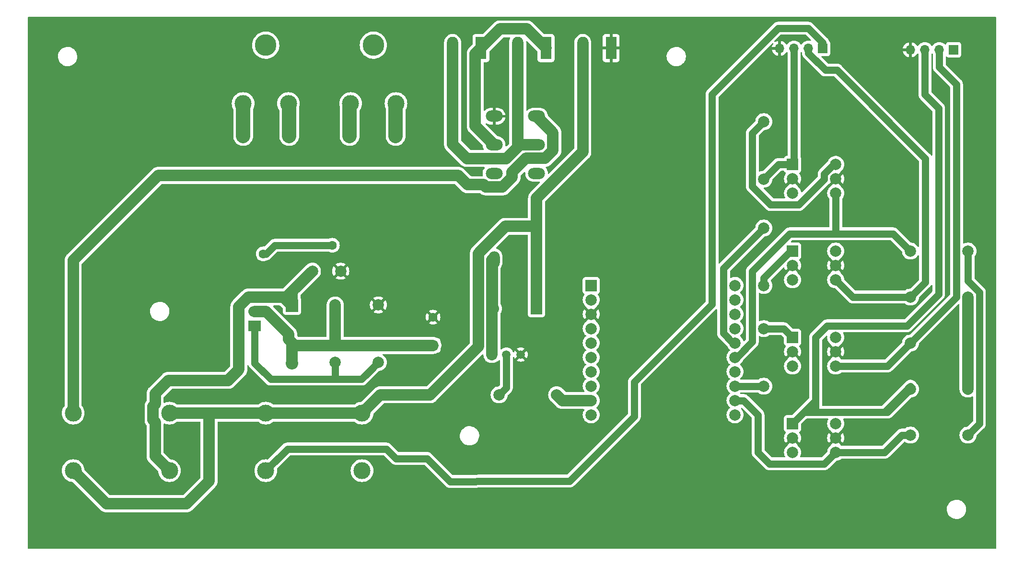
<source format=gbr>
%TF.GenerationSoftware,KiCad,Pcbnew,7.0.8*%
%TF.CreationDate,2025-06-27T13:17:33+01:00*%
%TF.ProjectId,PCB_Health,5043425f-4865-4616-9c74-682e6b696361,rev?*%
%TF.SameCoordinates,Original*%
%TF.FileFunction,Copper,L2,Bot*%
%TF.FilePolarity,Positive*%
%FSLAX46Y46*%
G04 Gerber Fmt 4.6, Leading zero omitted, Abs format (unit mm)*
G04 Created by KiCad (PCBNEW 7.0.8) date 2025-06-27 13:17:33*
%MOMM*%
%LPD*%
G01*
G04 APERTURE LIST*
%TA.AperFunction,ComponentPad*%
%ADD10C,2.000000*%
%TD*%
%TA.AperFunction,ComponentPad*%
%ADD11C,3.800000*%
%TD*%
%TA.AperFunction,ComponentPad*%
%ADD12C,3.000000*%
%TD*%
%TA.AperFunction,ComponentPad*%
%ADD13R,1.980000X3.960000*%
%TD*%
%TA.AperFunction,ComponentPad*%
%ADD14O,1.980000X3.960000*%
%TD*%
%TA.AperFunction,ComponentPad*%
%ADD15R,2.000000X2.000000*%
%TD*%
%TA.AperFunction,ComponentPad*%
%ADD16R,2.032000X2.032000*%
%TD*%
%TA.AperFunction,ComponentPad*%
%ADD17O,2.032000X2.032000*%
%TD*%
%TA.AperFunction,ComponentPad*%
%ADD18R,1.600000X1.600000*%
%TD*%
%TA.AperFunction,ComponentPad*%
%ADD19C,1.600000*%
%TD*%
%TA.AperFunction,ComponentPad*%
%ADD20O,3.000000X2.000000*%
%TD*%
%TA.AperFunction,ComponentPad*%
%ADD21R,2.000000X3.000000*%
%TD*%
%TA.AperFunction,ComponentPad*%
%ADD22O,2.000000X3.000000*%
%TD*%
%TA.AperFunction,ComponentPad*%
%ADD23R,1.700000X1.700000*%
%TD*%
%TA.AperFunction,ComponentPad*%
%ADD24O,1.700000X1.700000*%
%TD*%
%TA.AperFunction,ComponentPad*%
%ADD25R,2.200000X2.200000*%
%TD*%
%TA.AperFunction,ComponentPad*%
%ADD26O,2.200000X2.200000*%
%TD*%
%TA.AperFunction,ComponentPad*%
%ADD27R,2.200000X1.900000*%
%TD*%
%TA.AperFunction,ComponentPad*%
%ADD28O,2.200000X1.900000*%
%TD*%
%TA.AperFunction,ComponentPad*%
%ADD29R,1.500000X1.500000*%
%TD*%
%TA.AperFunction,ComponentPad*%
%ADD30C,1.500000*%
%TD*%
%TA.AperFunction,ViaPad*%
%ADD31C,1.600000*%
%TD*%
%TA.AperFunction,Conductor*%
%ADD32C,1.250000*%
%TD*%
%TA.AperFunction,Conductor*%
%ADD33C,2.500000*%
%TD*%
%TA.AperFunction,Conductor*%
%ADD34C,0.750000*%
%TD*%
%TA.AperFunction,Conductor*%
%ADD35C,2.000000*%
%TD*%
G04 APERTURE END LIST*
D10*
%TO.P,R6,1*%
%TO.N,Net-(J4-Pin_2)*%
X213868000Y-102616000D03*
%TO.P,R6,2*%
%TO.N,+5V*%
X224028000Y-102616000D03*
%TD*%
D11*
%TO.P,TC2,*%
%TO.N,*%
X119000000Y-50000000D03*
D12*
%TO.P,TC2,1,+*%
%TO.N,Net-(TC2-+)*%
X115000000Y-60300000D03*
%TO.P,TC2,2,-*%
%TO.N,Net-(TC2--)*%
X123000000Y-60300000D03*
%TD*%
D13*
%TO.P,J1,1,Pin_1*%
%TO.N,Net-(J1-Pin_1)*%
X138000000Y-50500000D03*
D14*
%TO.P,J1,2,Pin_2*%
%TO.N,Net-(J1-Pin_2)*%
X133000000Y-50500000D03*
%TD*%
D10*
%TO.P,R4,1*%
%TO.N,Net-(J3-Pin_2)*%
X213868000Y-94488000D03*
%TO.P,R4,2*%
%TO.N,+5V*%
X224028000Y-94488000D03*
%TD*%
%TO.P,R11,1*%
%TO.N,Net-(U6-ADJ)*%
X119888000Y-106045000D03*
%TO.P,R11,2*%
%TO.N,GND*%
X119888000Y-95885000D03*
%TD*%
D15*
%TO.P,U1,1*%
%TO.N,Net-(J3-Pin_3)*%
X193040000Y-71064000D03*
D10*
%TO.P,U1,2*%
%TO.N,GND*%
X193040000Y-73604000D03*
%TO.P,U1,3*%
%TO.N,unconnected-(U1-Pad3)*%
X193040000Y-76144000D03*
%TO.P,U1,4*%
%TO.N,/GPIO32*%
X200660000Y-76144000D03*
%TO.P,U1,5*%
%TO.N,GND*%
X200660000Y-73604000D03*
%TO.P,U1,6*%
%TO.N,+5V*%
X200660000Y-71064000D03*
%TD*%
D16*
%TO.P,D1,1,K*%
%TO.N,+12V*%
X147828000Y-96520000D03*
D17*
%TO.P,D1,2,A*%
%TO.N,Net-(D1-A)*%
X140208000Y-96520000D03*
%TD*%
D18*
%TO.P,C10,1*%
%TO.N,+5V*%
X129540000Y-103044000D03*
D19*
%TO.P,C10,2*%
%TO.N,GND*%
X129540000Y-98044000D03*
%TD*%
D10*
%TO.P,R3,1*%
%TO.N,Net-(R3-Pad1)*%
X187960000Y-92456000D03*
%TO.P,R3,2*%
%TO.N,/GPIO33*%
X187960000Y-82296000D03*
%TD*%
D20*
%TO.P,K1,11*%
%TO.N,Net-(J1-Pin_2)*%
X147828000Y-67584000D03*
%TO.P,K1,12*%
%TO.N,unconnected-(K1-Pad12)*%
X147828000Y-72624000D03*
%TO.P,K1,14*%
%TO.N,Net-(F4-Pad1)*%
X147828000Y-62544000D03*
%TO.P,K1,21*%
%TO.N,Net-(J1-Pin_1)*%
X140328000Y-67584000D03*
%TO.P,K1,22*%
%TO.N,unconnected-(K1-Pad22)*%
X140328000Y-72624000D03*
%TO.P,K1,24*%
%TO.N,GND*%
X140328000Y-62544000D03*
D21*
%TO.P,K1,A1*%
%TO.N,+12V*%
X147828000Y-87884000D03*
D22*
%TO.P,K1,A2*%
%TO.N,Net-(D1-A)*%
X140328000Y-87884000D03*
%TD*%
D10*
%TO.P,R9,1*%
%TO.N,/GPIO14*%
X213868000Y-118872000D03*
%TO.P,R9,2*%
%TO.N,+3.3V*%
X224028000Y-118872000D03*
%TD*%
D15*
%TO.P,U5,1*%
%TO.N,Net-(R5-Pad1)*%
X193040000Y-101600000D03*
D10*
%TO.P,U5,2*%
%TO.N,GND*%
X193040000Y-104140000D03*
%TO.P,U5,3*%
%TO.N,unconnected-(U5-Pad3)*%
X193040000Y-106680000D03*
%TO.P,U5,4*%
%TO.N,Net-(J4-Pin_2)*%
X200660000Y-106680000D03*
%TO.P,U5,5*%
%TO.N,GND*%
X200660000Y-104140000D03*
%TO.P,U5,6*%
%TO.N,+5V*%
X200660000Y-101600000D03*
%TD*%
%TO.P,R2,1*%
%TO.N,/GPIO32*%
X213868000Y-86360000D03*
%TO.P,R2,2*%
%TO.N,+3.3V*%
X224028000Y-86360000D03*
%TD*%
D23*
%TO.P,J3,1,Pin_1*%
%TO.N,Net-(J3-Pin_1)*%
X198374000Y-50546000D03*
D24*
%TO.P,J3,2,Pin_2*%
%TO.N,Net-(J3-Pin_2)*%
X195834000Y-50546000D03*
%TO.P,J3,3,Pin_3*%
%TO.N,Net-(J3-Pin_3)*%
X193294000Y-50546000D03*
%TO.P,J3,4,Pin_4*%
%TO.N,GND*%
X190754000Y-50546000D03*
%TD*%
D10*
%TO.P,R1,1*%
%TO.N,Net-(J3-Pin_3)*%
X187960000Y-73660000D03*
%TO.P,R1,2*%
%TO.N,+5V*%
X187960000Y-63500000D03*
%TD*%
D13*
%TO.P,J2,1,Pin_1*%
%TO.N,GND*%
X161000000Y-50500000D03*
D14*
%TO.P,J2,2,Pin_2*%
%TO.N,+12V*%
X156000000Y-50500000D03*
%TD*%
D13*
%TO.P,J5,1,Pin_1*%
%TO.N,Net-(J1-Pin_1)*%
X149500000Y-50500000D03*
D14*
%TO.P,J5,2,Pin_2*%
%TO.N,Net-(J1-Pin_2)*%
X144500000Y-50500000D03*
%TD*%
D12*
%TO.P,F4,1*%
%TO.N,Net-(F4-Pad1)*%
X66000000Y-115000000D03*
%TO.P,F4,2*%
%TO.N,+12V*%
X66000000Y-125160000D03*
%TD*%
D25*
%TO.P,D2,1,K*%
%TO.N,Net-(D2-K)*%
X104648000Y-96012000D03*
D26*
%TO.P,D2,2,A*%
%TO.N,+5V*%
X104648000Y-106172000D03*
%TD*%
D23*
%TO.P,J4,1,Pin_1*%
%TO.N,Net-(J4-Pin_1)*%
X221488000Y-50800000D03*
D24*
%TO.P,J4,2,Pin_2*%
%TO.N,Net-(J4-Pin_2)*%
X218948000Y-50800000D03*
%TO.P,J4,3,Pin_3*%
%TO.N,Net-(J4-Pin_3)*%
X216408000Y-50800000D03*
%TO.P,J4,4,Pin_4*%
%TO.N,GND*%
X213868000Y-50800000D03*
%TD*%
D10*
%TO.P,R5,1*%
%TO.N,Net-(R5-Pad1)*%
X187960000Y-100076000D03*
%TO.P,R5,2*%
%TO.N,/GPIO15*%
X187960000Y-110236000D03*
%TD*%
%TO.P,R10,1*%
%TO.N,Net-(U6-ADJ)*%
X112268000Y-106045000D03*
%TO.P,R10,2*%
%TO.N,+5V*%
X112268000Y-95885000D03*
%TD*%
%TO.P,R7,1*%
%TO.N,/GPIO4*%
X151384000Y-111760000D03*
%TO.P,R7,2*%
%TO.N,Net-(Q1-B)*%
X141224000Y-111760000D03*
%TD*%
D15*
%TO.P,U7,1*%
%TO.N,Net-(J4-Pin_3)*%
X193040000Y-116840000D03*
D10*
%TO.P,U7,2*%
%TO.N,GND*%
X193040000Y-119380000D03*
%TO.P,U7,3*%
%TO.N,unconnected-(U7-Pad3)*%
X193040000Y-121920000D03*
%TO.P,U7,4*%
%TO.N,/GPIO14*%
X200660000Y-121920000D03*
%TO.P,U7,5*%
%TO.N,GND*%
X200660000Y-119380000D03*
%TO.P,U7,6*%
%TO.N,+5V*%
X200660000Y-116840000D03*
%TD*%
D15*
%TO.P,A1,1,+5V*%
%TO.N,+5V*%
X157480000Y-92440000D03*
D10*
%TO.P,A1,2,3V3*%
%TO.N,+3.3V*%
X157480000Y-94980000D03*
%TO.P,A1,3,GND*%
%TO.N,GND*%
X157480000Y-97520000D03*
%TO.P,A1,4,EPS_EN*%
%TO.N,unconnected-(A1-EPS_EN-Pad4)*%
X157480000Y-100060000D03*
%TO.P,A1,5,GPIO0*%
%TO.N,/GPIO0*%
X157480000Y-102600000D03*
%TO.P,A1,6,GPIO1*%
%TO.N,unconnected-(A1-GPIO1-Pad6)*%
X157480000Y-105140000D03*
%TO.P,A1,7,GPIO2*%
%TO.N,/GPIO5*%
X157480000Y-107680000D03*
%TO.P,A1,8,GPIO3*%
%TO.N,/GPIO2*%
X157480000Y-110220000D03*
%TO.P,A1,9,GPIO4*%
%TO.N,/GPIO4*%
X157480000Y-112760000D03*
%TO.P,A1,10,GPIO5*%
%TO.N,/GPIO3*%
X157480000Y-115300000D03*
%TO.P,A1,11,GPIO13*%
%TO.N,unconnected-(A1-GPIO13-Pad11)*%
X182880000Y-115300000D03*
%TO.P,A1,12,GPIO14*%
%TO.N,/GPIO14*%
X182880000Y-112760000D03*
%TO.P,A1,13,GPIO15*%
%TO.N,/GPIO15*%
X182880000Y-110220000D03*
%TO.P,A1,14,GPIO16*%
%TO.N,/GPIO16*%
X182880000Y-107680000D03*
%TO.P,A1,15,GPIO32*%
%TO.N,/GPIO32*%
X182880000Y-105140000D03*
%TO.P,A1,16,GPIO33*%
%TO.N,/GPIO33*%
X182880000Y-102600000D03*
%TO.P,A1,17,GPIO34*%
%TO.N,unconnected-(A1-GPIO34-Pad17)*%
X182880000Y-100060000D03*
%TO.P,A1,18,GPIO35*%
%TO.N,/GPIO35*%
X182880000Y-97520000D03*
%TO.P,A1,19,GPIO36*%
%TO.N,unconnected-(A1-GPIO36-Pad19)*%
X182880000Y-94980000D03*
%TO.P,A1,20,GPIO39*%
%TO.N,unconnected-(A1-GPIO39-Pad20)*%
X182880000Y-92440000D03*
%TD*%
D12*
%TO.P,F2,1*%
%TO.N,+12V*%
X100000000Y-115000000D03*
%TO.P,F2,2*%
%TO.N,Net-(J3-Pin_1)*%
X100000000Y-125160000D03*
%TD*%
D27*
%TO.P,U6,1,ADJ*%
%TO.N,Net-(U6-ADJ)*%
X98044000Y-99568000D03*
D28*
%TO.P,U6,2,VO*%
%TO.N,+5V*%
X98044000Y-97028000D03*
%TO.P,U6,3,VI*%
%TO.N,Net-(D2-K)*%
X98044000Y-94488000D03*
%TD*%
D15*
%TO.P,U4,1*%
%TO.N,Net-(R3-Pad1)*%
X193040000Y-86360000D03*
D10*
%TO.P,U4,2*%
%TO.N,GND*%
X193040000Y-88900000D03*
%TO.P,U4,3*%
%TO.N,unconnected-(U4-Pad3)*%
X193040000Y-91440000D03*
%TO.P,U4,4*%
%TO.N,Net-(J3-Pin_2)*%
X200660000Y-91440000D03*
%TO.P,U4,5*%
%TO.N,GND*%
X200660000Y-88900000D03*
%TO.P,U4,6*%
%TO.N,+5V*%
X200660000Y-86360000D03*
%TD*%
%TO.P,R8,1*%
%TO.N,Net-(J4-Pin_3)*%
X213868000Y-110744000D03*
%TO.P,R8,2*%
%TO.N,+5V*%
X224028000Y-110744000D03*
%TD*%
D11*
%TO.P,TC1,*%
%TO.N,*%
X100000000Y-50000000D03*
D12*
%TO.P,TC1,1,+*%
%TO.N,Net-(TC1-+)*%
X96000000Y-60300000D03*
%TO.P,TC1,2,-*%
%TO.N,Net-(TC1--)*%
X104000000Y-60300000D03*
%TD*%
D10*
%TO.P,C8,1*%
%TO.N,Net-(D2-K)*%
X108244000Y-89916000D03*
%TO.P,C8,2*%
%TO.N,GND*%
X113244000Y-89916000D03*
%TD*%
D12*
%TO.P,F1,1*%
%TO.N,+12V*%
X83000000Y-115000000D03*
%TO.P,F1,2*%
%TO.N,Net-(D2-K)*%
X83000000Y-125160000D03*
%TD*%
D29*
%TO.P,Q1,1,C*%
%TO.N,Net-(D1-A)*%
X139954000Y-104648000D03*
D30*
%TO.P,Q1,2,B*%
%TO.N,Net-(Q1-B)*%
X142494000Y-104648000D03*
%TO.P,Q1,3,E*%
%TO.N,GND*%
X145034000Y-104648000D03*
%TD*%
D12*
%TO.P,F3,1*%
%TO.N,+12V*%
X117000000Y-115000000D03*
%TO.P,F3,2*%
%TO.N,Net-(J4-Pin_1)*%
X117000000Y-125160000D03*
%TD*%
D31*
%TO.N,/GPIO2*%
X111760000Y-85344000D03*
X99568000Y-86868000D03*
%TO.N,Net-(TC1-+)*%
X96012000Y-66040000D03*
%TO.N,Net-(TC1--)*%
X104140000Y-66040000D03*
%TO.N,Net-(TC2-+)*%
X114808000Y-66040000D03*
%TO.N,Net-(TC2--)*%
X122936000Y-66040000D03*
%TD*%
D32*
%TO.N,Net-(J4-Pin_3)*%
X216408000Y-58694582D02*
X216408000Y-50800000D01*
X218841000Y-61127582D02*
X216408000Y-58694582D01*
X218841000Y-93980000D02*
X218841000Y-61127582D01*
X213253000Y-99568000D02*
X218841000Y-93980000D01*
X199136000Y-99568000D02*
X213253000Y-99568000D01*
X197104000Y-101600000D02*
X199136000Y-99568000D01*
X197104000Y-112776000D02*
X197104000Y-101600000D01*
%TO.N,Net-(J4-Pin_2)*%
X221996000Y-56896000D02*
X221996000Y-94488000D01*
X218948000Y-53848000D02*
X221996000Y-56896000D01*
X218948000Y-50800000D02*
X218948000Y-53848000D01*
X221996000Y-94488000D02*
X213868000Y-102616000D01*
%TO.N,Net-(J4-Pin_3)*%
X197104000Y-112776000D02*
X197104000Y-114815000D01*
X197104000Y-114815000D02*
X195065000Y-114815000D01*
X207772000Y-114815000D02*
X197104000Y-114815000D01*
X197104000Y-112776000D02*
X195065000Y-114815000D01*
%TO.N,+3.3V*%
X226053000Y-116847000D02*
X226053000Y-116840000D01*
X224028000Y-86360000D02*
X224028000Y-91624216D01*
X224028000Y-118872000D02*
X226053000Y-116847000D01*
X226053000Y-114808000D02*
X226053000Y-116840000D01*
X226053000Y-93649216D02*
X226053000Y-114808000D01*
X224028000Y-91624216D02*
X226053000Y-93649216D01*
X226053000Y-115323000D02*
X226053000Y-114808000D01*
%TO.N,/GPIO2*%
X111760000Y-85344000D02*
X101600000Y-85344000D01*
X101600000Y-85344000D02*
X100076000Y-86868000D01*
X100076000Y-86868000D02*
X99568000Y-86868000D01*
%TO.N,/GPIO33*%
X180848000Y-89408000D02*
X187960000Y-82296000D01*
X182880000Y-102600000D02*
X182556216Y-102600000D01*
X180848000Y-100891784D02*
X180848000Y-89408000D01*
X182556216Y-102600000D02*
X180848000Y-100891784D01*
%TO.N,/GPIO32*%
X213868000Y-86360000D02*
X210820000Y-83312000D01*
X200660000Y-76144000D02*
X200660000Y-83312000D01*
X185935000Y-102408784D02*
X185935000Y-89909000D01*
X183203784Y-105140000D02*
X185935000Y-102408784D01*
X182880000Y-105140000D02*
X183203784Y-105140000D01*
X185935000Y-89909000D02*
X192532000Y-83312000D01*
X192532000Y-83312000D02*
X210820000Y-83312000D01*
D33*
%TO.N,Net-(TC1-+)*%
X96012000Y-66040000D02*
X96012000Y-60312000D01*
D34*
X96012000Y-60312000D02*
X96000000Y-60300000D01*
D32*
%TO.N,/GPIO15*%
X187944000Y-110220000D02*
X187960000Y-110236000D01*
X182880000Y-110220000D02*
X187944000Y-110220000D01*
%TO.N,/GPIO14*%
X212344000Y-118872000D02*
X210058000Y-121158000D01*
X200660000Y-121920000D02*
X198628000Y-123952000D01*
X210058000Y-121158000D02*
X209296000Y-121920000D01*
X186944000Y-115300000D02*
X184404000Y-112760000D01*
X184404000Y-112760000D02*
X182880000Y-112760000D01*
X198635000Y-123945000D02*
X190008000Y-123945000D01*
X188976000Y-123952000D02*
X186944000Y-121920000D01*
X186944000Y-121920000D02*
X186944000Y-115300000D01*
X213868000Y-118872000D02*
X212344000Y-118872000D01*
X198628000Y-123952000D02*
X188976000Y-123952000D01*
X209296000Y-121920000D02*
X200660000Y-121920000D01*
%TO.N,Net-(D1-A)*%
X140328000Y-96146000D02*
X139954000Y-96520000D01*
X140208000Y-88004000D02*
X140328000Y-87884000D01*
X140328000Y-87884000D02*
X140328000Y-90050000D01*
X140328000Y-87884000D02*
X140328000Y-96146000D01*
X140208000Y-96520000D02*
X139954000Y-96520000D01*
X140328000Y-90050000D02*
X139954000Y-90424000D01*
D35*
X139954000Y-96520000D02*
X139954000Y-90424000D01*
D32*
X139954000Y-87884000D02*
X140328000Y-87884000D01*
X140208000Y-96520000D02*
X140208000Y-88004000D01*
D35*
X139954000Y-104648000D02*
X139954000Y-96520000D01*
X139954000Y-90424000D02*
X139954000Y-87884000D01*
%TO.N,Net-(J1-Pin_2)*%
X144500000Y-68000000D02*
X143500000Y-69000000D01*
X144500000Y-64256000D02*
X144500000Y-65500000D01*
X144500000Y-65500000D02*
X144500000Y-67500000D01*
X133000000Y-67500000D02*
X133000000Y-50500000D01*
X143500000Y-69000000D02*
X144916000Y-67584000D01*
X142500000Y-70000000D02*
X135500000Y-70000000D01*
X144500000Y-65500000D02*
X144500000Y-68000000D01*
X144584000Y-67584000D02*
X144500000Y-67500000D01*
X144916000Y-67584000D02*
X147828000Y-67584000D01*
X144500000Y-50500000D02*
X144500000Y-64256000D01*
X142500000Y-70000000D02*
X143500000Y-69000000D01*
X135500000Y-70000000D02*
X133000000Y-67500000D01*
X147828000Y-67584000D02*
X144584000Y-67584000D01*
D32*
%TO.N,Net-(J3-Pin_2)*%
X198827656Y-54385000D02*
X200885000Y-54385000D01*
X195834000Y-50546000D02*
X195834000Y-51391344D01*
X213868000Y-94488000D02*
X216500000Y-91856000D01*
X203708000Y-94488000D02*
X213868000Y-94488000D01*
X216500000Y-70000000D02*
X200885000Y-54385000D01*
X216500000Y-91856000D02*
X216500000Y-70000000D01*
X195834000Y-51391344D02*
X198827656Y-54385000D01*
X200660000Y-91440000D02*
X203708000Y-94488000D01*
%TO.N,+5V*%
X198635000Y-72765216D02*
X200336216Y-71064000D01*
X187960000Y-63500000D02*
X185935000Y-65525000D01*
D35*
X98044000Y-97028000D02*
X100028000Y-97028000D01*
D32*
X185935000Y-74937000D02*
X189167000Y-78169000D01*
D35*
X224028000Y-102616000D02*
X224028000Y-94488000D01*
D32*
X185935000Y-65525000D02*
X185935000Y-74937000D01*
D35*
X104648000Y-103552341D02*
X104648000Y-106172000D01*
X104056171Y-101943829D02*
X104648000Y-102535658D01*
X104056171Y-101056171D02*
X104056171Y-101943829D01*
D32*
X189167000Y-78169000D02*
X194126000Y-78169000D01*
D35*
X104648000Y-102535658D02*
X104648000Y-106172000D01*
X100028000Y-97028000D02*
X104056171Y-101056171D01*
X112000000Y-103044000D02*
X112268000Y-102776000D01*
X104056171Y-101943829D02*
X105156341Y-103044000D01*
X112000000Y-103044000D02*
X129540000Y-103044000D01*
D32*
X198635000Y-73660000D02*
X198635000Y-72765216D01*
X194126000Y-78169000D02*
X198635000Y-73660000D01*
X200336216Y-71064000D02*
X200660000Y-71064000D01*
D35*
X224028000Y-102616000D02*
X224028000Y-110744000D01*
X105156341Y-103044000D02*
X104648000Y-103552341D01*
X112268000Y-102776000D02*
X112268000Y-95885000D01*
X105156341Y-103044000D02*
X112000000Y-103044000D01*
%TO.N,+12V*%
X137554000Y-86767969D02*
X142321969Y-82000000D01*
X147828000Y-77024301D02*
X156000000Y-68852301D01*
X147828000Y-87884000D02*
X147828000Y-82000000D01*
X100000000Y-115000000D02*
X90000000Y-115000000D01*
X120240000Y-111760000D02*
X129000000Y-111760000D01*
X129000000Y-111760000D02*
X137554000Y-103206000D01*
X147828000Y-87884000D02*
X147828000Y-96520000D01*
X117000000Y-115000000D02*
X100000000Y-115000000D01*
X90000000Y-115000000D02*
X83000000Y-115000000D01*
X117000000Y-115000000D02*
X120240000Y-111760000D01*
X90000000Y-127000000D02*
X90000000Y-115000000D01*
X147828000Y-82000000D02*
X147828000Y-77024301D01*
X86000000Y-131000000D02*
X90000000Y-127000000D01*
X71840000Y-131000000D02*
X86000000Y-131000000D01*
X156000000Y-68852301D02*
X156000000Y-50500000D01*
X137554000Y-103206000D02*
X137554000Y-86767969D01*
X66000000Y-125160000D02*
X71840000Y-131000000D01*
X142321969Y-82000000D02*
X147828000Y-82000000D01*
D33*
%TO.N,Net-(TC1--)*%
X104140000Y-66040000D02*
X104140000Y-60440000D01*
D34*
X104140000Y-60440000D02*
X104000000Y-60300000D01*
D33*
%TO.N,Net-(TC2-+)*%
X114808000Y-66040000D02*
X114808000Y-60492000D01*
D34*
X114808000Y-60492000D02*
X115000000Y-60300000D01*
D33*
%TO.N,Net-(TC2--)*%
X122936000Y-66040000D02*
X122936000Y-60364000D01*
D34*
X122936000Y-60364000D02*
X123000000Y-60300000D01*
D35*
%TO.N,Net-(F4-Pad1)*%
X143494112Y-73351547D02*
X143494112Y-72400000D01*
X134000000Y-73000000D02*
X135649000Y-74649000D01*
X138837969Y-75024000D02*
X141821659Y-75024000D01*
X141821659Y-75024000D02*
X143494112Y-73351547D01*
X143494112Y-72400000D02*
X145910112Y-69984000D01*
X145910112Y-69984000D02*
X149321659Y-69984000D01*
X138462969Y-74649000D02*
X138837969Y-75024000D01*
X135649000Y-74649000D02*
X138462969Y-74649000D01*
X66000000Y-88000000D02*
X81000000Y-73000000D01*
X66000000Y-115000000D02*
X66000000Y-88000000D01*
X150726717Y-65442717D02*
X147828000Y-62544000D01*
X150726717Y-68578942D02*
X150726717Y-65442717D01*
X81000000Y-73000000D02*
X134000000Y-73000000D01*
X149321659Y-69984000D02*
X150726717Y-68578942D01*
D32*
%TO.N,Net-(R3-Pad1)*%
X187960000Y-92456000D02*
X187960000Y-91116216D01*
X192716216Y-86360000D02*
X193040000Y-86360000D01*
X187960000Y-91116216D02*
X192716216Y-86360000D01*
D35*
%TO.N,/GPIO4*%
X151384000Y-111760000D02*
X152384000Y-112760000D01*
X152384000Y-112760000D02*
X157480000Y-112760000D01*
D32*
%TO.N,Net-(J3-Pin_3)*%
X193294000Y-70810000D02*
X193040000Y-71064000D01*
X187960000Y-73660000D02*
X190556000Y-71064000D01*
X192984000Y-71120000D02*
X193040000Y-71064000D01*
X190556000Y-71064000D02*
X193040000Y-71064000D01*
X193294000Y-50546000D02*
X193294000Y-70810000D01*
%TO.N,Net-(J4-Pin_3)*%
X195065000Y-114815000D02*
X193040000Y-116840000D01*
X213868000Y-110236000D02*
X209289000Y-114815000D01*
X209797000Y-114815000D02*
X207772000Y-114815000D01*
X209289000Y-114815000D02*
X207772000Y-114815000D01*
X213868000Y-110744000D02*
X209797000Y-114815000D01*
%TO.N,Net-(J4-Pin_2)*%
X200660000Y-106680000D02*
X209804000Y-106680000D01*
X209804000Y-106680000D02*
X213868000Y-102616000D01*
%TO.N,Net-(Q1-B)*%
X142494000Y-110490000D02*
X141224000Y-111760000D01*
X142494000Y-104648000D02*
X142494000Y-110490000D01*
D35*
%TO.N,Net-(J1-Pin_1)*%
X141378729Y-47121271D02*
X146121271Y-47121271D01*
X137010000Y-51490000D02*
X137010000Y-64266000D01*
X146121271Y-47121271D02*
X149500000Y-50500000D01*
X138000000Y-50500000D02*
X141378729Y-47121271D01*
X137010000Y-64266000D02*
X140328000Y-67584000D01*
X138000000Y-50500000D02*
X137010000Y-51490000D01*
D32*
%TO.N,Net-(R5-Pad1)*%
X191516000Y-100076000D02*
X193040000Y-101600000D01*
X187960000Y-100076000D02*
X191516000Y-100076000D01*
%TO.N,Net-(U6-ADJ)*%
X100872000Y-109000000D02*
X112268000Y-109000000D01*
X117640692Y-108292308D02*
X119888000Y-106045000D01*
X98044000Y-99568000D02*
X98044000Y-106172000D01*
X98044000Y-106172000D02*
X100872000Y-109000000D01*
X116933000Y-109000000D02*
X119888000Y-106045000D01*
X112268000Y-109000000D02*
X116933000Y-109000000D01*
X112268000Y-109000000D02*
X112268000Y-106045000D01*
D35*
%TO.N,Net-(D2-K)*%
X80100000Y-113800593D02*
X80475000Y-113425593D01*
X82780000Y-109220000D02*
X93345000Y-109220000D01*
X93345000Y-109220000D02*
X95250000Y-107315000D01*
X104648000Y-93512000D02*
X105080000Y-93080000D01*
X80475000Y-116574407D02*
X80100000Y-116199407D01*
X80100000Y-116199407D02*
X80100000Y-113800593D01*
X105080000Y-93080000D02*
X108244000Y-89916000D01*
X80475000Y-122635000D02*
X80475000Y-116574407D01*
X80475000Y-111525000D02*
X82780000Y-109220000D01*
X104648000Y-96012000D02*
X104648000Y-93512000D01*
X103124000Y-94488000D02*
X103672000Y-94488000D01*
X98044000Y-94488000D02*
X103124000Y-94488000D01*
X95250000Y-107315000D02*
X95250000Y-96185659D01*
X95250000Y-96185659D02*
X96947659Y-94488000D01*
X83000000Y-125160000D02*
X80475000Y-122635000D01*
X104648000Y-96012000D02*
X103124000Y-94488000D01*
X96947659Y-94488000D02*
X98044000Y-94488000D01*
X80475000Y-113425593D02*
X80475000Y-111525000D01*
X103672000Y-94488000D02*
X105080000Y-93080000D01*
D32*
%TO.N,Net-(J3-Pin_1)*%
X178816000Y-95758000D02*
X165100000Y-109474000D01*
X137512062Y-126991485D02*
X136910645Y-127082134D01*
X136910645Y-127082134D02*
X132579946Y-127082134D01*
X198374000Y-49530000D02*
X195834000Y-46990000D01*
X103835000Y-121325000D02*
X100000000Y-125160000D01*
X165100000Y-115570000D02*
X153678515Y-126991485D01*
X165100000Y-109474000D02*
X165100000Y-115570000D01*
X153678515Y-126991485D02*
X137512062Y-126991485D01*
X198374000Y-50546000D02*
X198374000Y-49530000D01*
X123000000Y-123000000D02*
X121325000Y-121325000D01*
X121325000Y-121325000D02*
X103835000Y-121325000D01*
X190500000Y-46990000D02*
X178816000Y-58674000D01*
X195834000Y-46990000D02*
X190500000Y-46990000D01*
X178816000Y-58674000D02*
X178816000Y-95758000D01*
X128497812Y-123000000D02*
X123000000Y-123000000D01*
X132579946Y-127082134D02*
X128497812Y-123000000D01*
%TD*%
%TA.AperFunction,Conductor*%
%TO.N,GND*%
G36*
X143139270Y-48641456D02*
G01*
X143185025Y-48694260D01*
X143194969Y-48763418D01*
X143185787Y-48795581D01*
X143085428Y-49024376D01*
X143024789Y-49263834D01*
X143009500Y-49448357D01*
X143009500Y-50314689D01*
X143009288Y-50319805D01*
X142999500Y-50437933D01*
X142999500Y-50437935D01*
X142999500Y-67327110D01*
X142979815Y-67394149D01*
X142963181Y-67414791D01*
X142533871Y-67844100D01*
X142472548Y-67877585D01*
X142402856Y-67872601D01*
X142346923Y-67830729D01*
X142322506Y-67765265D01*
X142323881Y-67736011D01*
X142328500Y-67708335D01*
X142328500Y-67459665D01*
X142287571Y-67214386D01*
X142206828Y-66979190D01*
X142088474Y-66760491D01*
X141935738Y-66564256D01*
X141752785Y-66395836D01*
X141752782Y-66395833D01*
X141544606Y-66259826D01*
X141316881Y-66159936D01*
X141075824Y-66098892D01*
X141075812Y-66098890D01*
X141000198Y-66092625D01*
X140935013Y-66067472D01*
X140922757Y-66056730D01*
X138867054Y-64001026D01*
X138833569Y-63939703D01*
X138838553Y-63870011D01*
X138880425Y-63814078D01*
X138945889Y-63789661D01*
X139014162Y-63804513D01*
X139022557Y-63809536D01*
X139111635Y-63867733D01*
X139339282Y-63967587D01*
X139580261Y-64028612D01*
X139580269Y-64028614D01*
X139765959Y-64044000D01*
X140078000Y-64044000D01*
X140078000Y-63148310D01*
X140086817Y-63153158D01*
X140245886Y-63194000D01*
X140368894Y-63194000D01*
X140490933Y-63178583D01*
X140578000Y-63144110D01*
X140578000Y-64044000D01*
X140890041Y-64044000D01*
X141075730Y-64028614D01*
X141075738Y-64028612D01*
X141316717Y-63967587D01*
X141544367Y-63867732D01*
X141752478Y-63731767D01*
X141935364Y-63563407D01*
X141935373Y-63563397D01*
X142088051Y-63367237D01*
X142088057Y-63367228D01*
X142206364Y-63148614D01*
X142206369Y-63148603D01*
X142287083Y-62913492D01*
X142307023Y-62794000D01*
X140928728Y-62794000D01*
X140951100Y-62746457D01*
X140981873Y-62585138D01*
X140971561Y-62421234D01*
X140930220Y-62294000D01*
X142307022Y-62294000D01*
X142307023Y-62293999D01*
X142287083Y-62174507D01*
X142206369Y-61939396D01*
X142206364Y-61939385D01*
X142088057Y-61720771D01*
X142088051Y-61720762D01*
X141935373Y-61524602D01*
X141935364Y-61524592D01*
X141752477Y-61356232D01*
X141752478Y-61356232D01*
X141544367Y-61220267D01*
X141316717Y-61120412D01*
X141075738Y-61059387D01*
X141075730Y-61059385D01*
X140890041Y-61044000D01*
X140578000Y-61044000D01*
X140578000Y-61939689D01*
X140569183Y-61934842D01*
X140410114Y-61894000D01*
X140287106Y-61894000D01*
X140165067Y-61909417D01*
X140078000Y-61943889D01*
X140078000Y-61044000D01*
X139765959Y-61044000D01*
X139580269Y-61059385D01*
X139580261Y-61059387D01*
X139339282Y-61120412D01*
X139111632Y-61220267D01*
X138903525Y-61356229D01*
X138718483Y-61526574D01*
X138655829Y-61557496D01*
X138586402Y-61549636D01*
X138532247Y-61505489D01*
X138510556Y-61439071D01*
X138510500Y-61435344D01*
X138510500Y-53104499D01*
X138530185Y-53037460D01*
X138582989Y-52991705D01*
X138634500Y-52980499D01*
X139037871Y-52980499D01*
X139037872Y-52980499D01*
X139097483Y-52974091D01*
X139232331Y-52923796D01*
X139347546Y-52837546D01*
X139433796Y-52722331D01*
X139484091Y-52587483D01*
X139490500Y-52527873D01*
X139490499Y-51182888D01*
X139510184Y-51115850D01*
X139526813Y-51095213D01*
X141963937Y-48658090D01*
X142025260Y-48624605D01*
X142051618Y-48621771D01*
X143072231Y-48621771D01*
X143139270Y-48641456D01*
G37*
%TD.AperFunction*%
%TA.AperFunction,Conductor*%
G36*
X200588277Y-84438761D02*
G01*
X200598103Y-84440174D01*
X200606202Y-84441339D01*
X200606202Y-84441338D01*
X200606203Y-84441339D01*
X200620474Y-84440659D01*
X200685332Y-84437570D01*
X200688282Y-84437500D01*
X210302440Y-84437500D01*
X210369479Y-84457185D01*
X210390121Y-84473819D01*
X212337989Y-86421687D01*
X212371474Y-86483010D01*
X212373884Y-86499127D01*
X212382891Y-86607818D01*
X212443936Y-86848881D01*
X212543826Y-87076606D01*
X212679833Y-87284782D01*
X212707187Y-87314496D01*
X212848256Y-87467738D01*
X213044491Y-87620474D01*
X213044493Y-87620475D01*
X213204637Y-87707141D01*
X213263190Y-87738828D01*
X213498386Y-87819571D01*
X213743665Y-87860500D01*
X213992335Y-87860500D01*
X214237614Y-87819571D01*
X214472810Y-87738828D01*
X214691509Y-87620474D01*
X214887744Y-87467738D01*
X215056164Y-87284785D01*
X215146691Y-87146223D01*
X215199837Y-87100866D01*
X215269069Y-87091442D01*
X215332405Y-87120944D01*
X215369736Y-87180004D01*
X215374500Y-87214044D01*
X215374500Y-91338440D01*
X215354815Y-91405479D01*
X215338181Y-91426121D01*
X213811529Y-92952773D01*
X213750206Y-92986258D01*
X213744257Y-92987401D01*
X213498383Y-93028429D01*
X213263197Y-93109169D01*
X213263188Y-93109172D01*
X213044491Y-93227525D01*
X213044487Y-93227528D01*
X212904670Y-93336353D01*
X212839676Y-93361996D01*
X212828508Y-93362500D01*
X204225559Y-93362500D01*
X204158520Y-93342815D01*
X204137878Y-93326181D01*
X202190009Y-91378312D01*
X202156524Y-91316989D01*
X202154115Y-91300889D01*
X202145108Y-91192179D01*
X202095480Y-90996202D01*
X202084063Y-90951118D01*
X201984173Y-90723393D01*
X201848166Y-90515217D01*
X201773470Y-90434076D01*
X201679744Y-90332262D01*
X201576253Y-90251712D01*
X201535442Y-90195003D01*
X201528655Y-90146176D01*
X201530056Y-90123609D01*
X200792533Y-89386086D01*
X200802315Y-89384680D01*
X200933100Y-89324952D01*
X201041761Y-89230798D01*
X201119493Y-89109844D01*
X201143076Y-89029524D01*
X201883434Y-89769882D01*
X201983731Y-89616369D01*
X202083587Y-89388717D01*
X202144612Y-89147738D01*
X202144614Y-89147729D01*
X202165141Y-88900005D01*
X202165141Y-88899994D01*
X202144614Y-88652270D01*
X202144612Y-88652261D01*
X202083587Y-88411282D01*
X201983731Y-88183630D01*
X201883434Y-88030116D01*
X201143076Y-88770475D01*
X201119493Y-88690156D01*
X201041761Y-88569202D01*
X200933100Y-88475048D01*
X200802315Y-88415320D01*
X200792534Y-88413913D01*
X201530056Y-87676390D01*
X201528655Y-87653825D01*
X201544147Y-87585694D01*
X201576250Y-87548290D01*
X201679744Y-87467738D01*
X201848164Y-87284785D01*
X201984173Y-87076607D01*
X202084063Y-86848881D01*
X202145108Y-86607821D01*
X202149486Y-86554985D01*
X202165643Y-86360005D01*
X202165643Y-86359994D01*
X202145109Y-86112187D01*
X202145107Y-86112175D01*
X202084063Y-85871118D01*
X201984173Y-85643393D01*
X201848166Y-85435217D01*
X201826557Y-85411744D01*
X201679744Y-85252262D01*
X201483509Y-85099526D01*
X201483507Y-85099525D01*
X201483506Y-85099524D01*
X201264811Y-84981172D01*
X201264802Y-84981169D01*
X201029616Y-84900429D01*
X200784335Y-84859500D01*
X200535665Y-84859500D01*
X200290383Y-84900429D01*
X200055197Y-84981169D01*
X200055188Y-84981172D01*
X199836493Y-85099524D01*
X199640257Y-85252261D01*
X199471833Y-85435217D01*
X199335826Y-85643393D01*
X199235936Y-85871118D01*
X199174892Y-86112175D01*
X199174890Y-86112187D01*
X199154357Y-86359994D01*
X199154357Y-86360005D01*
X199174890Y-86607812D01*
X199174892Y-86607824D01*
X199235936Y-86848881D01*
X199335826Y-87076606D01*
X199471833Y-87284782D01*
X199471836Y-87284785D01*
X199640256Y-87467738D01*
X199640259Y-87467740D01*
X199640262Y-87467743D01*
X199743743Y-87548286D01*
X199784556Y-87604996D01*
X199791343Y-87653823D01*
X199789941Y-87676389D01*
X200527466Y-88413913D01*
X200517685Y-88415320D01*
X200386900Y-88475048D01*
X200278239Y-88569202D01*
X200200507Y-88690156D01*
X200176923Y-88770475D01*
X199436564Y-88030116D01*
X199336267Y-88183632D01*
X199236412Y-88411282D01*
X199175387Y-88652261D01*
X199175385Y-88652270D01*
X199154859Y-88899994D01*
X199154859Y-88900005D01*
X199175385Y-89147729D01*
X199175387Y-89147738D01*
X199236412Y-89388717D01*
X199336266Y-89616364D01*
X199436564Y-89769882D01*
X200176923Y-89029523D01*
X200200507Y-89109844D01*
X200278239Y-89230798D01*
X200386900Y-89324952D01*
X200517685Y-89384680D01*
X200527466Y-89386086D01*
X199789942Y-90123609D01*
X199791343Y-90146177D01*
X199775850Y-90214307D01*
X199743744Y-90251713D01*
X199640258Y-90332260D01*
X199471833Y-90515217D01*
X199335826Y-90723393D01*
X199235936Y-90951118D01*
X199174892Y-91192175D01*
X199174890Y-91192187D01*
X199154357Y-91439994D01*
X199154357Y-91440005D01*
X199174890Y-91687812D01*
X199174892Y-91687824D01*
X199235936Y-91928881D01*
X199335826Y-92156606D01*
X199471833Y-92364782D01*
X199481266Y-92375029D01*
X199640256Y-92547738D01*
X199836491Y-92700474D01*
X200055190Y-92818828D01*
X200290386Y-92899571D01*
X200535665Y-92940500D01*
X200535669Y-92940500D01*
X200536256Y-92940598D01*
X200599141Y-92971048D01*
X200603528Y-92975226D01*
X202838375Y-95210072D01*
X202851700Y-95225824D01*
X202853528Y-95228391D01*
X202853534Y-95228399D01*
X202887592Y-95260873D01*
X202921649Y-95293347D01*
X202935782Y-95307479D01*
X202950065Y-95321762D01*
X202950070Y-95321766D01*
X202958695Y-95328888D01*
X202962006Y-95331827D01*
X202999272Y-95367359D01*
X203009097Y-95376727D01*
X203040006Y-95396591D01*
X203045948Y-95400931D01*
X203074279Y-95424322D01*
X203088313Y-95431985D01*
X203131384Y-95455504D01*
X203135192Y-95457763D01*
X203189919Y-95492935D01*
X203189921Y-95492936D01*
X203206521Y-95499581D01*
X203224019Y-95506586D01*
X203230690Y-95509729D01*
X203262931Y-95527334D01*
X203324912Y-95547147D01*
X203329064Y-95548640D01*
X203342958Y-95554202D01*
X203389468Y-95572822D01*
X203407292Y-95576257D01*
X203425535Y-95579773D01*
X203432681Y-95581597D01*
X203467669Y-95592782D01*
X203532313Y-95600510D01*
X203536622Y-95601182D01*
X203600528Y-95613500D01*
X203637252Y-95613500D01*
X203644619Y-95613939D01*
X203648169Y-95614363D01*
X203681094Y-95618300D01*
X203745999Y-95613657D01*
X203750421Y-95613500D01*
X212828508Y-95613500D01*
X212895547Y-95633185D01*
X212904670Y-95639647D01*
X212997916Y-95712223D01*
X213044491Y-95748474D01*
X213263190Y-95866828D01*
X213498386Y-95947571D01*
X213743665Y-95988500D01*
X213992335Y-95988500D01*
X214237614Y-95947571D01*
X214472810Y-95866828D01*
X214691509Y-95748474D01*
X214887744Y-95595738D01*
X215056164Y-95412785D01*
X215192173Y-95204607D01*
X215292063Y-94976881D01*
X215353108Y-94735821D01*
X215362114Y-94627124D01*
X215387266Y-94561944D01*
X215398002Y-94549694D01*
X217222077Y-92725618D01*
X217237832Y-92712293D01*
X217240399Y-92710466D01*
X217305347Y-92642349D01*
X217333762Y-92613935D01*
X217340903Y-92605284D01*
X217343806Y-92602013D01*
X217388727Y-92554903D01*
X217408595Y-92523986D01*
X217412918Y-92518065D01*
X217436322Y-92489721D01*
X217467521Y-92432581D01*
X217469748Y-92428828D01*
X217487189Y-92401691D01*
X217539994Y-92355941D01*
X217609153Y-92346001D01*
X217672707Y-92375029D01*
X217710479Y-92433809D01*
X217715500Y-92468738D01*
X217715500Y-93462440D01*
X217695815Y-93529479D01*
X217679181Y-93550121D01*
X212823122Y-98406181D01*
X212761799Y-98439666D01*
X212735441Y-98442500D01*
X199240333Y-98442500D01*
X199219766Y-98440782D01*
X199216669Y-98440261D01*
X199216660Y-98440260D01*
X199216658Y-98440260D01*
X199122573Y-98442500D01*
X199082382Y-98442500D01*
X199078626Y-98442858D01*
X199071236Y-98443563D01*
X199066824Y-98443826D01*
X199004201Y-98445318D01*
X199001774Y-98445376D01*
X199001772Y-98445376D01*
X199001766Y-98445377D01*
X198980224Y-98450063D01*
X198965873Y-98453185D01*
X198958600Y-98454319D01*
X198945314Y-98455588D01*
X198922029Y-98457811D01*
X198922028Y-98457811D01*
X198859599Y-98476141D01*
X198855312Y-98477235D01*
X198791745Y-98491065D01*
X198791733Y-98491069D01*
X198757978Y-98505523D01*
X198751036Y-98508019D01*
X198715797Y-98518366D01*
X198715795Y-98518367D01*
X198657962Y-98548181D01*
X198653959Y-98550067D01*
X198594149Y-98575679D01*
X198594147Y-98575680D01*
X198563731Y-98596266D01*
X198557387Y-98600031D01*
X198524740Y-98616862D01*
X198524737Y-98616863D01*
X198473594Y-98657082D01*
X198470020Y-98659692D01*
X198423104Y-98691448D01*
X198416142Y-98696160D01*
X198390171Y-98722130D01*
X198384657Y-98727023D01*
X198382781Y-98728500D01*
X198355785Y-98749730D01*
X198313165Y-98798913D01*
X198310150Y-98802152D01*
X196381923Y-100730378D01*
X196366183Y-100743694D01*
X196363604Y-100745530D01*
X196363601Y-100745533D01*
X196349488Y-100760335D01*
X196298652Y-100813650D01*
X196276726Y-100835577D01*
X196270232Y-100842071D01*
X196263113Y-100850692D01*
X196260179Y-100853999D01*
X196215279Y-100901089D01*
X196215267Y-100901105D01*
X196195412Y-100931998D01*
X196191063Y-100937954D01*
X196167683Y-100966271D01*
X196167678Y-100966278D01*
X196136496Y-101023383D01*
X196134238Y-101027189D01*
X196099065Y-101081919D01*
X196099063Y-101081922D01*
X196085411Y-101116021D01*
X196082268Y-101122693D01*
X196064668Y-101154926D01*
X196064663Y-101154937D01*
X196044851Y-101216912D01*
X196043355Y-101221076D01*
X196019179Y-101281462D01*
X196019178Y-101281465D01*
X196012226Y-101317533D01*
X196010402Y-101324683D01*
X195999217Y-101359668D01*
X195991491Y-101424283D01*
X195990809Y-101428655D01*
X195983398Y-101467112D01*
X195978552Y-101492262D01*
X195978500Y-101492530D01*
X195978500Y-101529252D01*
X195978061Y-101536619D01*
X195973700Y-101573089D01*
X195973700Y-101573094D01*
X195978314Y-101637611D01*
X195978342Y-101637995D01*
X195978500Y-101642420D01*
X195978500Y-112258440D01*
X195958815Y-112325479D01*
X195942181Y-112346121D01*
X194345144Y-113943158D01*
X194319165Y-113969135D01*
X194313648Y-113974031D01*
X194284787Y-113996727D01*
X194284782Y-113996732D01*
X194242171Y-114045906D01*
X194239156Y-114049145D01*
X192985120Y-115303181D01*
X192923797Y-115336666D01*
X192897439Y-115339500D01*
X191992129Y-115339500D01*
X191992123Y-115339501D01*
X191932516Y-115345908D01*
X191797671Y-115396202D01*
X191797664Y-115396206D01*
X191682455Y-115482452D01*
X191682452Y-115482455D01*
X191596206Y-115597664D01*
X191596202Y-115597671D01*
X191545908Y-115732517D01*
X191539501Y-115792116D01*
X191539500Y-115792135D01*
X191539500Y-117887870D01*
X191539501Y-117887876D01*
X191545908Y-117947483D01*
X191596202Y-118082328D01*
X191596206Y-118082335D01*
X191682452Y-118197544D01*
X191682455Y-118197547D01*
X191797663Y-118283793D01*
X191802799Y-118286597D01*
X191852205Y-118336002D01*
X191867057Y-118404275D01*
X191847182Y-118463251D01*
X191716267Y-118663632D01*
X191616412Y-118891282D01*
X191555387Y-119132261D01*
X191555385Y-119132270D01*
X191534859Y-119379994D01*
X191534859Y-119380005D01*
X191555385Y-119627729D01*
X191555387Y-119627738D01*
X191616412Y-119868717D01*
X191716266Y-120096364D01*
X191816564Y-120249882D01*
X192556922Y-119509523D01*
X192580507Y-119589844D01*
X192658239Y-119710798D01*
X192766900Y-119804952D01*
X192897685Y-119864680D01*
X192907466Y-119866086D01*
X192169942Y-120603609D01*
X192171343Y-120626177D01*
X192155850Y-120694307D01*
X192123744Y-120731713D01*
X192020258Y-120812260D01*
X191851833Y-120995217D01*
X191715826Y-121203393D01*
X191615936Y-121431118D01*
X191554892Y-121672175D01*
X191554890Y-121672187D01*
X191534357Y-121919994D01*
X191534357Y-121920005D01*
X191554890Y-122167812D01*
X191554892Y-122167824D01*
X191615936Y-122408881D01*
X191717887Y-122641304D01*
X191716881Y-122641745D01*
X191730356Y-122704802D01*
X191705698Y-122770176D01*
X191649610Y-122811841D01*
X191606705Y-122819500D01*
X189954382Y-122819500D01*
X189928205Y-122821999D01*
X189884011Y-122826219D01*
X189878115Y-122826500D01*
X189493559Y-122826500D01*
X189426520Y-122806815D01*
X189405878Y-122790181D01*
X188105819Y-121490122D01*
X188072334Y-121428799D01*
X188069500Y-121402441D01*
X188069500Y-115404332D01*
X188071218Y-115383765D01*
X188071738Y-115380668D01*
X188071740Y-115380657D01*
X188069500Y-115286572D01*
X188069500Y-115246382D01*
X188068435Y-115235232D01*
X188068172Y-115230822D01*
X188066624Y-115165774D01*
X188066623Y-115165769D01*
X188066623Y-115165766D01*
X188058816Y-115129885D01*
X188057679Y-115122599D01*
X188054188Y-115086029D01*
X188035850Y-115023579D01*
X188034765Y-115019327D01*
X188020934Y-114955741D01*
X188006476Y-114921980D01*
X188003978Y-114915031D01*
X187993632Y-114879793D01*
X187993631Y-114879791D01*
X187963822Y-114821971D01*
X187961935Y-114817966D01*
X187936323Y-114758156D01*
X187936321Y-114758151D01*
X187915730Y-114727728D01*
X187911973Y-114721397D01*
X187895138Y-114688741D01*
X187854921Y-114637600D01*
X187852310Y-114634025D01*
X187815848Y-114580151D01*
X187815841Y-114580143D01*
X187789862Y-114554164D01*
X187784971Y-114548653D01*
X187762268Y-114519783D01*
X187762266Y-114519781D01*
X187713093Y-114477172D01*
X187709853Y-114474155D01*
X186493635Y-113257937D01*
X185273623Y-112037926D01*
X185260295Y-112022169D01*
X185258468Y-112019603D01*
X185258465Y-112019600D01*
X185190349Y-111954652D01*
X185161944Y-111926246D01*
X185161943Y-111926245D01*
X185153302Y-111919109D01*
X185149994Y-111916173D01*
X185102904Y-111871274D01*
X185102899Y-111871270D01*
X185083557Y-111858840D01*
X185072001Y-111851412D01*
X185066055Y-111847072D01*
X185037721Y-111823678D01*
X185037722Y-111823678D01*
X185037719Y-111823676D01*
X185037714Y-111823673D01*
X184980618Y-111792497D01*
X184976810Y-111790238D01*
X184922083Y-111755066D01*
X184887982Y-111741414D01*
X184881307Y-111738269D01*
X184849069Y-111720666D01*
X184787091Y-111700853D01*
X184782926Y-111699355D01*
X184722534Y-111675179D01*
X184722532Y-111675178D01*
X184686464Y-111668226D01*
X184679318Y-111666402D01*
X184644331Y-111655218D01*
X184644328Y-111655217D01*
X184579720Y-111647492D01*
X184575346Y-111646810D01*
X184511474Y-111634500D01*
X184511472Y-111634500D01*
X184474748Y-111634500D01*
X184467381Y-111634061D01*
X184430907Y-111629700D01*
X184430906Y-111629700D01*
X184366000Y-111634342D01*
X184361579Y-111634500D01*
X183919493Y-111634500D01*
X183852454Y-111614815D01*
X183843332Y-111608354D01*
X183816993Y-111587854D01*
X183776179Y-111531144D01*
X183772504Y-111461371D01*
X183807135Y-111400688D01*
X183816993Y-111392146D01*
X183843332Y-111371646D01*
X183908326Y-111346004D01*
X183919493Y-111345500D01*
X186899952Y-111345500D01*
X186966991Y-111365185D01*
X186976099Y-111371635D01*
X187136491Y-111496474D01*
X187326305Y-111599196D01*
X187350470Y-111612274D01*
X187355190Y-111614828D01*
X187590386Y-111695571D01*
X187835665Y-111736500D01*
X188084335Y-111736500D01*
X188329614Y-111695571D01*
X188564810Y-111614828D01*
X188783509Y-111496474D01*
X188979744Y-111343738D01*
X189148164Y-111160785D01*
X189284173Y-110952607D01*
X189384063Y-110724881D01*
X189445108Y-110483821D01*
X189445109Y-110483812D01*
X189465643Y-110236005D01*
X189465643Y-110235994D01*
X189445109Y-109988187D01*
X189445107Y-109988175D01*
X189384063Y-109747118D01*
X189284173Y-109519393D01*
X189148166Y-109311217D01*
X189126557Y-109287744D01*
X188979744Y-109128262D01*
X188783509Y-108975526D01*
X188783507Y-108975525D01*
X188783506Y-108975524D01*
X188564811Y-108857172D01*
X188564802Y-108857169D01*
X188329616Y-108776429D01*
X188084335Y-108735500D01*
X187835665Y-108735500D01*
X187590383Y-108776429D01*
X187355197Y-108857169D01*
X187355188Y-108857172D01*
X187136488Y-108975527D01*
X187017227Y-109068353D01*
X186952233Y-109093996D01*
X186941064Y-109094500D01*
X183919493Y-109094500D01*
X183852454Y-109074815D01*
X183843332Y-109068354D01*
X183816993Y-109047854D01*
X183776179Y-108991144D01*
X183772504Y-108921371D01*
X183807135Y-108860688D01*
X183816985Y-108852151D01*
X183899744Y-108787738D01*
X184068164Y-108604785D01*
X184204173Y-108396607D01*
X184304063Y-108168881D01*
X184365108Y-107927821D01*
X184368960Y-107881332D01*
X184385643Y-107680005D01*
X184385643Y-107679994D01*
X184365109Y-107432187D01*
X184365107Y-107432175D01*
X184304063Y-107191118D01*
X184204173Y-106963393D01*
X184068166Y-106755217D01*
X184025757Y-106709149D01*
X183899744Y-106572262D01*
X183816991Y-106507852D01*
X183776179Y-106451143D01*
X183772504Y-106381370D01*
X183807136Y-106320687D01*
X183816985Y-106312151D01*
X183899744Y-106247738D01*
X184068164Y-106064785D01*
X184204173Y-105856607D01*
X184292705Y-105654770D01*
X184318577Y-105616903D01*
X186657078Y-103278402D01*
X186672838Y-103265073D01*
X186675399Y-103263250D01*
X186740327Y-103195154D01*
X186768763Y-103166719D01*
X186775918Y-103158051D01*
X186778810Y-103154793D01*
X186823727Y-103107687D01*
X186843594Y-103076772D01*
X186847922Y-103070844D01*
X186871322Y-103042505D01*
X186902502Y-102985399D01*
X186904755Y-102981603D01*
X186939935Y-102926864D01*
X186953589Y-102892755D01*
X186956729Y-102886090D01*
X186974334Y-102853852D01*
X186994150Y-102791860D01*
X186995626Y-102787753D01*
X187019822Y-102727316D01*
X187026775Y-102691233D01*
X187028593Y-102684112D01*
X187039782Y-102649115D01*
X187047510Y-102584465D01*
X187048181Y-102580165D01*
X187060500Y-102516256D01*
X187060500Y-102479530D01*
X187060939Y-102472163D01*
X187065300Y-102435690D01*
X187060658Y-102370786D01*
X187060500Y-102366362D01*
X187060500Y-101503448D01*
X187080185Y-101436409D01*
X187132989Y-101390654D01*
X187202147Y-101380710D01*
X187243518Y-101394394D01*
X187355179Y-101454823D01*
X187355185Y-101454825D01*
X187355190Y-101454828D01*
X187590386Y-101535571D01*
X187835665Y-101576500D01*
X188084335Y-101576500D01*
X188329614Y-101535571D01*
X188564810Y-101454828D01*
X188783509Y-101336474D01*
X188911096Y-101237169D01*
X188923330Y-101227647D01*
X188988324Y-101202004D01*
X188999492Y-101201500D01*
X190998440Y-101201500D01*
X191065479Y-101221185D01*
X191086121Y-101237819D01*
X191503181Y-101654878D01*
X191536666Y-101716201D01*
X191539500Y-101742559D01*
X191539500Y-102647870D01*
X191539501Y-102647876D01*
X191545908Y-102707483D01*
X191596202Y-102842328D01*
X191596206Y-102842335D01*
X191682452Y-102957544D01*
X191682455Y-102957547D01*
X191797663Y-103043793D01*
X191802799Y-103046597D01*
X191852205Y-103096002D01*
X191867057Y-103164275D01*
X191847182Y-103223251D01*
X191716267Y-103423632D01*
X191616412Y-103651282D01*
X191555387Y-103892261D01*
X191555385Y-103892270D01*
X191534859Y-104139994D01*
X191534859Y-104140005D01*
X191555385Y-104387729D01*
X191555387Y-104387738D01*
X191616412Y-104628717D01*
X191716266Y-104856364D01*
X191816564Y-105009882D01*
X192556922Y-104269523D01*
X192580507Y-104349844D01*
X192658239Y-104470798D01*
X192766900Y-104564952D01*
X192897685Y-104624680D01*
X192907466Y-104626086D01*
X192169942Y-105363609D01*
X192171343Y-105386177D01*
X192155850Y-105454307D01*
X192123744Y-105491713D01*
X192020258Y-105572260D01*
X191851833Y-105755217D01*
X191715826Y-105963393D01*
X191615936Y-106191118D01*
X191554892Y-106432175D01*
X191554890Y-106432187D01*
X191534357Y-106679994D01*
X191534357Y-106680005D01*
X191554890Y-106927812D01*
X191554892Y-106927824D01*
X191615936Y-107168881D01*
X191715826Y-107396606D01*
X191851833Y-107604782D01*
X191851836Y-107604785D01*
X192020256Y-107787738D01*
X192216491Y-107940474D01*
X192435190Y-108058828D01*
X192670386Y-108139571D01*
X192915665Y-108180500D01*
X193164335Y-108180500D01*
X193409614Y-108139571D01*
X193644810Y-108058828D01*
X193863509Y-107940474D01*
X194059744Y-107787738D01*
X194228164Y-107604785D01*
X194364173Y-107396607D01*
X194464063Y-107168881D01*
X194525108Y-106927821D01*
X194528088Y-106891858D01*
X194545643Y-106680005D01*
X194545643Y-106679994D01*
X194525109Y-106432187D01*
X194525107Y-106432175D01*
X194464063Y-106191118D01*
X194364173Y-105963393D01*
X194228166Y-105755217D01*
X194182677Y-105705803D01*
X194059744Y-105572262D01*
X193956253Y-105491712D01*
X193915442Y-105435003D01*
X193908655Y-105386176D01*
X193910056Y-105363609D01*
X193172533Y-104626086D01*
X193182315Y-104624680D01*
X193313100Y-104564952D01*
X193421761Y-104470798D01*
X193499493Y-104349844D01*
X193523076Y-104269524D01*
X194263434Y-105009882D01*
X194363731Y-104856369D01*
X194463587Y-104628717D01*
X194524612Y-104387738D01*
X194524614Y-104387729D01*
X194545141Y-104140005D01*
X194545141Y-104139994D01*
X194524614Y-103892270D01*
X194524612Y-103892261D01*
X194463587Y-103651282D01*
X194363733Y-103423635D01*
X194232817Y-103223252D01*
X194212630Y-103156362D01*
X194231810Y-103089176D01*
X194277203Y-103046595D01*
X194282321Y-103043799D01*
X194282331Y-103043796D01*
X194397546Y-102957546D01*
X194483796Y-102842331D01*
X194534091Y-102707483D01*
X194540500Y-102647873D01*
X194540499Y-100552128D01*
X194534091Y-100492517D01*
X194528509Y-100477552D01*
X194483797Y-100357671D01*
X194483793Y-100357664D01*
X194397547Y-100242455D01*
X194397544Y-100242452D01*
X194282335Y-100156206D01*
X194282328Y-100156202D01*
X194147482Y-100105908D01*
X194147483Y-100105908D01*
X194087883Y-100099501D01*
X194087881Y-100099500D01*
X194087873Y-100099500D01*
X194087865Y-100099500D01*
X193182559Y-100099500D01*
X193115520Y-100079815D01*
X193094878Y-100063181D01*
X192385624Y-99353927D01*
X192372295Y-99338169D01*
X192370468Y-99335603D01*
X192370465Y-99335600D01*
X192302349Y-99270652D01*
X192273944Y-99242246D01*
X192273943Y-99242245D01*
X192265302Y-99235109D01*
X192261994Y-99232173D01*
X192214904Y-99187274D01*
X192214899Y-99187270D01*
X192184004Y-99167415D01*
X192178055Y-99163072D01*
X192149721Y-99139678D01*
X192149722Y-99139678D01*
X192149719Y-99139676D01*
X192149714Y-99139673D01*
X192092618Y-99108497D01*
X192088810Y-99106238D01*
X192034083Y-99071066D01*
X191999982Y-99057414D01*
X191993307Y-99054269D01*
X191961069Y-99036666D01*
X191899091Y-99016853D01*
X191894926Y-99015355D01*
X191834534Y-98991179D01*
X191834532Y-98991178D01*
X191798464Y-98984226D01*
X191791318Y-98982402D01*
X191756331Y-98971218D01*
X191756328Y-98971217D01*
X191691720Y-98963492D01*
X191687346Y-98962810D01*
X191623474Y-98950500D01*
X191623472Y-98950500D01*
X191586748Y-98950500D01*
X191579381Y-98950061D01*
X191542907Y-98945700D01*
X191542906Y-98945700D01*
X191478000Y-98950342D01*
X191473579Y-98950500D01*
X188999492Y-98950500D01*
X188932453Y-98930815D01*
X188923330Y-98924353D01*
X188783512Y-98815528D01*
X188783508Y-98815525D01*
X188564811Y-98697172D01*
X188564802Y-98697169D01*
X188329616Y-98616429D01*
X188084335Y-98575500D01*
X187835665Y-98575500D01*
X187590383Y-98616429D01*
X187355197Y-98697169D01*
X187355183Y-98697175D01*
X187243517Y-98757606D01*
X187175189Y-98772201D01*
X187109817Y-98747538D01*
X187068156Y-98691448D01*
X187060500Y-98648551D01*
X187060500Y-93883448D01*
X187080185Y-93816409D01*
X187132989Y-93770654D01*
X187202147Y-93760710D01*
X187243518Y-93774394D01*
X187355179Y-93834823D01*
X187355185Y-93834825D01*
X187355190Y-93834828D01*
X187590386Y-93915571D01*
X187835665Y-93956500D01*
X188084335Y-93956500D01*
X188329614Y-93915571D01*
X188564810Y-93834828D01*
X188783509Y-93716474D01*
X188979744Y-93563738D01*
X189148164Y-93380785D01*
X189284173Y-93172607D01*
X189384063Y-92944881D01*
X189445108Y-92703821D01*
X189445109Y-92703812D01*
X189465643Y-92456005D01*
X189465643Y-92455994D01*
X189445109Y-92208187D01*
X189445107Y-92208175D01*
X189384063Y-91967118D01*
X189284173Y-91739393D01*
X189198708Y-91608578D01*
X189178520Y-91541689D01*
X189197701Y-91474503D01*
X189214832Y-91453080D01*
X191393962Y-89273950D01*
X191455280Y-89240468D01*
X191524972Y-89245452D01*
X191580905Y-89287324D01*
X191601843Y-89331192D01*
X191616409Y-89388710D01*
X191616411Y-89388715D01*
X191716266Y-89616364D01*
X191816564Y-89769882D01*
X192556922Y-89029523D01*
X192580507Y-89109844D01*
X192658239Y-89230798D01*
X192766900Y-89324952D01*
X192897685Y-89384680D01*
X192907466Y-89386086D01*
X192169942Y-90123609D01*
X192171343Y-90146177D01*
X192155850Y-90214307D01*
X192123744Y-90251713D01*
X192020258Y-90332260D01*
X191851833Y-90515217D01*
X191715826Y-90723393D01*
X191615936Y-90951118D01*
X191554892Y-91192175D01*
X191554890Y-91192187D01*
X191534357Y-91439994D01*
X191534357Y-91440005D01*
X191554890Y-91687812D01*
X191554892Y-91687824D01*
X191615936Y-91928881D01*
X191715826Y-92156606D01*
X191851833Y-92364782D01*
X191861266Y-92375029D01*
X192020256Y-92547738D01*
X192216491Y-92700474D01*
X192435190Y-92818828D01*
X192670386Y-92899571D01*
X192915665Y-92940500D01*
X193164335Y-92940500D01*
X193409614Y-92899571D01*
X193644810Y-92818828D01*
X193863509Y-92700474D01*
X194059744Y-92547738D01*
X194228164Y-92364785D01*
X194364173Y-92156607D01*
X194464063Y-91928881D01*
X194525108Y-91687821D01*
X194525109Y-91687812D01*
X194545643Y-91440005D01*
X194545643Y-91439994D01*
X194525109Y-91192187D01*
X194525107Y-91192175D01*
X194464063Y-90951118D01*
X194364173Y-90723393D01*
X194228166Y-90515217D01*
X194153470Y-90434076D01*
X194059744Y-90332262D01*
X193956253Y-90251712D01*
X193915442Y-90195003D01*
X193908655Y-90146176D01*
X193910056Y-90123609D01*
X193172533Y-89386086D01*
X193182315Y-89384680D01*
X193313100Y-89324952D01*
X193421761Y-89230798D01*
X193499493Y-89109844D01*
X193523076Y-89029524D01*
X194263434Y-89769882D01*
X194363731Y-89616369D01*
X194463587Y-89388717D01*
X194524612Y-89147738D01*
X194524614Y-89147729D01*
X194545141Y-88900005D01*
X194545141Y-88899994D01*
X194524614Y-88652270D01*
X194524612Y-88652261D01*
X194463587Y-88411282D01*
X194363733Y-88183635D01*
X194232817Y-87983252D01*
X194212630Y-87916362D01*
X194231810Y-87849176D01*
X194277203Y-87806595D01*
X194282321Y-87803799D01*
X194282331Y-87803796D01*
X194397546Y-87717546D01*
X194483796Y-87602331D01*
X194534091Y-87467483D01*
X194540500Y-87407873D01*
X194540499Y-85312128D01*
X194534091Y-85252517D01*
X194483796Y-85117669D01*
X194483795Y-85117668D01*
X194483793Y-85117664D01*
X194397547Y-85002455D01*
X194397544Y-85002452D01*
X194282335Y-84916206D01*
X194282328Y-84916202D01*
X194147482Y-84865908D01*
X194147483Y-84865908D01*
X194087883Y-84859501D01*
X194087881Y-84859500D01*
X194087873Y-84859500D01*
X194087865Y-84859500D01*
X192875559Y-84859500D01*
X192808520Y-84839815D01*
X192762765Y-84787011D01*
X192752821Y-84717853D01*
X192781846Y-84654297D01*
X192787878Y-84647819D01*
X192961878Y-84473819D01*
X193023201Y-84440334D01*
X193049559Y-84437500D01*
X200570632Y-84437500D01*
X200588277Y-84438761D01*
G37*
%TD.AperFunction*%
%TA.AperFunction,Conductor*%
G36*
X197032277Y-115941761D02*
G01*
X197042103Y-115943174D01*
X197050202Y-115944339D01*
X197050202Y-115944338D01*
X197050203Y-115944339D01*
X197064474Y-115943659D01*
X197129332Y-115940570D01*
X197132282Y-115940500D01*
X199226705Y-115940500D01*
X199293744Y-115960185D01*
X199339499Y-116012989D01*
X199349443Y-116082147D01*
X199337420Y-116118491D01*
X199337887Y-116118696D01*
X199235936Y-116351118D01*
X199174892Y-116592175D01*
X199174890Y-116592187D01*
X199154357Y-116839994D01*
X199154357Y-116840005D01*
X199174890Y-117087812D01*
X199174892Y-117087824D01*
X199235936Y-117328881D01*
X199335826Y-117556606D01*
X199471833Y-117764782D01*
X199477695Y-117771150D01*
X199640256Y-117947738D01*
X199640259Y-117947740D01*
X199640262Y-117947743D01*
X199743743Y-118028286D01*
X199784556Y-118084996D01*
X199791343Y-118133823D01*
X199789941Y-118156389D01*
X200527466Y-118893913D01*
X200517685Y-118895320D01*
X200386900Y-118955048D01*
X200278239Y-119049202D01*
X200200507Y-119170156D01*
X200176923Y-119250475D01*
X199436564Y-118510116D01*
X199336267Y-118663632D01*
X199236412Y-118891282D01*
X199175387Y-119132261D01*
X199175385Y-119132270D01*
X199154859Y-119379994D01*
X199154859Y-119380005D01*
X199175385Y-119627729D01*
X199175387Y-119627738D01*
X199236412Y-119868717D01*
X199336266Y-120096364D01*
X199436564Y-120249882D01*
X200176923Y-119509523D01*
X200200507Y-119589844D01*
X200278239Y-119710798D01*
X200386900Y-119804952D01*
X200517685Y-119864680D01*
X200527466Y-119866086D01*
X199789942Y-120603609D01*
X199791343Y-120626177D01*
X199775850Y-120694307D01*
X199743744Y-120731713D01*
X199640258Y-120812260D01*
X199471833Y-120995217D01*
X199335826Y-121203393D01*
X199235936Y-121431118D01*
X199174891Y-121672181D01*
X199165884Y-121780872D01*
X199140730Y-121846057D01*
X199129989Y-121858312D01*
X198205122Y-122783181D01*
X198143799Y-122816666D01*
X198117441Y-122819500D01*
X194473295Y-122819500D01*
X194406256Y-122799815D01*
X194360501Y-122747011D01*
X194350557Y-122677853D01*
X194362579Y-122641508D01*
X194362113Y-122641304D01*
X194464063Y-122408881D01*
X194501216Y-122262169D01*
X194525108Y-122167821D01*
X194533738Y-122063673D01*
X194545643Y-121920005D01*
X194545643Y-121919994D01*
X194525109Y-121672187D01*
X194525107Y-121672175D01*
X194464063Y-121431118D01*
X194364173Y-121203393D01*
X194228166Y-120995217D01*
X194206557Y-120971744D01*
X194059744Y-120812262D01*
X193956253Y-120731712D01*
X193915442Y-120675003D01*
X193908655Y-120626176D01*
X193910056Y-120603609D01*
X193172533Y-119866086D01*
X193182315Y-119864680D01*
X193313100Y-119804952D01*
X193421761Y-119710798D01*
X193499493Y-119589844D01*
X193523076Y-119509524D01*
X194263434Y-120249882D01*
X194363731Y-120096369D01*
X194463587Y-119868717D01*
X194524612Y-119627738D01*
X194524614Y-119627729D01*
X194545141Y-119380005D01*
X194545141Y-119379994D01*
X194524614Y-119132270D01*
X194524612Y-119132261D01*
X194463587Y-118891282D01*
X194363733Y-118663635D01*
X194232817Y-118463252D01*
X194212630Y-118396362D01*
X194231810Y-118329176D01*
X194277203Y-118286595D01*
X194282321Y-118283799D01*
X194282331Y-118283796D01*
X194397546Y-118197546D01*
X194483796Y-118082331D01*
X194534091Y-117947483D01*
X194540500Y-117887873D01*
X194540499Y-116982558D01*
X194560183Y-116915520D01*
X194576813Y-116894883D01*
X195494878Y-115976819D01*
X195556201Y-115943334D01*
X195582559Y-115940500D01*
X196996528Y-115940500D01*
X197014632Y-115940500D01*
X197032277Y-115941761D01*
G37*
%TD.AperFunction*%
%TA.AperFunction,Conductor*%
G36*
X217762855Y-51466546D02*
G01*
X217779571Y-51485837D01*
X217800075Y-51515119D01*
X217822402Y-51581325D01*
X217822500Y-51586242D01*
X217822500Y-53743667D01*
X217820783Y-53764230D01*
X217820261Y-53767334D01*
X217820260Y-53767341D01*
X217822500Y-53861427D01*
X217822500Y-53901613D01*
X217823563Y-53912763D01*
X217823826Y-53917176D01*
X217825268Y-53977703D01*
X217825376Y-53982226D01*
X217833185Y-54018127D01*
X217834319Y-54025398D01*
X217837317Y-54056794D01*
X217837812Y-54061972D01*
X217856141Y-54124400D01*
X217857235Y-54128686D01*
X217871067Y-54192262D01*
X217871069Y-54192269D01*
X217885525Y-54226025D01*
X217888022Y-54232970D01*
X217898368Y-54268207D01*
X217898368Y-54268208D01*
X217928185Y-54326047D01*
X217930072Y-54330051D01*
X217955679Y-54389850D01*
X217976265Y-54420265D01*
X217980032Y-54426613D01*
X217996861Y-54459259D01*
X218022723Y-54492144D01*
X218037087Y-54510409D01*
X218039681Y-54513963D01*
X218074576Y-54565519D01*
X218076159Y-54567858D01*
X218102128Y-54593827D01*
X218107027Y-54599346D01*
X218129733Y-54628218D01*
X218178906Y-54670827D01*
X218182131Y-54673829D01*
X219578452Y-56070149D01*
X220834181Y-57325878D01*
X220867666Y-57387201D01*
X220870500Y-57413559D01*
X220870500Y-93970441D01*
X220850815Y-94037480D01*
X220834181Y-94058122D01*
X213811529Y-101080773D01*
X213750206Y-101114258D01*
X213744257Y-101115401D01*
X213498383Y-101156429D01*
X213263197Y-101237169D01*
X213263188Y-101237172D01*
X213044493Y-101355524D01*
X212848257Y-101508261D01*
X212679833Y-101691217D01*
X212543826Y-101899393D01*
X212443936Y-102127118D01*
X212382891Y-102368181D01*
X212373884Y-102476872D01*
X212348730Y-102542057D01*
X212337989Y-102554312D01*
X209374122Y-105518181D01*
X209312799Y-105551666D01*
X209286441Y-105554500D01*
X201699492Y-105554500D01*
X201632453Y-105534815D01*
X201623330Y-105528353D01*
X201576255Y-105491713D01*
X201535442Y-105435003D01*
X201528655Y-105386176D01*
X201530056Y-105363609D01*
X200792533Y-104626086D01*
X200802315Y-104624680D01*
X200933100Y-104564952D01*
X201041761Y-104470798D01*
X201119493Y-104349844D01*
X201143076Y-104269524D01*
X201883434Y-105009882D01*
X201983731Y-104856369D01*
X202083587Y-104628717D01*
X202144612Y-104387738D01*
X202144614Y-104387729D01*
X202165141Y-104140005D01*
X202165141Y-104139994D01*
X202144614Y-103892270D01*
X202144612Y-103892261D01*
X202083587Y-103651282D01*
X201983731Y-103423630D01*
X201883434Y-103270116D01*
X201143076Y-104010475D01*
X201119493Y-103930156D01*
X201041761Y-103809202D01*
X200933100Y-103715048D01*
X200802315Y-103655320D01*
X200792534Y-103653913D01*
X201530056Y-102916390D01*
X201528655Y-102893825D01*
X201544147Y-102825694D01*
X201576250Y-102788290D01*
X201679744Y-102707738D01*
X201848164Y-102524785D01*
X201984173Y-102316607D01*
X202084063Y-102088881D01*
X202145108Y-101847821D01*
X202145192Y-101846810D01*
X202165643Y-101600005D01*
X202165643Y-101599994D01*
X202145109Y-101352187D01*
X202145107Y-101352175D01*
X202084063Y-101111118D01*
X201984171Y-100883388D01*
X201981733Y-100878883D01*
X201983242Y-100878066D01*
X201965245Y-100818427D01*
X201984428Y-100751242D01*
X202036889Y-100705094D01*
X202089242Y-100693500D01*
X213148667Y-100693500D01*
X213169234Y-100695218D01*
X213172330Y-100695738D01*
X213172342Y-100695740D01*
X213266427Y-100693500D01*
X213306618Y-100693500D01*
X213317767Y-100692435D01*
X213322164Y-100692172D01*
X213387226Y-100690624D01*
X213423115Y-100682815D01*
X213430402Y-100681679D01*
X213466971Y-100678188D01*
X213529421Y-100659850D01*
X213533666Y-100658767D01*
X213597258Y-100644934D01*
X213631025Y-100630473D01*
X213637956Y-100627981D01*
X213673209Y-100617631D01*
X213673213Y-100617628D01*
X213673216Y-100617628D01*
X213712225Y-100597516D01*
X213731051Y-100587809D01*
X213735032Y-100585934D01*
X213794849Y-100560321D01*
X213825269Y-100539731D01*
X213831613Y-100535967D01*
X213864259Y-100519138D01*
X213915402Y-100478917D01*
X213918961Y-100476318D01*
X213972855Y-100439843D01*
X213998828Y-100413868D01*
X214004350Y-100408969D01*
X214022244Y-100394897D01*
X214033217Y-100386268D01*
X214033219Y-100386265D01*
X214033221Y-100386264D01*
X214058002Y-100357664D01*
X214075835Y-100337083D01*
X214078817Y-100333879D01*
X219563077Y-94849618D01*
X219578832Y-94836293D01*
X219581399Y-94834466D01*
X219646347Y-94766349D01*
X219674762Y-94737935D01*
X219681903Y-94729284D01*
X219684806Y-94726013D01*
X219729727Y-94678903D01*
X219749595Y-94647986D01*
X219753918Y-94642065D01*
X219777322Y-94613721D01*
X219808514Y-94556594D01*
X219810735Y-94552848D01*
X219845935Y-94498080D01*
X219859594Y-94463957D01*
X219862720Y-94457324D01*
X219880334Y-94425069D01*
X219900149Y-94363076D01*
X219901641Y-94358930D01*
X219925822Y-94298532D01*
X219932774Y-94262456D01*
X219934598Y-94255314D01*
X219945779Y-94220339D01*
X219945779Y-94220335D01*
X219945781Y-94220331D01*
X219953504Y-94155737D01*
X219954186Y-94151361D01*
X219966500Y-94087471D01*
X219966500Y-94050738D01*
X219966939Y-94043371D01*
X219967643Y-94037480D01*
X219971299Y-94006906D01*
X219966657Y-93942010D01*
X219966500Y-93937588D01*
X219966500Y-61231915D01*
X219968218Y-61211348D01*
X219968738Y-61208251D01*
X219968740Y-61208240D01*
X219966500Y-61114154D01*
X219966500Y-61073964D01*
X219965435Y-61062814D01*
X219965172Y-61058404D01*
X219963624Y-60993356D01*
X219955814Y-60957457D01*
X219954679Y-60950182D01*
X219951188Y-60913611D01*
X219932854Y-60851174D01*
X219931765Y-60846905D01*
X219917935Y-60783324D01*
X219903475Y-60749558D01*
X219900978Y-60742612D01*
X219895988Y-60725620D01*
X219890631Y-60707373D01*
X219860820Y-60649550D01*
X219858936Y-60645550D01*
X219833323Y-60585737D01*
X219833322Y-60585735D01*
X219833321Y-60585733D01*
X219812731Y-60555312D01*
X219808964Y-60548963D01*
X219792138Y-60516323D01*
X219751904Y-60465162D01*
X219749317Y-60461618D01*
X219712843Y-60407728D01*
X219712839Y-60407724D01*
X219712837Y-60407721D01*
X219686878Y-60381762D01*
X219681980Y-60376244D01*
X219659268Y-60347365D01*
X219659266Y-60347363D01*
X219610086Y-60304748D01*
X219606846Y-60301731D01*
X217569819Y-58264704D01*
X217536334Y-58203381D01*
X217533500Y-58177023D01*
X217533500Y-51586242D01*
X217553185Y-51519203D01*
X217555911Y-51515138D01*
X217576426Y-51485839D01*
X217631002Y-51442217D01*
X217700501Y-51435024D01*
X217762855Y-51466546D01*
G37*
%TD.AperFunction*%
%TA.AperFunction,Conductor*%
G36*
X189566686Y-49617524D02*
G01*
X189622619Y-49659396D01*
X189647036Y-49724860D01*
X189632184Y-49793133D01*
X189624928Y-49804828D01*
X189580399Y-49868422D01*
X189480570Y-50082507D01*
X189480567Y-50082513D01*
X189423364Y-50295999D01*
X189423364Y-50296000D01*
X190320314Y-50296000D01*
X190294507Y-50336156D01*
X190254000Y-50474111D01*
X190254000Y-50617889D01*
X190294507Y-50755844D01*
X190320314Y-50796000D01*
X189423364Y-50796000D01*
X189480567Y-51009486D01*
X189480570Y-51009492D01*
X189580399Y-51223578D01*
X189715894Y-51417082D01*
X189882917Y-51584105D01*
X190076421Y-51719600D01*
X190290507Y-51819429D01*
X190290516Y-51819433D01*
X190504000Y-51876634D01*
X190504000Y-50981501D01*
X190611685Y-51030680D01*
X190718237Y-51046000D01*
X190789763Y-51046000D01*
X190896315Y-51030680D01*
X191004000Y-50981501D01*
X191004000Y-51876633D01*
X191217483Y-51819433D01*
X191217492Y-51819429D01*
X191431578Y-51719600D01*
X191625082Y-51584105D01*
X191792105Y-51417082D01*
X191922119Y-51231405D01*
X191976696Y-51187781D01*
X192046195Y-51180588D01*
X192108549Y-51212110D01*
X192125268Y-51231404D01*
X192132810Y-51242175D01*
X192144252Y-51258516D01*
X192146074Y-51261117D01*
X192168402Y-51327323D01*
X192168500Y-51332242D01*
X192168500Y-69439500D01*
X192148815Y-69506539D01*
X192096011Y-69552294D01*
X192044502Y-69563500D01*
X191992130Y-69563500D01*
X191992123Y-69563501D01*
X191932516Y-69569908D01*
X191797671Y-69620202D01*
X191797664Y-69620206D01*
X191682455Y-69706452D01*
X191682452Y-69706455D01*
X191596206Y-69821664D01*
X191596203Y-69821669D01*
X191582715Y-69857834D01*
X191540843Y-69913767D01*
X191475379Y-69938184D01*
X191466533Y-69938500D01*
X190660331Y-69938500D01*
X190639768Y-69936783D01*
X190638591Y-69936585D01*
X190636659Y-69936260D01*
X190636657Y-69936260D01*
X190542572Y-69938500D01*
X190502382Y-69938500D01*
X190498626Y-69938858D01*
X190491236Y-69939563D01*
X190486824Y-69939826D01*
X190424201Y-69941318D01*
X190421774Y-69941376D01*
X190421772Y-69941376D01*
X190421766Y-69941377D01*
X190400224Y-69946063D01*
X190385874Y-69949185D01*
X190378597Y-69950319D01*
X190342029Y-69953812D01*
X190279607Y-69972140D01*
X190275319Y-69973234D01*
X190211744Y-69987065D01*
X190211736Y-69987068D01*
X190177978Y-70001524D01*
X190171034Y-70004020D01*
X190135792Y-70014368D01*
X190135791Y-70014368D01*
X190077964Y-70044180D01*
X190073961Y-70046066D01*
X190014149Y-70071679D01*
X189983731Y-70092266D01*
X189977389Y-70096029D01*
X189944741Y-70112862D01*
X189944734Y-70112866D01*
X189893600Y-70153077D01*
X189890028Y-70155685D01*
X189836139Y-70192160D01*
X189810165Y-70218134D01*
X189804649Y-70223030D01*
X189775784Y-70245730D01*
X189775782Y-70245732D01*
X189733171Y-70294906D01*
X189730156Y-70298145D01*
X187903529Y-72124773D01*
X187842206Y-72158258D01*
X187836257Y-72159401D01*
X187590383Y-72200429D01*
X187355197Y-72281169D01*
X187355183Y-72281175D01*
X187243517Y-72341606D01*
X187175189Y-72356201D01*
X187109817Y-72331538D01*
X187068156Y-72275448D01*
X187060500Y-72232551D01*
X187060500Y-66042559D01*
X187080185Y-65975520D01*
X187096819Y-65954878D01*
X187553608Y-65498089D01*
X188016472Y-65035224D01*
X188077793Y-65001741D01*
X188083742Y-65000598D01*
X188084329Y-65000500D01*
X188084335Y-65000500D01*
X188329614Y-64959571D01*
X188564810Y-64878828D01*
X188783509Y-64760474D01*
X188979744Y-64607738D01*
X189148164Y-64424785D01*
X189284173Y-64216607D01*
X189384063Y-63988881D01*
X189445108Y-63747821D01*
X189446405Y-63732166D01*
X189465643Y-63500005D01*
X189465643Y-63499994D01*
X189445109Y-63252187D01*
X189445107Y-63252175D01*
X189384063Y-63011118D01*
X189284173Y-62783393D01*
X189148166Y-62575217D01*
X189033930Y-62451124D01*
X188979744Y-62392262D01*
X188783509Y-62239526D01*
X188783507Y-62239525D01*
X188783506Y-62239524D01*
X188564811Y-62121172D01*
X188564802Y-62121169D01*
X188329616Y-62040429D01*
X188084335Y-61999500D01*
X187835665Y-61999500D01*
X187590383Y-62040429D01*
X187355197Y-62121169D01*
X187355188Y-62121172D01*
X187136493Y-62239524D01*
X186940257Y-62392261D01*
X186771833Y-62575217D01*
X186635826Y-62783393D01*
X186535936Y-63011118D01*
X186474891Y-63252181D01*
X186465884Y-63360871D01*
X186440730Y-63426056D01*
X186429989Y-63438311D01*
X185212923Y-64655378D01*
X185197183Y-64668694D01*
X185194604Y-64670530D01*
X185194601Y-64670533D01*
X185170687Y-64695614D01*
X185129652Y-64738650D01*
X185113644Y-64754659D01*
X185101232Y-64767071D01*
X185094113Y-64775692D01*
X185091179Y-64778999D01*
X185046279Y-64826089D01*
X185046267Y-64826105D01*
X185026412Y-64856998D01*
X185022063Y-64862954D01*
X184998683Y-64891271D01*
X184998678Y-64891278D01*
X184967496Y-64948383D01*
X184965238Y-64952189D01*
X184930065Y-65006919D01*
X184930063Y-65006922D01*
X184916411Y-65041021D01*
X184913268Y-65047693D01*
X184895668Y-65079926D01*
X184895663Y-65079937D01*
X184875851Y-65141912D01*
X184874355Y-65146076D01*
X184850179Y-65206462D01*
X184850178Y-65206465D01*
X184843226Y-65242533D01*
X184841402Y-65249683D01*
X184830217Y-65284668D01*
X184822491Y-65349283D01*
X184821809Y-65353655D01*
X184809500Y-65417530D01*
X184809500Y-65454252D01*
X184809061Y-65461619D01*
X184804700Y-65498089D01*
X184804700Y-65498094D01*
X184805189Y-65504938D01*
X184809342Y-65562995D01*
X184809500Y-65567420D01*
X184809500Y-74832667D01*
X184807783Y-74853230D01*
X184807261Y-74856334D01*
X184807260Y-74856341D01*
X184809500Y-74950427D01*
X184809500Y-74990613D01*
X184810563Y-75001763D01*
X184810826Y-75006176D01*
X184811543Y-75036260D01*
X184812376Y-75071226D01*
X184820185Y-75107127D01*
X184821319Y-75114398D01*
X184824087Y-75143381D01*
X184824812Y-75150972D01*
X184843141Y-75213400D01*
X184844235Y-75217686D01*
X184858067Y-75281262D01*
X184858069Y-75281269D01*
X184872525Y-75315025D01*
X184875022Y-75321970D01*
X184885368Y-75357207D01*
X184885368Y-75357208D01*
X184915185Y-75415047D01*
X184917072Y-75419051D01*
X184942679Y-75478850D01*
X184963265Y-75509265D01*
X184967032Y-75515613D01*
X184983861Y-75548259D01*
X185009723Y-75581144D01*
X185024087Y-75599409D01*
X185026681Y-75602963D01*
X185056606Y-75647176D01*
X185063159Y-75656858D01*
X185089128Y-75682827D01*
X185094027Y-75688346D01*
X185116733Y-75717218D01*
X185165906Y-75759827D01*
X185169131Y-75762829D01*
X187015812Y-77609509D01*
X188297375Y-78891072D01*
X188310700Y-78906824D01*
X188312534Y-78909399D01*
X188340878Y-78936425D01*
X188380649Y-78974347D01*
X188393567Y-78987264D01*
X188409065Y-79002762D01*
X188409070Y-79002766D01*
X188417695Y-79009888D01*
X188421006Y-79012827D01*
X188423148Y-79014869D01*
X188468097Y-79057727D01*
X188499006Y-79077591D01*
X188504948Y-79081931D01*
X188533279Y-79105322D01*
X188547313Y-79112985D01*
X188590384Y-79136504D01*
X188594192Y-79138763D01*
X188648919Y-79173935D01*
X188648921Y-79173936D01*
X188668128Y-79181624D01*
X188683019Y-79187586D01*
X188689690Y-79190729D01*
X188721931Y-79208334D01*
X188783909Y-79228146D01*
X188788073Y-79229642D01*
X188848468Y-79253822D01*
X188884550Y-79260776D01*
X188891678Y-79262595D01*
X188926669Y-79273781D01*
X188991266Y-79281504D01*
X188995624Y-79282183D01*
X189059528Y-79294500D01*
X189096261Y-79294500D01*
X189103628Y-79294939D01*
X189106493Y-79295281D01*
X189140094Y-79299299D01*
X189204988Y-79294657D01*
X189209411Y-79294500D01*
X194021667Y-79294500D01*
X194042234Y-79296218D01*
X194045330Y-79296738D01*
X194045342Y-79296740D01*
X194139427Y-79294500D01*
X194179618Y-79294500D01*
X194190767Y-79293435D01*
X194195164Y-79293172D01*
X194260226Y-79291624D01*
X194296115Y-79283815D01*
X194303402Y-79282679D01*
X194339971Y-79279188D01*
X194402421Y-79260850D01*
X194406666Y-79259767D01*
X194470258Y-79245934D01*
X194504025Y-79231473D01*
X194510956Y-79228981D01*
X194546209Y-79218631D01*
X194546213Y-79218628D01*
X194546216Y-79218628D01*
X194575905Y-79203320D01*
X194604051Y-79188809D01*
X194608032Y-79186934D01*
X194667849Y-79161321D01*
X194698269Y-79140731D01*
X194704613Y-79136967D01*
X194737259Y-79120138D01*
X194788402Y-79079917D01*
X194791961Y-79077318D01*
X194845855Y-79040843D01*
X194871828Y-79014868D01*
X194877350Y-79009969D01*
X194889583Y-79000347D01*
X194906217Y-78987268D01*
X194906219Y-78987265D01*
X194906221Y-78987264D01*
X194927026Y-78963251D01*
X194948835Y-78938083D01*
X194951817Y-78934879D01*
X199357077Y-74529618D01*
X199372832Y-74516293D01*
X199375399Y-74514466D01*
X199375404Y-74514461D01*
X199379867Y-74510595D01*
X199380965Y-74511862D01*
X199422687Y-74487759D01*
X200176922Y-73733523D01*
X200200507Y-73813844D01*
X200278239Y-73934798D01*
X200386900Y-74028952D01*
X200517685Y-74088680D01*
X200527466Y-74090086D01*
X199789942Y-74827609D01*
X199791343Y-74850177D01*
X199775850Y-74918307D01*
X199743744Y-74955713D01*
X199640258Y-75036260D01*
X199471833Y-75219217D01*
X199335826Y-75427393D01*
X199235936Y-75655118D01*
X199174892Y-75896175D01*
X199174890Y-75896187D01*
X199154357Y-76143994D01*
X199154357Y-76144005D01*
X199174890Y-76391812D01*
X199174892Y-76391824D01*
X199235936Y-76632881D01*
X199335826Y-76860606D01*
X199471833Y-77068782D01*
X199501730Y-77101258D01*
X199532652Y-77163912D01*
X199534500Y-77185241D01*
X199534500Y-82062500D01*
X199514815Y-82129539D01*
X199462011Y-82175294D01*
X199410500Y-82186500D01*
X192636333Y-82186500D01*
X192615766Y-82184782D01*
X192612669Y-82184261D01*
X192612660Y-82184260D01*
X192612658Y-82184260D01*
X192518573Y-82186500D01*
X192478382Y-82186500D01*
X192474626Y-82186858D01*
X192467236Y-82187563D01*
X192462824Y-82187826D01*
X192400201Y-82189318D01*
X192397774Y-82189376D01*
X192397772Y-82189376D01*
X192397766Y-82189377D01*
X192376224Y-82194063D01*
X192361873Y-82197185D01*
X192354600Y-82198319D01*
X192342323Y-82199492D01*
X192318029Y-82201811D01*
X192318028Y-82201811D01*
X192255599Y-82220141D01*
X192251312Y-82221235D01*
X192187745Y-82235065D01*
X192187733Y-82235069D01*
X192153978Y-82249523D01*
X192147036Y-82252019D01*
X192111797Y-82262366D01*
X192111795Y-82262367D01*
X192053962Y-82292181D01*
X192049959Y-82294067D01*
X191990149Y-82319679D01*
X191990147Y-82319680D01*
X191959731Y-82340266D01*
X191953387Y-82344031D01*
X191920740Y-82360862D01*
X191920737Y-82360863D01*
X191869594Y-82401082D01*
X191866021Y-82403692D01*
X191812142Y-82440160D01*
X191786171Y-82466130D01*
X191780657Y-82471023D01*
X191765600Y-82482865D01*
X191751785Y-82493730D01*
X191709165Y-82542913D01*
X191706150Y-82546152D01*
X185212923Y-89039378D01*
X185197183Y-89052694D01*
X185194604Y-89054530D01*
X185194601Y-89054533D01*
X185180490Y-89069333D01*
X185129652Y-89122650D01*
X185107022Y-89145281D01*
X185101232Y-89151071D01*
X185094113Y-89159692D01*
X185091179Y-89162999D01*
X185046279Y-89210089D01*
X185046267Y-89210105D01*
X185026412Y-89240998D01*
X185022063Y-89246954D01*
X184998683Y-89275271D01*
X184998678Y-89275278D01*
X184967496Y-89332383D01*
X184965238Y-89336189D01*
X184930065Y-89390919D01*
X184930063Y-89390922D01*
X184916411Y-89425021D01*
X184913268Y-89431693D01*
X184895668Y-89463926D01*
X184895663Y-89463937D01*
X184875851Y-89525912D01*
X184874355Y-89530076D01*
X184850179Y-89590462D01*
X184850178Y-89590465D01*
X184843226Y-89626533D01*
X184841402Y-89633683D01*
X184830217Y-89668668D01*
X184822491Y-89733283D01*
X184821809Y-89737655D01*
X184809500Y-89801530D01*
X184809500Y-89838252D01*
X184809061Y-89845619D01*
X184804700Y-89882089D01*
X184804700Y-89882094D01*
X184809342Y-89946995D01*
X184809500Y-89951420D01*
X184809500Y-101891224D01*
X184789815Y-101958263D01*
X184773181Y-101978905D01*
X184526453Y-102225632D01*
X184465130Y-102259117D01*
X184395438Y-102254133D01*
X184339505Y-102212261D01*
X184318566Y-102168391D01*
X184316588Y-102160580D01*
X184304063Y-102111119D01*
X184204173Y-101883393D01*
X184180272Y-101846810D01*
X184068166Y-101675217D01*
X183998927Y-101600004D01*
X183899744Y-101492262D01*
X183816991Y-101427852D01*
X183776179Y-101371143D01*
X183772504Y-101301370D01*
X183807136Y-101240687D01*
X183816985Y-101232151D01*
X183899744Y-101167738D01*
X184068164Y-100984785D01*
X184204173Y-100776607D01*
X184304063Y-100548881D01*
X184365108Y-100307821D01*
X184365109Y-100307812D01*
X184385643Y-100060005D01*
X184385643Y-100059994D01*
X184365109Y-99812187D01*
X184365107Y-99812175D01*
X184304063Y-99571118D01*
X184204173Y-99343393D01*
X184068166Y-99135217D01*
X184041489Y-99106238D01*
X183899744Y-98952262D01*
X183816991Y-98887852D01*
X183776179Y-98831143D01*
X183772504Y-98761370D01*
X183807136Y-98700687D01*
X183816985Y-98692151D01*
X183899744Y-98627738D01*
X184068164Y-98444785D01*
X184204173Y-98236607D01*
X184304063Y-98008881D01*
X184365108Y-97767821D01*
X184368601Y-97725668D01*
X184385643Y-97520005D01*
X184385643Y-97519994D01*
X184365109Y-97272187D01*
X184365107Y-97272175D01*
X184304063Y-97031118D01*
X184204173Y-96803393D01*
X184068166Y-96595217D01*
X184034395Y-96558532D01*
X183899744Y-96412262D01*
X183816991Y-96347852D01*
X183776179Y-96291143D01*
X183772504Y-96221370D01*
X183807136Y-96160687D01*
X183816985Y-96152151D01*
X183899744Y-96087738D01*
X184068164Y-95904785D01*
X184204173Y-95696607D01*
X184304063Y-95468881D01*
X184365108Y-95227821D01*
X184365109Y-95227812D01*
X184385643Y-94980005D01*
X184385643Y-94979994D01*
X184365109Y-94732187D01*
X184365107Y-94732175D01*
X184304063Y-94491118D01*
X184204173Y-94263393D01*
X184068166Y-94055217D01*
X183963953Y-93942012D01*
X183899744Y-93872262D01*
X183816991Y-93807852D01*
X183776179Y-93751143D01*
X183772504Y-93681370D01*
X183807136Y-93620687D01*
X183816985Y-93612151D01*
X183899744Y-93547738D01*
X184068164Y-93364785D01*
X184204173Y-93156607D01*
X184304063Y-92928881D01*
X184365108Y-92687821D01*
X184368876Y-92642349D01*
X184385643Y-92440005D01*
X184385643Y-92439994D01*
X184365109Y-92192187D01*
X184365107Y-92192175D01*
X184304063Y-91951118D01*
X184204173Y-91723393D01*
X184068166Y-91515217D01*
X183998928Y-91440005D01*
X183899744Y-91332262D01*
X183703509Y-91179526D01*
X183703507Y-91179525D01*
X183703506Y-91179524D01*
X183484811Y-91061172D01*
X183484802Y-91061169D01*
X183249616Y-90980429D01*
X183004335Y-90939500D01*
X182755665Y-90939500D01*
X182510383Y-90980429D01*
X182275197Y-91061169D01*
X182275183Y-91061175D01*
X182156517Y-91125394D01*
X182088189Y-91139989D01*
X182022817Y-91115326D01*
X181981156Y-91059235D01*
X181973500Y-91016339D01*
X181973500Y-89925559D01*
X181993185Y-89858520D01*
X182009819Y-89837878D01*
X184998816Y-86848881D01*
X188016472Y-83831224D01*
X188077793Y-83797741D01*
X188083742Y-83796598D01*
X188084329Y-83796500D01*
X188084335Y-83796500D01*
X188329614Y-83755571D01*
X188564810Y-83674828D01*
X188783509Y-83556474D01*
X188979744Y-83403738D01*
X189148164Y-83220785D01*
X189284173Y-83012607D01*
X189384063Y-82784881D01*
X189445108Y-82543821D01*
X189448188Y-82506652D01*
X189465643Y-82296005D01*
X189465643Y-82295994D01*
X189445109Y-82048187D01*
X189445107Y-82048175D01*
X189384063Y-81807118D01*
X189284173Y-81579393D01*
X189148166Y-81371217D01*
X189126557Y-81347744D01*
X188979744Y-81188262D01*
X188783509Y-81035526D01*
X188783507Y-81035525D01*
X188783506Y-81035524D01*
X188564811Y-80917172D01*
X188564802Y-80917169D01*
X188329616Y-80836429D01*
X188084335Y-80795500D01*
X187835665Y-80795500D01*
X187590383Y-80836429D01*
X187355197Y-80917169D01*
X187355188Y-80917172D01*
X187136493Y-81035524D01*
X186940257Y-81188261D01*
X186771833Y-81371217D01*
X186635826Y-81579393D01*
X186535936Y-81807118D01*
X186474891Y-82048181D01*
X186465884Y-82156872D01*
X186440730Y-82222057D01*
X186429989Y-82234312D01*
X180153181Y-88511121D01*
X180091858Y-88544606D01*
X180022166Y-88539622D01*
X179966233Y-88497750D01*
X179941816Y-88432286D01*
X179941500Y-88423440D01*
X179941500Y-59191559D01*
X179961185Y-59124520D01*
X179977819Y-59103878D01*
X184691848Y-54389849D01*
X189435673Y-49646023D01*
X189496994Y-49612540D01*
X189566686Y-49617524D01*
G37*
%TD.AperFunction*%
%TA.AperFunction,Conductor*%
G36*
X194648855Y-51212546D02*
G01*
X194665576Y-51231843D01*
X194684252Y-51258516D01*
X194706579Y-51324723D01*
X194706641Y-51326686D01*
X194708500Y-51404771D01*
X194708500Y-51444957D01*
X194709563Y-51456107D01*
X194709826Y-51460520D01*
X194710850Y-51503482D01*
X194711376Y-51525570D01*
X194719185Y-51561471D01*
X194720319Y-51568742D01*
X194721332Y-51579342D01*
X194723812Y-51605316D01*
X194742141Y-51667744D01*
X194743235Y-51672030D01*
X194757067Y-51735606D01*
X194757069Y-51735613D01*
X194771525Y-51769369D01*
X194774022Y-51776314D01*
X194784368Y-51811551D01*
X194784368Y-51811552D01*
X194814185Y-51869391D01*
X194816072Y-51873395D01*
X194841679Y-51933194D01*
X194862265Y-51963609D01*
X194866032Y-51969957D01*
X194882861Y-52002603D01*
X194905048Y-52030815D01*
X194923087Y-52053753D01*
X194925681Y-52057307D01*
X194936596Y-52073433D01*
X194962159Y-52111202D01*
X194988128Y-52137171D01*
X194993027Y-52142690D01*
X195015733Y-52171562D01*
X195064906Y-52214171D01*
X195068131Y-52217173D01*
X196536474Y-53685515D01*
X197958031Y-55107072D01*
X197971356Y-55122824D01*
X197973190Y-55125399D01*
X198007248Y-55157873D01*
X198041305Y-55190347D01*
X198055515Y-55204556D01*
X198069721Y-55218762D01*
X198069726Y-55218766D01*
X198078351Y-55225888D01*
X198081662Y-55228827D01*
X198125161Y-55270302D01*
X198128753Y-55273727D01*
X198159662Y-55293591D01*
X198165604Y-55297931D01*
X198193935Y-55321322D01*
X198207969Y-55328985D01*
X198251040Y-55352504D01*
X198254848Y-55354763D01*
X198309575Y-55389935D01*
X198309577Y-55389936D01*
X198328784Y-55397624D01*
X198343675Y-55403586D01*
X198350346Y-55406729D01*
X198382587Y-55424334D01*
X198444568Y-55444147D01*
X198448720Y-55445640D01*
X198465086Y-55452191D01*
X198509124Y-55469822D01*
X198526948Y-55473257D01*
X198545191Y-55476773D01*
X198552337Y-55478597D01*
X198587325Y-55489782D01*
X198651969Y-55497510D01*
X198656278Y-55498182D01*
X198720184Y-55510500D01*
X198756908Y-55510500D01*
X198764275Y-55510939D01*
X198767825Y-55511363D01*
X198800750Y-55515300D01*
X198865655Y-55510657D01*
X198870077Y-55510500D01*
X200367440Y-55510500D01*
X200434479Y-55530185D01*
X200455121Y-55546819D01*
X215338181Y-70429878D01*
X215371666Y-70491201D01*
X215374500Y-70517559D01*
X215374500Y-85505955D01*
X215354815Y-85572994D01*
X215302011Y-85618749D01*
X215232853Y-85628693D01*
X215169297Y-85599668D01*
X215146691Y-85573777D01*
X215124287Y-85539486D01*
X215056164Y-85435215D01*
X214887744Y-85252262D01*
X214691509Y-85099526D01*
X214691507Y-85099525D01*
X214691506Y-85099524D01*
X214472811Y-84981172D01*
X214472802Y-84981169D01*
X214237616Y-84900429D01*
X213991742Y-84859401D01*
X213928856Y-84828951D01*
X213924470Y-84824773D01*
X211689624Y-82589927D01*
X211676295Y-82574169D01*
X211674468Y-82571603D01*
X211674465Y-82571600D01*
X211606349Y-82506652D01*
X211577944Y-82478246D01*
X211577943Y-82478245D01*
X211569302Y-82471109D01*
X211565994Y-82468173D01*
X211518904Y-82423274D01*
X211518899Y-82423270D01*
X211488004Y-82403415D01*
X211482055Y-82399072D01*
X211453721Y-82375678D01*
X211453722Y-82375678D01*
X211453719Y-82375676D01*
X211453714Y-82375673D01*
X211396618Y-82344497D01*
X211392810Y-82342238D01*
X211338083Y-82307066D01*
X211303982Y-82293414D01*
X211297307Y-82290269D01*
X211265069Y-82272666D01*
X211203091Y-82252853D01*
X211198926Y-82251355D01*
X211138534Y-82227179D01*
X211138532Y-82227178D01*
X211102464Y-82220226D01*
X211095318Y-82218402D01*
X211060331Y-82207218D01*
X211060328Y-82207217D01*
X210995720Y-82199492D01*
X210991346Y-82198810D01*
X210927474Y-82186500D01*
X210927472Y-82186500D01*
X210890748Y-82186500D01*
X210883381Y-82186061D01*
X210846907Y-82181700D01*
X210846906Y-82181700D01*
X210782000Y-82186342D01*
X210777579Y-82186500D01*
X201909500Y-82186500D01*
X201842461Y-82166815D01*
X201796706Y-82114011D01*
X201785500Y-82062500D01*
X201785500Y-77185241D01*
X201805185Y-77118202D01*
X201818270Y-77101258D01*
X201848164Y-77068785D01*
X201984173Y-76860607D01*
X202084063Y-76632881D01*
X202145108Y-76391821D01*
X202145109Y-76391812D01*
X202165643Y-76144005D01*
X202165643Y-76143994D01*
X202145109Y-75896187D01*
X202145107Y-75896175D01*
X202084063Y-75655118D01*
X201984173Y-75427393D01*
X201848166Y-75219217D01*
X201751682Y-75114408D01*
X201679744Y-75036262D01*
X201576253Y-74955712D01*
X201535442Y-74899003D01*
X201528655Y-74850176D01*
X201530056Y-74827609D01*
X200792533Y-74090086D01*
X200802315Y-74088680D01*
X200933100Y-74028952D01*
X201041761Y-73934798D01*
X201119493Y-73813844D01*
X201143076Y-73733524D01*
X201883434Y-74473882D01*
X201983731Y-74320369D01*
X202083587Y-74092717D01*
X202144612Y-73851738D01*
X202144614Y-73851729D01*
X202165141Y-73604005D01*
X202165141Y-73603994D01*
X202144614Y-73356270D01*
X202144612Y-73356261D01*
X202083587Y-73115282D01*
X201983731Y-72887630D01*
X201883434Y-72734116D01*
X201143076Y-73474475D01*
X201119493Y-73394156D01*
X201041761Y-73273202D01*
X200933100Y-73179048D01*
X200802315Y-73119320D01*
X200792532Y-73117913D01*
X201530056Y-72380390D01*
X201528655Y-72357825D01*
X201544147Y-72289694D01*
X201576250Y-72252290D01*
X201679744Y-72171738D01*
X201848164Y-71988785D01*
X201984173Y-71780607D01*
X202084063Y-71552881D01*
X202145108Y-71311821D01*
X202145109Y-71311812D01*
X202165643Y-71064005D01*
X202165643Y-71063994D01*
X202145109Y-70816187D01*
X202145107Y-70816175D01*
X202084063Y-70575118D01*
X201984173Y-70347393D01*
X201848166Y-70139217D01*
X201823904Y-70112862D01*
X201679744Y-69956262D01*
X201483509Y-69803526D01*
X201483507Y-69803525D01*
X201483506Y-69803524D01*
X201264811Y-69685172D01*
X201264802Y-69685169D01*
X201029616Y-69604429D01*
X200784335Y-69563500D01*
X200535665Y-69563500D01*
X200290383Y-69604429D01*
X200055197Y-69685169D01*
X200055188Y-69685172D01*
X199836493Y-69803524D01*
X199640257Y-69956261D01*
X199471833Y-70139217D01*
X199335827Y-70347391D01*
X199247291Y-70549231D01*
X199221416Y-70587101D01*
X197912923Y-71895594D01*
X197897183Y-71908910D01*
X197894604Y-71910746D01*
X197894601Y-71910749D01*
X197862899Y-71943996D01*
X197829652Y-71978866D01*
X197806697Y-72001822D01*
X197801232Y-72007287D01*
X197794113Y-72015908D01*
X197791179Y-72019215D01*
X197746279Y-72066305D01*
X197746267Y-72066321D01*
X197726412Y-72097214D01*
X197722063Y-72103170D01*
X197698683Y-72131487D01*
X197698678Y-72131494D01*
X197667496Y-72188599D01*
X197665238Y-72192405D01*
X197630065Y-72247135D01*
X197630063Y-72247138D01*
X197616411Y-72281237D01*
X197613268Y-72287909D01*
X197595668Y-72320142D01*
X197595663Y-72320153D01*
X197575851Y-72382128D01*
X197574355Y-72386292D01*
X197550179Y-72446678D01*
X197550178Y-72446681D01*
X197543226Y-72482749D01*
X197541402Y-72489899D01*
X197530217Y-72524884D01*
X197522491Y-72589499D01*
X197521809Y-72593871D01*
X197509500Y-72657746D01*
X197509500Y-72694468D01*
X197509061Y-72701835D01*
X197504700Y-72738305D01*
X197504700Y-72738310D01*
X197509342Y-72803211D01*
X197509500Y-72807636D01*
X197509500Y-73142440D01*
X197489815Y-73209479D01*
X197473181Y-73230121D01*
X194735777Y-75967524D01*
X194674454Y-76001009D01*
X194604762Y-75996025D01*
X194548829Y-75954153D01*
X194525785Y-75900239D01*
X194525107Y-75896176D01*
X194515111Y-75856704D01*
X194479789Y-75717218D01*
X194464063Y-75655118D01*
X194364173Y-75427393D01*
X194228166Y-75219217D01*
X194131682Y-75114408D01*
X194059744Y-75036262D01*
X193956253Y-74955712D01*
X193915442Y-74899003D01*
X193908655Y-74850176D01*
X193910056Y-74827609D01*
X193172533Y-74090086D01*
X193182315Y-74088680D01*
X193313100Y-74028952D01*
X193421761Y-73934798D01*
X193499493Y-73813844D01*
X193523076Y-73733524D01*
X194263434Y-74473882D01*
X194363731Y-74320369D01*
X194463587Y-74092717D01*
X194524612Y-73851738D01*
X194524614Y-73851729D01*
X194545141Y-73604005D01*
X194545141Y-73603994D01*
X194524614Y-73356270D01*
X194524612Y-73356261D01*
X194463587Y-73115282D01*
X194363733Y-72887635D01*
X194232817Y-72687252D01*
X194212630Y-72620362D01*
X194231810Y-72553176D01*
X194277203Y-72510595D01*
X194282321Y-72507799D01*
X194282331Y-72507796D01*
X194397546Y-72421546D01*
X194483796Y-72306331D01*
X194534091Y-72171483D01*
X194540500Y-72111873D01*
X194540499Y-70016128D01*
X194534091Y-69956517D01*
X194528444Y-69941377D01*
X194483797Y-69821671D01*
X194483793Y-69821665D01*
X194444233Y-69768818D01*
X194419816Y-69703354D01*
X194419500Y-69694508D01*
X194419500Y-51332242D01*
X194439185Y-51265203D01*
X194441911Y-51261138D01*
X194462426Y-51231839D01*
X194517002Y-51188217D01*
X194586501Y-51181024D01*
X194648855Y-51212546D01*
G37*
%TD.AperFunction*%
%TA.AperFunction,Conductor*%
G36*
X191533572Y-72209185D02*
G01*
X191579327Y-72261989D01*
X191582715Y-72270166D01*
X191596203Y-72306330D01*
X191596206Y-72306335D01*
X191682452Y-72421544D01*
X191682455Y-72421547D01*
X191797663Y-72507793D01*
X191802799Y-72510597D01*
X191852205Y-72560002D01*
X191867057Y-72628275D01*
X191847182Y-72687251D01*
X191716267Y-72887632D01*
X191616412Y-73115282D01*
X191555387Y-73356261D01*
X191555385Y-73356270D01*
X191534859Y-73603994D01*
X191534859Y-73604005D01*
X191555385Y-73851729D01*
X191555387Y-73851738D01*
X191616412Y-74092717D01*
X191716266Y-74320364D01*
X191816564Y-74473882D01*
X192556922Y-73733523D01*
X192580507Y-73813844D01*
X192658239Y-73934798D01*
X192766900Y-74028952D01*
X192897685Y-74088680D01*
X192907466Y-74090086D01*
X192169942Y-74827609D01*
X192171343Y-74850177D01*
X192155850Y-74918307D01*
X192123744Y-74955713D01*
X192020258Y-75036260D01*
X191851833Y-75219217D01*
X191715826Y-75427393D01*
X191615936Y-75655118D01*
X191554892Y-75896175D01*
X191554890Y-75896187D01*
X191534357Y-76143994D01*
X191534357Y-76144005D01*
X191554890Y-76391812D01*
X191554892Y-76391824D01*
X191615936Y-76632881D01*
X191717887Y-76865304D01*
X191716881Y-76865745D01*
X191730356Y-76928802D01*
X191705698Y-76994176D01*
X191649610Y-77035841D01*
X191606705Y-77043500D01*
X189684560Y-77043500D01*
X189617521Y-77023815D01*
X189596879Y-77007181D01*
X187961879Y-75372181D01*
X187928394Y-75310858D01*
X187933378Y-75241166D01*
X187975250Y-75185233D01*
X188040714Y-75160816D01*
X188049560Y-75160500D01*
X188084335Y-75160500D01*
X188329614Y-75119571D01*
X188564810Y-75038828D01*
X188783509Y-74920474D01*
X188979744Y-74767738D01*
X189148164Y-74584785D01*
X189284173Y-74376607D01*
X189384063Y-74148881D01*
X189445108Y-73907821D01*
X189454114Y-73799124D01*
X189479266Y-73733944D01*
X189490001Y-73721695D01*
X190985878Y-72225819D01*
X191047201Y-72192334D01*
X191073559Y-72189500D01*
X191466533Y-72189500D01*
X191533572Y-72209185D01*
G37*
%TD.AperFunction*%
%TA.AperFunction,Conductor*%
G36*
X195383479Y-48135185D02*
G01*
X195404121Y-48151819D01*
X196280160Y-49027858D01*
X196313645Y-49089181D01*
X196308661Y-49158873D01*
X196266789Y-49214806D01*
X196201325Y-49239223D01*
X196160386Y-49235314D01*
X196069413Y-49210938D01*
X196069403Y-49210936D01*
X195834001Y-49190341D01*
X195833999Y-49190341D01*
X195598596Y-49210936D01*
X195598586Y-49210938D01*
X195370344Y-49272094D01*
X195370335Y-49272098D01*
X195156171Y-49371964D01*
X195156169Y-49371965D01*
X194962597Y-49507505D01*
X194795505Y-49674597D01*
X194665575Y-49860158D01*
X194610998Y-49903783D01*
X194541500Y-49910977D01*
X194479145Y-49879454D01*
X194462425Y-49860158D01*
X194332494Y-49674597D01*
X194165402Y-49507506D01*
X194165395Y-49507501D01*
X193971834Y-49371967D01*
X193971830Y-49371965D01*
X193899970Y-49338456D01*
X193757663Y-49272097D01*
X193757659Y-49272096D01*
X193757655Y-49272094D01*
X193529413Y-49210938D01*
X193529403Y-49210936D01*
X193294001Y-49190341D01*
X193293999Y-49190341D01*
X193058596Y-49210936D01*
X193058586Y-49210938D01*
X192830344Y-49272094D01*
X192830335Y-49272098D01*
X192616171Y-49371964D01*
X192616169Y-49371965D01*
X192422597Y-49507505D01*
X192255508Y-49674594D01*
X192125269Y-49860595D01*
X192070692Y-49904219D01*
X192001193Y-49911412D01*
X191938839Y-49879890D01*
X191922119Y-49860594D01*
X191792113Y-49674926D01*
X191792108Y-49674920D01*
X191625082Y-49507894D01*
X191431578Y-49372399D01*
X191217492Y-49272570D01*
X191217486Y-49272567D01*
X191004000Y-49215364D01*
X191004000Y-50110498D01*
X190896315Y-50061320D01*
X190789763Y-50046000D01*
X190718237Y-50046000D01*
X190611685Y-50061320D01*
X190504000Y-50110498D01*
X190504000Y-49215364D01*
X190503999Y-49215364D01*
X190290513Y-49272567D01*
X190290507Y-49272570D01*
X190076422Y-49372399D01*
X190012828Y-49416928D01*
X189946622Y-49439255D01*
X189878855Y-49422243D01*
X189831043Y-49371295D01*
X189818365Y-49302585D01*
X189844847Y-49237928D01*
X189854016Y-49227680D01*
X190929878Y-48151819D01*
X190991201Y-48118334D01*
X191017559Y-48115500D01*
X195316440Y-48115500D01*
X195383479Y-48135185D01*
G37*
%TD.AperFunction*%
%TA.AperFunction,Conductor*%
G36*
X228943039Y-45019685D02*
G01*
X228988794Y-45072489D01*
X229000000Y-45124000D01*
X229000000Y-138876000D01*
X228980315Y-138943039D01*
X228927511Y-138988794D01*
X228876000Y-139000000D01*
X58124000Y-139000000D01*
X58056961Y-138980315D01*
X58011206Y-138927511D01*
X58000000Y-138876000D01*
X58000000Y-125160001D01*
X63994390Y-125160001D01*
X64014804Y-125445433D01*
X64075628Y-125725037D01*
X64075630Y-125725043D01*
X64075631Y-125725046D01*
X64148463Y-125920315D01*
X64175635Y-125993166D01*
X64312770Y-126244309D01*
X64312775Y-126244317D01*
X64484254Y-126473387D01*
X64484270Y-126473405D01*
X64686594Y-126675729D01*
X64686612Y-126675745D01*
X64915682Y-126847224D01*
X64915690Y-126847229D01*
X65166833Y-126984364D01*
X65166832Y-126984364D01*
X65166836Y-126984365D01*
X65166839Y-126984367D01*
X65434954Y-127084369D01*
X65434960Y-127084370D01*
X65434962Y-127084371D01*
X65574763Y-127114782D01*
X65714572Y-127145196D01*
X65828483Y-127153342D01*
X65893946Y-127177758D01*
X65907317Y-127189345D01*
X70710384Y-131992412D01*
X70715473Y-131998174D01*
X70732262Y-132019744D01*
X70732264Y-132019746D01*
X70732265Y-132019747D01*
X70800921Y-132082950D01*
X70822866Y-132104894D01*
X70822874Y-132104902D01*
X70846564Y-132124966D01*
X70915215Y-132188164D01*
X70915217Y-132188165D01*
X70915218Y-132188166D01*
X70938086Y-132203106D01*
X70944250Y-132207702D01*
X70965106Y-132225366D01*
X70965113Y-132225370D01*
X71045278Y-132273139D01*
X71096312Y-132306480D01*
X71123393Y-132324173D01*
X71148412Y-132335147D01*
X71155243Y-132338663D01*
X71168657Y-132346656D01*
X71178720Y-132352653D01*
X71178730Y-132352658D01*
X71265663Y-132386579D01*
X71303147Y-132403020D01*
X71351119Y-132424063D01*
X71375908Y-132430340D01*
X71377609Y-132430771D01*
X71384932Y-132433116D01*
X71410386Y-132443049D01*
X71501702Y-132462196D01*
X71592179Y-132485108D01*
X71619415Y-132487364D01*
X71627018Y-132488471D01*
X71653763Y-132494080D01*
X71746994Y-132497936D01*
X71777933Y-132500500D01*
X71777935Y-132500500D01*
X71808974Y-132500500D01*
X71902221Y-132504357D01*
X71918914Y-132502276D01*
X71929342Y-132500977D01*
X71937018Y-132500500D01*
X85902981Y-132500500D01*
X85910652Y-132500975D01*
X85937779Y-132504357D01*
X86031035Y-132500500D01*
X86062067Y-132500500D01*
X86092990Y-132497937D01*
X86186237Y-132494081D01*
X86212982Y-132488472D01*
X86220582Y-132487364D01*
X86247821Y-132485108D01*
X86247824Y-132485107D01*
X86247826Y-132485107D01*
X86247829Y-132485106D01*
X86338288Y-132462198D01*
X86338298Y-132462196D01*
X86429614Y-132443049D01*
X86455077Y-132433112D01*
X86462374Y-132430774D01*
X86488881Y-132424063D01*
X86574335Y-132386579D01*
X86661274Y-132352656D01*
X86684761Y-132338659D01*
X86691581Y-132335149D01*
X86716607Y-132324173D01*
X86794720Y-132273139D01*
X86874894Y-132225366D01*
X86895754Y-132207697D01*
X86901894Y-132203117D01*
X86924785Y-132188164D01*
X86993435Y-132124966D01*
X87017126Y-132104902D01*
X87039078Y-132082949D01*
X87107738Y-132019744D01*
X87124530Y-131998167D01*
X87129604Y-131992422D01*
X87187351Y-131934675D01*
X220295748Y-131934675D01*
X220305748Y-132195593D01*
X220355462Y-132451928D01*
X220355462Y-132451930D01*
X220443718Y-132697663D01*
X220443721Y-132697668D01*
X220568459Y-132927057D01*
X220726750Y-133134716D01*
X220914886Y-133315778D01*
X220914891Y-133315781D01*
X220914895Y-133315785D01*
X221128441Y-133465989D01*
X221128445Y-133465991D01*
X221128456Y-133465999D01*
X221360155Y-133580721D01*
X221362455Y-133581860D01*
X221445433Y-133608119D01*
X221611395Y-133660641D01*
X221869445Y-133700500D01*
X221869449Y-133700500D01*
X222065177Y-133700500D01*
X222260344Y-133685516D01*
X222514586Y-133626021D01*
X222559945Y-133607739D01*
X222756758Y-133528418D01*
X222756763Y-133528415D01*
X222756766Y-133528414D01*
X222981208Y-133394982D01*
X223182652Y-133228852D01*
X223356375Y-133033920D01*
X223425579Y-132927057D01*
X223498304Y-132814757D01*
X223498304Y-132814755D01*
X223498306Y-132814753D01*
X223605118Y-132576489D01*
X223674307Y-132324713D01*
X223704252Y-132065325D01*
X223694251Y-131804407D01*
X223644538Y-131548073D01*
X223599801Y-131423511D01*
X223556281Y-131302336D01*
X223492610Y-131185247D01*
X223431541Y-131072943D01*
X223273250Y-130865284D01*
X223085114Y-130684222D01*
X223085108Y-130684218D01*
X223085104Y-130684214D01*
X222871558Y-130534010D01*
X222871551Y-130534006D01*
X222871544Y-130534001D01*
X222745477Y-130471581D01*
X222637544Y-130418139D01*
X222388608Y-130339360D01*
X222388605Y-130339359D01*
X222130555Y-130299500D01*
X221934823Y-130299500D01*
X221739656Y-130314484D01*
X221739652Y-130314484D01*
X221485416Y-130373978D01*
X221485406Y-130373981D01*
X221243241Y-130471581D01*
X221243232Y-130471586D01*
X221018793Y-130605017D01*
X220817345Y-130771150D01*
X220643631Y-130966071D01*
X220643618Y-130966088D01*
X220501695Y-131185242D01*
X220501694Y-131185246D01*
X220394881Y-131423511D01*
X220325693Y-131675285D01*
X220295748Y-131934675D01*
X87187351Y-131934675D01*
X90992422Y-128129604D01*
X90998167Y-128124530D01*
X91019744Y-128107738D01*
X91082949Y-128039078D01*
X91104902Y-128017126D01*
X91122099Y-127996819D01*
X91124967Y-127993434D01*
X91152784Y-127963217D01*
X91188164Y-127924785D01*
X91203117Y-127901894D01*
X91207697Y-127895754D01*
X91225366Y-127874894D01*
X91273134Y-127794727D01*
X91324173Y-127716607D01*
X91335148Y-127691584D01*
X91338668Y-127684747D01*
X91352655Y-127661274D01*
X91361284Y-127639157D01*
X91386574Y-127574348D01*
X91405318Y-127531614D01*
X91424063Y-127488881D01*
X91430774Y-127462374D01*
X91433112Y-127455077D01*
X91443049Y-127429614D01*
X91462196Y-127338297D01*
X91485108Y-127247821D01*
X91487364Y-127220583D01*
X91488471Y-127212980D01*
X91494080Y-127186237D01*
X91497936Y-127093005D01*
X91500500Y-127062067D01*
X91500500Y-127031026D01*
X91504357Y-126937779D01*
X91500975Y-126910653D01*
X91500500Y-126902981D01*
X91500500Y-125160001D01*
X97994390Y-125160001D01*
X98014804Y-125445433D01*
X98075628Y-125725037D01*
X98075630Y-125725043D01*
X98075631Y-125725046D01*
X98148463Y-125920315D01*
X98175635Y-125993166D01*
X98312770Y-126244309D01*
X98312775Y-126244317D01*
X98484254Y-126473387D01*
X98484270Y-126473405D01*
X98686594Y-126675729D01*
X98686612Y-126675745D01*
X98915682Y-126847224D01*
X98915690Y-126847229D01*
X99166833Y-126984364D01*
X99166832Y-126984364D01*
X99166836Y-126984365D01*
X99166839Y-126984367D01*
X99434954Y-127084369D01*
X99434960Y-127084370D01*
X99434962Y-127084371D01*
X99714566Y-127145195D01*
X99714568Y-127145195D01*
X99714572Y-127145196D01*
X99968220Y-127163337D01*
X99999999Y-127165610D01*
X100000000Y-127165610D01*
X100000001Y-127165610D01*
X100028595Y-127163564D01*
X100285428Y-127145196D01*
X100285438Y-127145194D01*
X100565037Y-127084371D01*
X100565037Y-127084370D01*
X100565046Y-127084369D01*
X100833161Y-126984367D01*
X101084315Y-126847226D01*
X101313395Y-126675739D01*
X101515739Y-126473395D01*
X101687226Y-126244315D01*
X101824367Y-125993161D01*
X101924369Y-125725046D01*
X101985196Y-125445428D01*
X102005610Y-125160001D01*
X114994390Y-125160001D01*
X115014804Y-125445433D01*
X115075628Y-125725037D01*
X115075630Y-125725043D01*
X115075631Y-125725046D01*
X115148463Y-125920315D01*
X115175635Y-125993166D01*
X115312770Y-126244309D01*
X115312775Y-126244317D01*
X115484254Y-126473387D01*
X115484270Y-126473405D01*
X115686594Y-126675729D01*
X115686612Y-126675745D01*
X115915682Y-126847224D01*
X115915690Y-126847229D01*
X116166833Y-126984364D01*
X116166832Y-126984364D01*
X116166836Y-126984365D01*
X116166839Y-126984367D01*
X116434954Y-127084369D01*
X116434960Y-127084370D01*
X116434962Y-127084371D01*
X116714566Y-127145195D01*
X116714568Y-127145195D01*
X116714572Y-127145196D01*
X116968220Y-127163337D01*
X116999999Y-127165610D01*
X117000000Y-127165610D01*
X117000001Y-127165610D01*
X117028595Y-127163564D01*
X117285428Y-127145196D01*
X117285438Y-127145194D01*
X117565037Y-127084371D01*
X117565037Y-127084370D01*
X117565046Y-127084369D01*
X117833161Y-126984367D01*
X118084315Y-126847226D01*
X118313395Y-126675739D01*
X118515739Y-126473395D01*
X118687226Y-126244315D01*
X118824367Y-125993161D01*
X118924369Y-125725046D01*
X118985196Y-125445428D01*
X119005610Y-125160000D01*
X118985196Y-124874572D01*
X118985194Y-124874564D01*
X118924371Y-124594962D01*
X118924370Y-124594960D01*
X118924369Y-124594954D01*
X118824367Y-124326839D01*
X118714513Y-124125658D01*
X118687229Y-124075690D01*
X118687224Y-124075682D01*
X118515745Y-123846612D01*
X118515729Y-123846594D01*
X118313405Y-123644270D01*
X118313387Y-123644254D01*
X118084317Y-123472775D01*
X118084309Y-123472770D01*
X117833166Y-123335635D01*
X117833167Y-123335635D01*
X117725915Y-123295632D01*
X117565046Y-123235631D01*
X117565043Y-123235630D01*
X117565037Y-123235628D01*
X117285433Y-123174804D01*
X117000001Y-123154390D01*
X116999999Y-123154390D01*
X116714566Y-123174804D01*
X116434962Y-123235628D01*
X116166833Y-123335635D01*
X115915690Y-123472770D01*
X115915682Y-123472775D01*
X115686612Y-123644254D01*
X115686594Y-123644270D01*
X115484270Y-123846594D01*
X115484254Y-123846612D01*
X115312775Y-124075682D01*
X115312770Y-124075690D01*
X115175635Y-124326833D01*
X115075628Y-124594962D01*
X115014804Y-124874566D01*
X114994390Y-125159998D01*
X114994390Y-125160001D01*
X102005610Y-125160001D01*
X102005610Y-125160000D01*
X101985196Y-124874572D01*
X101980280Y-124851974D01*
X101985261Y-124782284D01*
X102013762Y-124737934D01*
X104264878Y-122486819D01*
X104326201Y-122453334D01*
X104352559Y-122450500D01*
X120807440Y-122450500D01*
X120874479Y-122470185D01*
X120895121Y-122486819D01*
X122130379Y-123722077D01*
X122143705Y-123737831D01*
X122145534Y-123740399D01*
X122181800Y-123774978D01*
X122213629Y-123805328D01*
X122242060Y-123833759D01*
X122250708Y-123840900D01*
X122254018Y-123843838D01*
X122301094Y-123888725D01*
X122301096Y-123888726D01*
X122301097Y-123888727D01*
X122332009Y-123908593D01*
X122337947Y-123912929D01*
X122366279Y-123936322D01*
X122366281Y-123936323D01*
X122423382Y-123967502D01*
X122427190Y-123969762D01*
X122481920Y-124004935D01*
X122516015Y-124018584D01*
X122522693Y-124021730D01*
X122554932Y-124039334D01*
X122616920Y-124059149D01*
X122621048Y-124060633D01*
X122681468Y-124084822D01*
X122694503Y-124087334D01*
X122717531Y-124091772D01*
X122724686Y-124093598D01*
X122759669Y-124104782D01*
X122824313Y-124112510D01*
X122828622Y-124113182D01*
X122892528Y-124125500D01*
X122929252Y-124125500D01*
X122936619Y-124125939D01*
X122940169Y-124126363D01*
X122973094Y-124130300D01*
X123037999Y-124125657D01*
X123042421Y-124125500D01*
X127980252Y-124125500D01*
X128047291Y-124145185D01*
X128067933Y-124161819D01*
X131710321Y-127804206D01*
X131723646Y-127819958D01*
X131725480Y-127822533D01*
X131741024Y-127837354D01*
X131793595Y-127887481D01*
X131801859Y-127895744D01*
X131822011Y-127915896D01*
X131822016Y-127915900D01*
X131830641Y-127923022D01*
X131833952Y-127925961D01*
X131851426Y-127942622D01*
X131881043Y-127970861D01*
X131911952Y-127990725D01*
X131917894Y-127995065D01*
X131946225Y-128018456D01*
X131960259Y-128026119D01*
X132003330Y-128049638D01*
X132007138Y-128051897D01*
X132061865Y-128087069D01*
X132061867Y-128087070D01*
X132081074Y-128094758D01*
X132095965Y-128100720D01*
X132102636Y-128103863D01*
X132134877Y-128121468D01*
X132196855Y-128141280D01*
X132201019Y-128142776D01*
X132261414Y-128166956D01*
X132297496Y-128173910D01*
X132304624Y-128175729D01*
X132339615Y-128186915D01*
X132404212Y-128194638D01*
X132408570Y-128195317D01*
X132472474Y-128207634D01*
X132509207Y-128207634D01*
X132516574Y-128208073D01*
X132519439Y-128208415D01*
X132553040Y-128212433D01*
X132617934Y-128207791D01*
X132622357Y-128207634D01*
X136887679Y-128207634D01*
X136972120Y-128211081D01*
X137046436Y-128199878D01*
X137049784Y-128199467D01*
X137060420Y-128198451D01*
X137124616Y-128192322D01*
X137150131Y-128184829D01*
X137158365Y-128183008D01*
X137587219Y-128118370D01*
X137605700Y-128116985D01*
X153574182Y-128116985D01*
X153594749Y-128118703D01*
X153597845Y-128119223D01*
X153597857Y-128119225D01*
X153691942Y-128116985D01*
X153732133Y-128116985D01*
X153743282Y-128115920D01*
X153747679Y-128115657D01*
X153812741Y-128114109D01*
X153848630Y-128106300D01*
X153855917Y-128105164D01*
X153892486Y-128101673D01*
X153954936Y-128083335D01*
X153959181Y-128082252D01*
X154022773Y-128068419D01*
X154056540Y-128053958D01*
X154063471Y-128051466D01*
X154098724Y-128041116D01*
X154098728Y-128041113D01*
X154098731Y-128041113D01*
X154128420Y-128025805D01*
X154156566Y-128011294D01*
X154160547Y-128009419D01*
X154220364Y-127983806D01*
X154250784Y-127963216D01*
X154257128Y-127959452D01*
X154289774Y-127942623D01*
X154340917Y-127902402D01*
X154344476Y-127899803D01*
X154398370Y-127863328D01*
X154424343Y-127837353D01*
X154429865Y-127832454D01*
X154445755Y-127819958D01*
X154458732Y-127809753D01*
X154501349Y-127760567D01*
X154504345Y-127757350D01*
X165822077Y-116439618D01*
X165837832Y-116426293D01*
X165840399Y-116424466D01*
X165905347Y-116356349D01*
X165933762Y-116327935D01*
X165940903Y-116319284D01*
X165943806Y-116316013D01*
X165988727Y-116268903D01*
X166008595Y-116237986D01*
X166012918Y-116232065D01*
X166036322Y-116203721D01*
X166067514Y-116146594D01*
X166069735Y-116142848D01*
X166104935Y-116088080D01*
X166118591Y-116053964D01*
X166121730Y-116047306D01*
X166139334Y-116015069D01*
X166159151Y-115953072D01*
X166160636Y-115948942D01*
X166184822Y-115888532D01*
X166191772Y-115852468D01*
X166193595Y-115845321D01*
X166204782Y-115810331D01*
X166212510Y-115745681D01*
X166213181Y-115741381D01*
X166225500Y-115677472D01*
X166225500Y-115640746D01*
X166225939Y-115633379D01*
X166225953Y-115633264D01*
X166230300Y-115596906D01*
X166225658Y-115532002D01*
X166225500Y-115527578D01*
X166225500Y-109991558D01*
X166245185Y-109924519D01*
X166261814Y-109903882D01*
X179510819Y-96654876D01*
X179572142Y-96621392D01*
X179641834Y-96626376D01*
X179697767Y-96668248D01*
X179722184Y-96733712D01*
X179722500Y-96742558D01*
X179722500Y-100787451D01*
X179720783Y-100808014D01*
X179720261Y-100811118D01*
X179720260Y-100811125D01*
X179722500Y-100905211D01*
X179722500Y-100945397D01*
X179723563Y-100956547D01*
X179723826Y-100960960D01*
X179723953Y-100966271D01*
X179725376Y-101026010D01*
X179733185Y-101061911D01*
X179734319Y-101069182D01*
X179735536Y-101081919D01*
X179737812Y-101105756D01*
X179756141Y-101168184D01*
X179757235Y-101172470D01*
X179771067Y-101236046D01*
X179771069Y-101236053D01*
X179785525Y-101269809D01*
X179788022Y-101276754D01*
X179798368Y-101311991D01*
X179798368Y-101311992D01*
X179828185Y-101369831D01*
X179830072Y-101373835D01*
X179855679Y-101433634D01*
X179876265Y-101464049D01*
X179880028Y-101470391D01*
X179885166Y-101480356D01*
X179896861Y-101503043D01*
X179913197Y-101523815D01*
X179937087Y-101554193D01*
X179939681Y-101557747D01*
X179968282Y-101600004D01*
X179976159Y-101611642D01*
X180002128Y-101637611D01*
X180007027Y-101643130D01*
X180029733Y-101672002D01*
X180078906Y-101714611D01*
X180082131Y-101717613D01*
X180770742Y-102406223D01*
X181441417Y-103076898D01*
X181467292Y-103114769D01*
X181555826Y-103316606D01*
X181691833Y-103524782D01*
X181691836Y-103524785D01*
X181860256Y-103707738D01*
X181943008Y-103772147D01*
X181983821Y-103828857D01*
X181987496Y-103898630D01*
X181952864Y-103959313D01*
X181943014Y-103967848D01*
X181908351Y-103994828D01*
X181860257Y-104032261D01*
X181691833Y-104215217D01*
X181555826Y-104423393D01*
X181455936Y-104651118D01*
X181394892Y-104892175D01*
X181394890Y-104892187D01*
X181374357Y-105139994D01*
X181374357Y-105140005D01*
X181394890Y-105387812D01*
X181394892Y-105387824D01*
X181455936Y-105628881D01*
X181555826Y-105856606D01*
X181691833Y-106064782D01*
X181716283Y-106091342D01*
X181860256Y-106247738D01*
X181943008Y-106312147D01*
X181983821Y-106368857D01*
X181987496Y-106438630D01*
X181952864Y-106499313D01*
X181943014Y-106507848D01*
X181932210Y-106516258D01*
X181860257Y-106572261D01*
X181691833Y-106755217D01*
X181555826Y-106963393D01*
X181455936Y-107191118D01*
X181394892Y-107432175D01*
X181394890Y-107432187D01*
X181374357Y-107679994D01*
X181374357Y-107680005D01*
X181394890Y-107927812D01*
X181394892Y-107927824D01*
X181455936Y-108168881D01*
X181555826Y-108396606D01*
X181691833Y-108604782D01*
X181705410Y-108619530D01*
X181860256Y-108787738D01*
X181943008Y-108852147D01*
X181983821Y-108908857D01*
X181987496Y-108978630D01*
X181952864Y-109039313D01*
X181943014Y-109047848D01*
X181860256Y-109112262D01*
X181859230Y-109113377D01*
X181691833Y-109295217D01*
X181555826Y-109503393D01*
X181455936Y-109731118D01*
X181394892Y-109972175D01*
X181394890Y-109972187D01*
X181374357Y-110219994D01*
X181374357Y-110220005D01*
X181394890Y-110467812D01*
X181394892Y-110467824D01*
X181455936Y-110708881D01*
X181555826Y-110936606D01*
X181691833Y-111144782D01*
X181691836Y-111144785D01*
X181860256Y-111327738D01*
X181943008Y-111392147D01*
X181983821Y-111448857D01*
X181987496Y-111518630D01*
X181952864Y-111579313D01*
X181943014Y-111587848D01*
X181860256Y-111652262D01*
X181857536Y-111655217D01*
X181691833Y-111835217D01*
X181555826Y-112043393D01*
X181455936Y-112271118D01*
X181394892Y-112512175D01*
X181394890Y-112512187D01*
X181374357Y-112759994D01*
X181374357Y-112760005D01*
X181394890Y-113007812D01*
X181394892Y-113007824D01*
X181455936Y-113248881D01*
X181555826Y-113476606D01*
X181691833Y-113684782D01*
X181724245Y-113719991D01*
X181860256Y-113867738D01*
X181943008Y-113932147D01*
X181983821Y-113988857D01*
X181987496Y-114058630D01*
X181952864Y-114119313D01*
X181943014Y-114127848D01*
X181884400Y-114173469D01*
X181860257Y-114192261D01*
X181691833Y-114375217D01*
X181555826Y-114583393D01*
X181455936Y-114811118D01*
X181394892Y-115052175D01*
X181394890Y-115052187D01*
X181374357Y-115299994D01*
X181374357Y-115300005D01*
X181394890Y-115547812D01*
X181394892Y-115547824D01*
X181455936Y-115788881D01*
X181555826Y-116016606D01*
X181691833Y-116224782D01*
X181698511Y-116232036D01*
X181860256Y-116407738D01*
X182056491Y-116560474D01*
X182275190Y-116678828D01*
X182510386Y-116759571D01*
X182755665Y-116800500D01*
X183004335Y-116800500D01*
X183249614Y-116759571D01*
X183484810Y-116678828D01*
X183703509Y-116560474D01*
X183899744Y-116407738D01*
X184068164Y-116224785D01*
X184204173Y-116016607D01*
X184304063Y-115788881D01*
X184365108Y-115547821D01*
X184366602Y-115529793D01*
X184385643Y-115300005D01*
X184385643Y-115299994D01*
X184365109Y-115052187D01*
X184365107Y-115052175D01*
X184304063Y-114811118D01*
X184204173Y-114583393D01*
X184068166Y-114375217D01*
X184029292Y-114332989D01*
X183966428Y-114264700D01*
X183935507Y-114202048D01*
X183943367Y-114132621D01*
X183987514Y-114078466D01*
X184053932Y-114056775D01*
X184121532Y-114074435D01*
X184145340Y-114093038D01*
X185782181Y-115729878D01*
X185815666Y-115791201D01*
X185818500Y-115817559D01*
X185818500Y-121815667D01*
X185816783Y-121836230D01*
X185816260Y-121839342D01*
X185817857Y-121906402D01*
X185818500Y-121933427D01*
X185818500Y-121973613D01*
X185819563Y-121984763D01*
X185819826Y-121989176D01*
X185820833Y-122031436D01*
X185821376Y-122054226D01*
X185829185Y-122090127D01*
X185830319Y-122097398D01*
X185831645Y-122111274D01*
X185833812Y-122133972D01*
X185852141Y-122196400D01*
X185853235Y-122200686D01*
X185867067Y-122264262D01*
X185867069Y-122264269D01*
X185881525Y-122298025D01*
X185884022Y-122304970D01*
X185894368Y-122340207D01*
X185894368Y-122340208D01*
X185924185Y-122398047D01*
X185926072Y-122402051D01*
X185951679Y-122461850D01*
X185972265Y-122492265D01*
X185976032Y-122498613D01*
X185992861Y-122531259D01*
X186018723Y-122564144D01*
X186033087Y-122582409D01*
X186035681Y-122585963D01*
X186069959Y-122636607D01*
X186072159Y-122639858D01*
X186098128Y-122665827D01*
X186103027Y-122671346D01*
X186114435Y-122685852D01*
X186123252Y-122697064D01*
X186125733Y-122700218D01*
X186174906Y-122742827D01*
X186178131Y-122745829D01*
X187154380Y-123722077D01*
X188106375Y-124674072D01*
X188119700Y-124689824D01*
X188121534Y-124692399D01*
X188155592Y-124724873D01*
X188189649Y-124757347D01*
X188197877Y-124765574D01*
X188218065Y-124785762D01*
X188218070Y-124785766D01*
X188226695Y-124792888D01*
X188230006Y-124795827D01*
X188232148Y-124797869D01*
X188277097Y-124840727D01*
X188308006Y-124860591D01*
X188313948Y-124864931D01*
X188342279Y-124888322D01*
X188356313Y-124895985D01*
X188399384Y-124919504D01*
X188403192Y-124921763D01*
X188457919Y-124956935D01*
X188457921Y-124956936D01*
X188477128Y-124964624D01*
X188492019Y-124970586D01*
X188498690Y-124973729D01*
X188530931Y-124991334D01*
X188592912Y-125011147D01*
X188597064Y-125012640D01*
X188601653Y-125014477D01*
X188657468Y-125036822D01*
X188675292Y-125040257D01*
X188693535Y-125043773D01*
X188700681Y-125045597D01*
X188735669Y-125056782D01*
X188800313Y-125064510D01*
X188804622Y-125065182D01*
X188868528Y-125077500D01*
X188905252Y-125077500D01*
X188912619Y-125077939D01*
X188916169Y-125078363D01*
X188949094Y-125082300D01*
X189013999Y-125077657D01*
X189018421Y-125077500D01*
X198523667Y-125077500D01*
X198544234Y-125079218D01*
X198547330Y-125079738D01*
X198547342Y-125079740D01*
X198641427Y-125077500D01*
X198681618Y-125077500D01*
X198692767Y-125076435D01*
X198697164Y-125076172D01*
X198762226Y-125074624D01*
X198798115Y-125066815D01*
X198805402Y-125065679D01*
X198841971Y-125062188D01*
X198904421Y-125043850D01*
X198908666Y-125042767D01*
X198972258Y-125028934D01*
X199006025Y-125014473D01*
X199012956Y-125011981D01*
X199048209Y-125001631D01*
X199048213Y-125001628D01*
X199048216Y-125001628D01*
X199077905Y-124986320D01*
X199106051Y-124971809D01*
X199110032Y-124969934D01*
X199169849Y-124944321D01*
X199200269Y-124923731D01*
X199206613Y-124919967D01*
X199239259Y-124903138D01*
X199290402Y-124862917D01*
X199293961Y-124860318D01*
X199347855Y-124823843D01*
X199373828Y-124797868D01*
X199379345Y-124792971D01*
X199408217Y-124770268D01*
X199408221Y-124770262D01*
X199408556Y-124769944D01*
X199411991Y-124766343D01*
X199415219Y-124763266D01*
X199437170Y-124737932D01*
X199457836Y-124714082D01*
X199460817Y-124710879D01*
X200716472Y-123455224D01*
X200777793Y-123421741D01*
X200783742Y-123420598D01*
X200784329Y-123420500D01*
X200784335Y-123420500D01*
X201029614Y-123379571D01*
X201264810Y-123298828D01*
X201483509Y-123180474D01*
X201599664Y-123090067D01*
X201623330Y-123071647D01*
X201688324Y-123046004D01*
X201699492Y-123045500D01*
X209191667Y-123045500D01*
X209212234Y-123047218D01*
X209215330Y-123047738D01*
X209215342Y-123047740D01*
X209309427Y-123045500D01*
X209349618Y-123045500D01*
X209360767Y-123044435D01*
X209365164Y-123044172D01*
X209430226Y-123042624D01*
X209466115Y-123034815D01*
X209473402Y-123033679D01*
X209509971Y-123030188D01*
X209572421Y-123011850D01*
X209576666Y-123010767D01*
X209640258Y-122996934D01*
X209674025Y-122982473D01*
X209680956Y-122979981D01*
X209716209Y-122969631D01*
X209716213Y-122969628D01*
X209716216Y-122969628D01*
X209745905Y-122954320D01*
X209774051Y-122939809D01*
X209778032Y-122937934D01*
X209837849Y-122912321D01*
X209868269Y-122891731D01*
X209874613Y-122887967D01*
X209907259Y-122871138D01*
X209958402Y-122830917D01*
X209961961Y-122828318D01*
X210015855Y-122791843D01*
X210041828Y-122765868D01*
X210047350Y-122760969D01*
X210066584Y-122745843D01*
X210076217Y-122738268D01*
X210118826Y-122689094D01*
X210121816Y-122685880D01*
X210891763Y-121915935D01*
X210891763Y-121915934D01*
X212759414Y-120048282D01*
X212820735Y-120014799D01*
X212890427Y-120019783D01*
X212923252Y-120038110D01*
X213044491Y-120132474D01*
X213196638Y-120214812D01*
X213243510Y-120240178D01*
X213263190Y-120250828D01*
X213498386Y-120331571D01*
X213743665Y-120372500D01*
X213992335Y-120372500D01*
X214237614Y-120331571D01*
X214472810Y-120250828D01*
X214691509Y-120132474D01*
X214887744Y-119979738D01*
X215056164Y-119796785D01*
X215192173Y-119588607D01*
X215292063Y-119360881D01*
X215353108Y-119119821D01*
X215353580Y-119114128D01*
X215373643Y-118872005D01*
X215373643Y-118871994D01*
X215353109Y-118624187D01*
X215353107Y-118624175D01*
X215292063Y-118383118D01*
X215192173Y-118155393D01*
X215056166Y-117947217D01*
X215031904Y-117920862D01*
X214887744Y-117764262D01*
X214691509Y-117611526D01*
X214691507Y-117611525D01*
X214691506Y-117611524D01*
X214472811Y-117493172D01*
X214472802Y-117493169D01*
X214237616Y-117412429D01*
X213992335Y-117371500D01*
X213743665Y-117371500D01*
X213498383Y-117412429D01*
X213263197Y-117493169D01*
X213263188Y-117493172D01*
X213044491Y-117611525D01*
X213044487Y-117611528D01*
X212904670Y-117720353D01*
X212839676Y-117745996D01*
X212828508Y-117746500D01*
X212448331Y-117746500D01*
X212427768Y-117744783D01*
X212426591Y-117744585D01*
X212424659Y-117744260D01*
X212424657Y-117744260D01*
X212330572Y-117746500D01*
X212290382Y-117746500D01*
X212286626Y-117746858D01*
X212279236Y-117747563D01*
X212274824Y-117747826D01*
X212212201Y-117749318D01*
X212209774Y-117749376D01*
X212209772Y-117749376D01*
X212209766Y-117749377D01*
X212188224Y-117754063D01*
X212173874Y-117757185D01*
X212166597Y-117758319D01*
X212130029Y-117761812D01*
X212067607Y-117780140D01*
X212063319Y-117781234D01*
X211999744Y-117795065D01*
X211999736Y-117795068D01*
X211965978Y-117809524D01*
X211959034Y-117812020D01*
X211923792Y-117822368D01*
X211923791Y-117822368D01*
X211865964Y-117852180D01*
X211861961Y-117854066D01*
X211802149Y-117879679D01*
X211771731Y-117900266D01*
X211765389Y-117904029D01*
X211732741Y-117920862D01*
X211732734Y-117920866D01*
X211681600Y-117961077D01*
X211678028Y-117963685D01*
X211624139Y-118000160D01*
X211598165Y-118026134D01*
X211592649Y-118031030D01*
X211563784Y-118053730D01*
X211563782Y-118053732D01*
X211521171Y-118102906D01*
X211518156Y-118106145D01*
X209338146Y-120286157D01*
X208866122Y-120758181D01*
X208804799Y-120791666D01*
X208778441Y-120794500D01*
X201699492Y-120794500D01*
X201632453Y-120774815D01*
X201623330Y-120768353D01*
X201576255Y-120731713D01*
X201535442Y-120675003D01*
X201528655Y-120626176D01*
X201530056Y-120603609D01*
X200792533Y-119866086D01*
X200802315Y-119864680D01*
X200933100Y-119804952D01*
X201041761Y-119710798D01*
X201119493Y-119589844D01*
X201143076Y-119509524D01*
X201883434Y-120249882D01*
X201983731Y-120096369D01*
X202083587Y-119868717D01*
X202144612Y-119627738D01*
X202144614Y-119627729D01*
X202165141Y-119380005D01*
X202165141Y-119379994D01*
X202144614Y-119132270D01*
X202144612Y-119132261D01*
X202083587Y-118891282D01*
X201983731Y-118663630D01*
X201883434Y-118510116D01*
X201143076Y-119250475D01*
X201119493Y-119170156D01*
X201041761Y-119049202D01*
X200933100Y-118955048D01*
X200802315Y-118895320D01*
X200792534Y-118893913D01*
X201530056Y-118156390D01*
X201528655Y-118133825D01*
X201544147Y-118065694D01*
X201576250Y-118028290D01*
X201679744Y-117947738D01*
X201848164Y-117764785D01*
X201984173Y-117556607D01*
X202084063Y-117328881D01*
X202145108Y-117087821D01*
X202145149Y-117087327D01*
X202165643Y-116840005D01*
X202165643Y-116839994D01*
X202145109Y-116592187D01*
X202145107Y-116592175D01*
X202084063Y-116351118D01*
X201982113Y-116118696D01*
X201983118Y-116118254D01*
X201969644Y-116055198D01*
X201994302Y-115989824D01*
X202050390Y-115948159D01*
X202093295Y-115940500D01*
X207664528Y-115940500D01*
X209184667Y-115940500D01*
X209205234Y-115942218D01*
X209208330Y-115942738D01*
X209208342Y-115942740D01*
X209302427Y-115940500D01*
X209342618Y-115940500D01*
X209692667Y-115940500D01*
X209713234Y-115942218D01*
X209716330Y-115942738D01*
X209716342Y-115942740D01*
X209810427Y-115940500D01*
X209850618Y-115940500D01*
X209861767Y-115939435D01*
X209866164Y-115939172D01*
X209931226Y-115937624D01*
X209967115Y-115929815D01*
X209974402Y-115928679D01*
X210010971Y-115925188D01*
X210073421Y-115906850D01*
X210077666Y-115905767D01*
X210141258Y-115891934D01*
X210175025Y-115877473D01*
X210181956Y-115874981D01*
X210217209Y-115864631D01*
X210217213Y-115864628D01*
X210217216Y-115864628D01*
X210254679Y-115845313D01*
X210275051Y-115834809D01*
X210279032Y-115832934D01*
X210338849Y-115807321D01*
X210369269Y-115786731D01*
X210375613Y-115782967D01*
X210408259Y-115766138D01*
X210459402Y-115725917D01*
X210462961Y-115723318D01*
X210516855Y-115686843D01*
X210542828Y-115660868D01*
X210548350Y-115655969D01*
X210560583Y-115646347D01*
X210577217Y-115633268D01*
X210577219Y-115633265D01*
X210577221Y-115633264D01*
X210608063Y-115597669D01*
X210619835Y-115584083D01*
X210622817Y-115580879D01*
X213924472Y-112279224D01*
X213985793Y-112245741D01*
X213991742Y-112244598D01*
X213992329Y-112244500D01*
X213992335Y-112244500D01*
X214237614Y-112203571D01*
X214472810Y-112122828D01*
X214691509Y-112004474D01*
X214887744Y-111851738D01*
X215056164Y-111668785D01*
X215192173Y-111460607D01*
X215292063Y-111232881D01*
X215353108Y-110991821D01*
X215355140Y-110967304D01*
X215373643Y-110744005D01*
X215373643Y-110743994D01*
X215353109Y-110496187D01*
X215353107Y-110496175D01*
X215292063Y-110255118D01*
X215192173Y-110027393D01*
X215056166Y-109819217D01*
X215037014Y-109798413D01*
X214887744Y-109636262D01*
X214887739Y-109636258D01*
X214887737Y-109636256D01*
X214750456Y-109529406D01*
X214727350Y-109505862D01*
X214704605Y-109475478D01*
X214704604Y-109475476D01*
X214584756Y-109366528D01*
X214545555Y-109330892D01*
X214545552Y-109330890D01*
X214545551Y-109330889D01*
X214362021Y-109219021D01*
X214362014Y-109219018D01*
X214160627Y-109143905D01*
X214160618Y-109143903D01*
X213948667Y-109108261D01*
X213948659Y-109108260D01*
X213948658Y-109108260D01*
X213841216Y-109110818D01*
X213733773Y-109113376D01*
X213733766Y-109113377D01*
X213523745Y-109159064D01*
X213523738Y-109159066D01*
X213326156Y-109243676D01*
X213326153Y-109243678D01*
X213326151Y-109243679D01*
X213250007Y-109295215D01*
X213148148Y-109364155D01*
X212976327Y-109535975D01*
X212970563Y-109541065D01*
X212848258Y-109636260D01*
X212679836Y-109819214D01*
X212661892Y-109846679D01*
X212645766Y-109866535D01*
X208859122Y-113653181D01*
X208797799Y-113686666D01*
X208771441Y-113689500D01*
X198353500Y-113689500D01*
X198286461Y-113669815D01*
X198240706Y-113617011D01*
X198229500Y-113565500D01*
X198229500Y-112846738D01*
X198229939Y-112839371D01*
X198232008Y-112822066D01*
X198234299Y-112802906D01*
X198229658Y-112738012D01*
X198229500Y-112733588D01*
X198229500Y-102117559D01*
X198249185Y-102050520D01*
X198265819Y-102029878D01*
X198604500Y-101691197D01*
X198956606Y-101339090D01*
X199017927Y-101305607D01*
X199087618Y-101310591D01*
X199143552Y-101352462D01*
X199167969Y-101417927D01*
X199167862Y-101437012D01*
X199161107Y-101518536D01*
X199154358Y-101599994D01*
X199154357Y-101600004D01*
X199154357Y-101600005D01*
X199174890Y-101847812D01*
X199174892Y-101847824D01*
X199235936Y-102088881D01*
X199335826Y-102316606D01*
X199471833Y-102524782D01*
X199500560Y-102555987D01*
X199640256Y-102707738D01*
X199640259Y-102707740D01*
X199640262Y-102707743D01*
X199743743Y-102788286D01*
X199784556Y-102844996D01*
X199791343Y-102893823D01*
X199789941Y-102916389D01*
X200527466Y-103653913D01*
X200517685Y-103655320D01*
X200386900Y-103715048D01*
X200278239Y-103809202D01*
X200200507Y-103930156D01*
X200176923Y-104010475D01*
X199436564Y-103270116D01*
X199336267Y-103423632D01*
X199236412Y-103651282D01*
X199175387Y-103892261D01*
X199175385Y-103892270D01*
X199154859Y-104139994D01*
X199154859Y-104140005D01*
X199175385Y-104387729D01*
X199175387Y-104387738D01*
X199236412Y-104628717D01*
X199336266Y-104856364D01*
X199436564Y-105009882D01*
X200176923Y-104269523D01*
X200200507Y-104349844D01*
X200278239Y-104470798D01*
X200386900Y-104564952D01*
X200517685Y-104624680D01*
X200527466Y-104626086D01*
X199789942Y-105363609D01*
X199791343Y-105386177D01*
X199775850Y-105454307D01*
X199743744Y-105491713D01*
X199640258Y-105572260D01*
X199471833Y-105755217D01*
X199335826Y-105963393D01*
X199235936Y-106191118D01*
X199174892Y-106432175D01*
X199174890Y-106432187D01*
X199154357Y-106679994D01*
X199154357Y-106680005D01*
X199174890Y-106927812D01*
X199174892Y-106927824D01*
X199235936Y-107168881D01*
X199335826Y-107396606D01*
X199471833Y-107604782D01*
X199471836Y-107604785D01*
X199640256Y-107787738D01*
X199836491Y-107940474D01*
X200055190Y-108058828D01*
X200290386Y-108139571D01*
X200535665Y-108180500D01*
X200784335Y-108180500D01*
X201029614Y-108139571D01*
X201264810Y-108058828D01*
X201483509Y-107940474D01*
X201582670Y-107863294D01*
X201623330Y-107831647D01*
X201688324Y-107806004D01*
X201699492Y-107805500D01*
X209699667Y-107805500D01*
X209720234Y-107807218D01*
X209723330Y-107807738D01*
X209723342Y-107807740D01*
X209817427Y-107805500D01*
X209857618Y-107805500D01*
X209868767Y-107804435D01*
X209873164Y-107804172D01*
X209938226Y-107802624D01*
X209974115Y-107794815D01*
X209981402Y-107793679D01*
X210017971Y-107790188D01*
X210080421Y-107771850D01*
X210084666Y-107770767D01*
X210148258Y-107756934D01*
X210182025Y-107742473D01*
X210188956Y-107739981D01*
X210224209Y-107729631D01*
X210224213Y-107729628D01*
X210224216Y-107729628D01*
X210253905Y-107714320D01*
X210282051Y-107699809D01*
X210286032Y-107697934D01*
X210345849Y-107672321D01*
X210376269Y-107651731D01*
X210382613Y-107647967D01*
X210415259Y-107631138D01*
X210466402Y-107590917D01*
X210469961Y-107588318D01*
X210523855Y-107551843D01*
X210549828Y-107525868D01*
X210555350Y-107520969D01*
X210567583Y-107511347D01*
X210584217Y-107498268D01*
X210584219Y-107498265D01*
X210584221Y-107498264D01*
X210607987Y-107470836D01*
X210626835Y-107449083D01*
X210629817Y-107445879D01*
X213924472Y-104151224D01*
X213985793Y-104117741D01*
X213991742Y-104116598D01*
X213992329Y-104116500D01*
X213992335Y-104116500D01*
X214237614Y-104075571D01*
X214472810Y-103994828D01*
X214691509Y-103876474D01*
X214887744Y-103723738D01*
X215056164Y-103540785D01*
X215192173Y-103332607D01*
X215292063Y-103104881D01*
X215353108Y-102863821D01*
X215362114Y-102755124D01*
X215387266Y-102689944D01*
X215398001Y-102677695D01*
X222315819Y-95759878D01*
X222377142Y-95726393D01*
X222446834Y-95731377D01*
X222502767Y-95773249D01*
X222527184Y-95838713D01*
X222527500Y-95847559D01*
X222527500Y-102551372D01*
X222527288Y-102556495D01*
X222522357Y-102615995D01*
X222522357Y-102616004D01*
X222527288Y-102675503D01*
X222527500Y-102680625D01*
X222527500Y-110679372D01*
X222527288Y-110684495D01*
X222522357Y-110743995D01*
X222522357Y-110744005D01*
X222527144Y-110801774D01*
X222527145Y-110801783D01*
X222542890Y-110991813D01*
X222542892Y-110991824D01*
X222603936Y-111232881D01*
X222703826Y-111460606D01*
X222839833Y-111668782D01*
X222839836Y-111668785D01*
X223008256Y-111851738D01*
X223204491Y-112004474D01*
X223252775Y-112030604D01*
X223381772Y-112100414D01*
X223423190Y-112122828D01*
X223658386Y-112203571D01*
X223903665Y-112244500D01*
X224152335Y-112244500D01*
X224397614Y-112203571D01*
X224632810Y-112122828D01*
X224632817Y-112122824D01*
X224632820Y-112122823D01*
X224744482Y-112062394D01*
X224812810Y-112047798D01*
X224878182Y-112072460D01*
X224919844Y-112128551D01*
X224927500Y-112171448D01*
X224927500Y-116329440D01*
X224907815Y-116396479D01*
X224891181Y-116417121D01*
X223971529Y-117336773D01*
X223910206Y-117370258D01*
X223904257Y-117371401D01*
X223658383Y-117412429D01*
X223423197Y-117493169D01*
X223423188Y-117493172D01*
X223204493Y-117611524D01*
X223008257Y-117764261D01*
X222839833Y-117947217D01*
X222703826Y-118155393D01*
X222603936Y-118383118D01*
X222542892Y-118624175D01*
X222542890Y-118624187D01*
X222522357Y-118871994D01*
X222522357Y-118872005D01*
X222542890Y-119119812D01*
X222542892Y-119119824D01*
X222603936Y-119360881D01*
X222703826Y-119588606D01*
X222839833Y-119796782D01*
X222839836Y-119796785D01*
X223008256Y-119979738D01*
X223204491Y-120132474D01*
X223204493Y-120132475D01*
X223403510Y-120240178D01*
X223423190Y-120250828D01*
X223658386Y-120331571D01*
X223903665Y-120372500D01*
X224152335Y-120372500D01*
X224397614Y-120331571D01*
X224632810Y-120250828D01*
X224851509Y-120132474D01*
X225047744Y-119979738D01*
X225216164Y-119796785D01*
X225352173Y-119588607D01*
X225452063Y-119360881D01*
X225513108Y-119119821D01*
X225522114Y-119011124D01*
X225547266Y-118945944D01*
X225558002Y-118933694D01*
X226775077Y-117716618D01*
X226790832Y-117703293D01*
X226793399Y-117701466D01*
X226858347Y-117633349D01*
X226886762Y-117604935D01*
X226893882Y-117596308D01*
X226896808Y-117593010D01*
X226941727Y-117545903D01*
X226961594Y-117514987D01*
X226965930Y-117509049D01*
X226989321Y-117480721D01*
X227020519Y-117423583D01*
X227022736Y-117419848D01*
X227057935Y-117365080D01*
X227071591Y-117330965D01*
X227074725Y-117324314D01*
X227092334Y-117292069D01*
X227112149Y-117230076D01*
X227113641Y-117225930D01*
X227116288Y-117219319D01*
X227137822Y-117165532D01*
X227144774Y-117129456D01*
X227146598Y-117122314D01*
X227157779Y-117087339D01*
X227157779Y-117087335D01*
X227157781Y-117087331D01*
X227165504Y-117022737D01*
X227166186Y-117018361D01*
X227172579Y-116985195D01*
X227178500Y-116954472D01*
X227178500Y-116917738D01*
X227178939Y-116910371D01*
X227180791Y-116894878D01*
X227183299Y-116873906D01*
X227178658Y-116809012D01*
X227178500Y-116804588D01*
X227178500Y-93753548D01*
X227180218Y-93732981D01*
X227180738Y-93729884D01*
X227180740Y-93729873D01*
X227178500Y-93635788D01*
X227178500Y-93595598D01*
X227177435Y-93584448D01*
X227177172Y-93580038D01*
X227176460Y-93550121D01*
X227175624Y-93514990D01*
X227175623Y-93514985D01*
X227175623Y-93514982D01*
X227167816Y-93479101D01*
X227166679Y-93471815D01*
X227163188Y-93435245D01*
X227144850Y-93372795D01*
X227143765Y-93368543D01*
X227129934Y-93304957D01*
X227120438Y-93282784D01*
X227115476Y-93271196D01*
X227112978Y-93264247D01*
X227102632Y-93229009D01*
X227102631Y-93229007D01*
X227072822Y-93171187D01*
X227070935Y-93167182D01*
X227045323Y-93107372D01*
X227045321Y-93107367D01*
X227024730Y-93076944D01*
X227020973Y-93070613D01*
X227004138Y-93037957D01*
X226976562Y-93002891D01*
X226963921Y-92986816D01*
X226961310Y-92983241D01*
X226924848Y-92929367D01*
X226924841Y-92929359D01*
X226924363Y-92928881D01*
X226898862Y-92903380D01*
X226893971Y-92897869D01*
X226871268Y-92868999D01*
X226871266Y-92868997D01*
X226822093Y-92826388D01*
X226818853Y-92823371D01*
X225189819Y-91194337D01*
X225156334Y-91133014D01*
X225153500Y-91106656D01*
X225153500Y-87401241D01*
X225173185Y-87334202D01*
X225186270Y-87317258D01*
X225188820Y-87314488D01*
X225216164Y-87284785D01*
X225352173Y-87076607D01*
X225452063Y-86848881D01*
X225513108Y-86607821D01*
X225517486Y-86554985D01*
X225533643Y-86360005D01*
X225533643Y-86359994D01*
X225513109Y-86112187D01*
X225513107Y-86112175D01*
X225452063Y-85871118D01*
X225352173Y-85643393D01*
X225216166Y-85435217D01*
X225194557Y-85411744D01*
X225047744Y-85252262D01*
X224851509Y-85099526D01*
X224851507Y-85099525D01*
X224851506Y-85099524D01*
X224632811Y-84981172D01*
X224632802Y-84981169D01*
X224397616Y-84900429D01*
X224152335Y-84859500D01*
X223903665Y-84859500D01*
X223658383Y-84900429D01*
X223423197Y-84981169D01*
X223423183Y-84981175D01*
X223304517Y-85045394D01*
X223236189Y-85059989D01*
X223170817Y-85035326D01*
X223129156Y-84979235D01*
X223121500Y-84936339D01*
X223121500Y-57000333D01*
X223123218Y-56979766D01*
X223123738Y-56976669D01*
X223123740Y-56976658D01*
X223121500Y-56882572D01*
X223121500Y-56842382D01*
X223120435Y-56831232D01*
X223120172Y-56826822D01*
X223118624Y-56761774D01*
X223118623Y-56761769D01*
X223118623Y-56761766D01*
X223110816Y-56725885D01*
X223109679Y-56718599D01*
X223106188Y-56682029D01*
X223087854Y-56619590D01*
X223086767Y-56615332D01*
X223072934Y-56551742D01*
X223058471Y-56517969D01*
X223055979Y-56511036D01*
X223045631Y-56475791D01*
X223045630Y-56475788D01*
X223015821Y-56417969D01*
X223013934Y-56413964D01*
X223005653Y-56394626D01*
X222988321Y-56354151D01*
X222967731Y-56323730D01*
X222963964Y-56317381D01*
X222947138Y-56284741D01*
X222906904Y-56233580D01*
X222904317Y-56230036D01*
X222867843Y-56176146D01*
X222867839Y-56176142D01*
X222867837Y-56176139D01*
X222841878Y-56150180D01*
X222836980Y-56144662D01*
X222814268Y-56115783D01*
X222814266Y-56115781D01*
X222765086Y-56073166D01*
X222761846Y-56070149D01*
X220109819Y-53418122D01*
X220076334Y-53356799D01*
X220073500Y-53330441D01*
X220073500Y-52099954D01*
X220093185Y-52032915D01*
X220145989Y-51987160D01*
X220215147Y-51977216D01*
X220272480Y-52003399D01*
X220273355Y-52002232D01*
X220395664Y-52093793D01*
X220395671Y-52093797D01*
X220530517Y-52144091D01*
X220530516Y-52144091D01*
X220537444Y-52144835D01*
X220590127Y-52150500D01*
X222385872Y-52150499D01*
X222445483Y-52144091D01*
X222580331Y-52093796D01*
X222695546Y-52007546D01*
X222781796Y-51892331D01*
X222832091Y-51757483D01*
X222838500Y-51697873D01*
X222838499Y-49902128D01*
X222832091Y-49842517D01*
X222831152Y-49840000D01*
X222781797Y-49707671D01*
X222781793Y-49707664D01*
X222695547Y-49592455D01*
X222695544Y-49592452D01*
X222580335Y-49506206D01*
X222580328Y-49506202D01*
X222445482Y-49455908D01*
X222445483Y-49455908D01*
X222385883Y-49449501D01*
X222385881Y-49449500D01*
X222385873Y-49449500D01*
X222385864Y-49449500D01*
X220590129Y-49449500D01*
X220590123Y-49449501D01*
X220530516Y-49455908D01*
X220395671Y-49506202D01*
X220395664Y-49506206D01*
X220280455Y-49592452D01*
X220280452Y-49592455D01*
X220194206Y-49707664D01*
X220194203Y-49707669D01*
X220145189Y-49839083D01*
X220103317Y-49895016D01*
X220037853Y-49919433D01*
X219969580Y-49904581D01*
X219941326Y-49883430D01*
X219819402Y-49761506D01*
X219819395Y-49761501D01*
X219625834Y-49625967D01*
X219625830Y-49625965D01*
X219597040Y-49612540D01*
X219411663Y-49526097D01*
X219411659Y-49526096D01*
X219411655Y-49526094D01*
X219183413Y-49464938D01*
X219183403Y-49464936D01*
X218948001Y-49444341D01*
X218947999Y-49444341D01*
X218712596Y-49464936D01*
X218712586Y-49464938D01*
X218484344Y-49526094D01*
X218484335Y-49526098D01*
X218270171Y-49625964D01*
X218270169Y-49625965D01*
X218076597Y-49761505D01*
X217909505Y-49928597D01*
X217779575Y-50114158D01*
X217724998Y-50157783D01*
X217655500Y-50164977D01*
X217593145Y-50133454D01*
X217576425Y-50114158D01*
X217446494Y-49928597D01*
X217279402Y-49761506D01*
X217279395Y-49761501D01*
X217085834Y-49625967D01*
X217085830Y-49625965D01*
X217057040Y-49612540D01*
X216871663Y-49526097D01*
X216871659Y-49526096D01*
X216871655Y-49526094D01*
X216643413Y-49464938D01*
X216643403Y-49464936D01*
X216408001Y-49444341D01*
X216407999Y-49444341D01*
X216172596Y-49464936D01*
X216172586Y-49464938D01*
X215944344Y-49526094D01*
X215944335Y-49526098D01*
X215730171Y-49625964D01*
X215730169Y-49625965D01*
X215536597Y-49761505D01*
X215369508Y-49928594D01*
X215239269Y-50114595D01*
X215184692Y-50158219D01*
X215115193Y-50165412D01*
X215052839Y-50133890D01*
X215036119Y-50114594D01*
X214906113Y-49928926D01*
X214906108Y-49928920D01*
X214739082Y-49761894D01*
X214545578Y-49626399D01*
X214331492Y-49526570D01*
X214331486Y-49526567D01*
X214118000Y-49469364D01*
X214118000Y-50364498D01*
X214010315Y-50315320D01*
X213903763Y-50300000D01*
X213832237Y-50300000D01*
X213725685Y-50315320D01*
X213618000Y-50364498D01*
X213618000Y-49469364D01*
X213617999Y-49469364D01*
X213404513Y-49526567D01*
X213404507Y-49526570D01*
X213190422Y-49626399D01*
X213190420Y-49626400D01*
X212996926Y-49761886D01*
X212996920Y-49761891D01*
X212829891Y-49928920D01*
X212829886Y-49928926D01*
X212694400Y-50122420D01*
X212694399Y-50122422D01*
X212594570Y-50336507D01*
X212594567Y-50336513D01*
X212537364Y-50549999D01*
X212537364Y-50550000D01*
X213434314Y-50550000D01*
X213408507Y-50590156D01*
X213368000Y-50728111D01*
X213368000Y-50871889D01*
X213408507Y-51009844D01*
X213434314Y-51050000D01*
X212537364Y-51050000D01*
X212594567Y-51263486D01*
X212594570Y-51263492D01*
X212694399Y-51477578D01*
X212829894Y-51671082D01*
X212996917Y-51838105D01*
X213190421Y-51973600D01*
X213404507Y-52073429D01*
X213404516Y-52073433D01*
X213618000Y-52130634D01*
X213618000Y-51235501D01*
X213725685Y-51284680D01*
X213832237Y-51300000D01*
X213903763Y-51300000D01*
X214010315Y-51284680D01*
X214118000Y-51235501D01*
X214118000Y-52130633D01*
X214331483Y-52073433D01*
X214331492Y-52073429D01*
X214545578Y-51973600D01*
X214739082Y-51838105D01*
X214906105Y-51671082D01*
X215036119Y-51485405D01*
X215090696Y-51441781D01*
X215160195Y-51434588D01*
X215222549Y-51466110D01*
X215239268Y-51485404D01*
X215260074Y-51515117D01*
X215282402Y-51581323D01*
X215282500Y-51586242D01*
X215282500Y-58590249D01*
X215280783Y-58610812D01*
X215280261Y-58613916D01*
X215280260Y-58613923D01*
X215282500Y-58708009D01*
X215282500Y-58748195D01*
X215283563Y-58759345D01*
X215283826Y-58763758D01*
X215284315Y-58784261D01*
X215285376Y-58828808D01*
X215293185Y-58864709D01*
X215294319Y-58871980D01*
X215297317Y-58903376D01*
X215297812Y-58908554D01*
X215316141Y-58970982D01*
X215317235Y-58975268D01*
X215331067Y-59038844D01*
X215331069Y-59038851D01*
X215345525Y-59072607D01*
X215348022Y-59079552D01*
X215358368Y-59114789D01*
X215358368Y-59114790D01*
X215388185Y-59172629D01*
X215390072Y-59176633D01*
X215415679Y-59236432D01*
X215436265Y-59266847D01*
X215440032Y-59273195D01*
X215456861Y-59305841D01*
X215482723Y-59338726D01*
X215497087Y-59356991D01*
X215499681Y-59360545D01*
X215534576Y-59412101D01*
X215536159Y-59414440D01*
X215562128Y-59440409D01*
X215567027Y-59445928D01*
X215589733Y-59474800D01*
X215638905Y-59517408D01*
X215642130Y-59520410D01*
X216670683Y-60548963D01*
X217679181Y-61557461D01*
X217712666Y-61618784D01*
X217715500Y-61645142D01*
X217715500Y-69383459D01*
X217695815Y-69450498D01*
X217643011Y-69496253D01*
X217573853Y-69506197D01*
X217510297Y-69477172D01*
X217488811Y-69452965D01*
X217471732Y-69427731D01*
X217467964Y-69421381D01*
X217451138Y-69388741D01*
X217410904Y-69337580D01*
X217408317Y-69334036D01*
X217371843Y-69280146D01*
X217371839Y-69280142D01*
X217371837Y-69280139D01*
X217345878Y-69254180D01*
X217340980Y-69248662D01*
X217318268Y-69219783D01*
X217318266Y-69219781D01*
X217269086Y-69177166D01*
X217265846Y-69174149D01*
X201754624Y-53662927D01*
X201741295Y-53647169D01*
X201739468Y-53644603D01*
X201739465Y-53644600D01*
X201671349Y-53579652D01*
X201642944Y-53551246D01*
X201642943Y-53551245D01*
X201634302Y-53544109D01*
X201630994Y-53541173D01*
X201583904Y-53496274D01*
X201583899Y-53496270D01*
X201553004Y-53476415D01*
X201547055Y-53472072D01*
X201518721Y-53448678D01*
X201518722Y-53448678D01*
X201518719Y-53448676D01*
X201518714Y-53448673D01*
X201461618Y-53417497D01*
X201457810Y-53415238D01*
X201403083Y-53380066D01*
X201368982Y-53366414D01*
X201362307Y-53363269D01*
X201330069Y-53345666D01*
X201268091Y-53325853D01*
X201263926Y-53324355D01*
X201203534Y-53300179D01*
X201203532Y-53300178D01*
X201167464Y-53293226D01*
X201160318Y-53291402D01*
X201125331Y-53280218D01*
X201125328Y-53280217D01*
X201060720Y-53272492D01*
X201056346Y-53271810D01*
X200992474Y-53259500D01*
X200992472Y-53259500D01*
X200955748Y-53259500D01*
X200948381Y-53259061D01*
X200911907Y-53254700D01*
X200911906Y-53254700D01*
X200847000Y-53259342D01*
X200842579Y-53259500D01*
X199345215Y-53259500D01*
X199278176Y-53239815D01*
X199257534Y-53223181D01*
X198142533Y-52108180D01*
X198109048Y-52046857D01*
X198114032Y-51977165D01*
X198155904Y-51921232D01*
X198221368Y-51896815D01*
X198230214Y-51896499D01*
X199271871Y-51896499D01*
X199271872Y-51896499D01*
X199331483Y-51890091D01*
X199466331Y-51839796D01*
X199581546Y-51753546D01*
X199667796Y-51638331D01*
X199718091Y-51503483D01*
X199724500Y-51443873D01*
X199724499Y-49648128D01*
X199718091Y-49588517D01*
X199694986Y-49526570D01*
X199667797Y-49453671D01*
X199667793Y-49453664D01*
X199606632Y-49371965D01*
X199581546Y-49338454D01*
X199502231Y-49279079D01*
X199460362Y-49223147D01*
X199455377Y-49206167D01*
X199450936Y-49185748D01*
X199450932Y-49185736D01*
X199436476Y-49151980D01*
X199433978Y-49145031D01*
X199423632Y-49109793D01*
X199423631Y-49109791D01*
X199393822Y-49051971D01*
X199391935Y-49047966D01*
X199366323Y-48988156D01*
X199366321Y-48988151D01*
X199345730Y-48957728D01*
X199341973Y-48951397D01*
X199325138Y-48918741D01*
X199284921Y-48867600D01*
X199282310Y-48864025D01*
X199245848Y-48810151D01*
X199245841Y-48810143D01*
X199233867Y-48798169D01*
X199219862Y-48784164D01*
X199214971Y-48778653D01*
X199202990Y-48763418D01*
X199192268Y-48749783D01*
X199143093Y-48707172D01*
X199139853Y-48704155D01*
X196703624Y-46267927D01*
X196690295Y-46252169D01*
X196688468Y-46249603D01*
X196688465Y-46249600D01*
X196620349Y-46184652D01*
X196591944Y-46156246D01*
X196591943Y-46156245D01*
X196583302Y-46149109D01*
X196579994Y-46146173D01*
X196532904Y-46101274D01*
X196532899Y-46101270D01*
X196513557Y-46088840D01*
X196502001Y-46081412D01*
X196496055Y-46077072D01*
X196467721Y-46053678D01*
X196467722Y-46053678D01*
X196467719Y-46053676D01*
X196467714Y-46053673D01*
X196410618Y-46022497D01*
X196406810Y-46020238D01*
X196352083Y-45985066D01*
X196317982Y-45971414D01*
X196311307Y-45968269D01*
X196279069Y-45950666D01*
X196217091Y-45930853D01*
X196212926Y-45929355D01*
X196152534Y-45905179D01*
X196152532Y-45905178D01*
X196116464Y-45898226D01*
X196109318Y-45896402D01*
X196074331Y-45885218D01*
X196074328Y-45885217D01*
X196009720Y-45877492D01*
X196005346Y-45876810D01*
X195941474Y-45864500D01*
X195941472Y-45864500D01*
X195904748Y-45864500D01*
X195897381Y-45864061D01*
X195860907Y-45859700D01*
X195860906Y-45859700D01*
X195796000Y-45864342D01*
X195791579Y-45864500D01*
X190604331Y-45864500D01*
X190583768Y-45862783D01*
X190582591Y-45862585D01*
X190580659Y-45862260D01*
X190580657Y-45862260D01*
X190486572Y-45864500D01*
X190446382Y-45864500D01*
X190442626Y-45864858D01*
X190435236Y-45865563D01*
X190430824Y-45865826D01*
X190368201Y-45867318D01*
X190365774Y-45867376D01*
X190365772Y-45867376D01*
X190365766Y-45867377D01*
X190344224Y-45872063D01*
X190329874Y-45875185D01*
X190322597Y-45876319D01*
X190286029Y-45879812D01*
X190223607Y-45898140D01*
X190219319Y-45899234D01*
X190155744Y-45913065D01*
X190155736Y-45913068D01*
X190121978Y-45927524D01*
X190115034Y-45930020D01*
X190079792Y-45940368D01*
X190079791Y-45940368D01*
X190021964Y-45970180D01*
X190017961Y-45972066D01*
X189958149Y-45997679D01*
X189927731Y-46018266D01*
X189921389Y-46022029D01*
X189888741Y-46038862D01*
X189888734Y-46038866D01*
X189837600Y-46079077D01*
X189834028Y-46081685D01*
X189780139Y-46118160D01*
X189754165Y-46144134D01*
X189748649Y-46149030D01*
X189719781Y-46171732D01*
X189677172Y-46220906D01*
X189674155Y-46224146D01*
X178093923Y-57804378D01*
X178078183Y-57817694D01*
X178075604Y-57819530D01*
X178075601Y-57819533D01*
X178043899Y-57852780D01*
X178010652Y-57887650D01*
X177982238Y-57916065D01*
X177982232Y-57916071D01*
X177975113Y-57924692D01*
X177972179Y-57927999D01*
X177927279Y-57975089D01*
X177927267Y-57975105D01*
X177907412Y-58005998D01*
X177903063Y-58011954D01*
X177879683Y-58040271D01*
X177879678Y-58040278D01*
X177848496Y-58097383D01*
X177846238Y-58101189D01*
X177811065Y-58155919D01*
X177811063Y-58155922D01*
X177797411Y-58190021D01*
X177794268Y-58196693D01*
X177776668Y-58228926D01*
X177776663Y-58228937D01*
X177756851Y-58290912D01*
X177755355Y-58295076D01*
X177731179Y-58355462D01*
X177731178Y-58355465D01*
X177724226Y-58391533D01*
X177722402Y-58398683D01*
X177711217Y-58433668D01*
X177703491Y-58498283D01*
X177702809Y-58502655D01*
X177690500Y-58566530D01*
X177690500Y-58603252D01*
X177690061Y-58610619D01*
X177685700Y-58647089D01*
X177685700Y-58647094D01*
X177690342Y-58711995D01*
X177690500Y-58716420D01*
X177690500Y-95240440D01*
X177670815Y-95307479D01*
X177654181Y-95328121D01*
X164377923Y-108604378D01*
X164362183Y-108617694D01*
X164359604Y-108619530D01*
X164359601Y-108619533D01*
X164327899Y-108652780D01*
X164294652Y-108687650D01*
X164266238Y-108716065D01*
X164266232Y-108716071D01*
X164259113Y-108724692D01*
X164256179Y-108727999D01*
X164211279Y-108775089D01*
X164211267Y-108775105D01*
X164191412Y-108805998D01*
X164187063Y-108811954D01*
X164163683Y-108840271D01*
X164163678Y-108840278D01*
X164132496Y-108897383D01*
X164130238Y-108901189D01*
X164095065Y-108955919D01*
X164095063Y-108955922D01*
X164081411Y-108990021D01*
X164078268Y-108996693D01*
X164060668Y-109028926D01*
X164060663Y-109028937D01*
X164040851Y-109090912D01*
X164039355Y-109095076D01*
X164015179Y-109155462D01*
X164015178Y-109155465D01*
X164008226Y-109191533D01*
X164006402Y-109198683D01*
X163995217Y-109233668D01*
X163987491Y-109298283D01*
X163986809Y-109302655D01*
X163981368Y-109330892D01*
X163974958Y-109364155D01*
X163974500Y-109366530D01*
X163974500Y-109403252D01*
X163974061Y-109410619D01*
X163969700Y-109447089D01*
X163969700Y-109447094D01*
X163974342Y-109511995D01*
X163974500Y-109516420D01*
X163974500Y-115052441D01*
X163954815Y-115119480D01*
X163938181Y-115140122D01*
X153248637Y-125829666D01*
X153187314Y-125863151D01*
X153160956Y-125865985D01*
X137535027Y-125865985D01*
X137450585Y-125862537D01*
X137376259Y-125873740D01*
X137372914Y-125874151D01*
X137298096Y-125881296D01*
X137298093Y-125881296D01*
X137298091Y-125881297D01*
X137290771Y-125883446D01*
X137272567Y-125888790D01*
X137264335Y-125890610D01*
X136956900Y-125936949D01*
X136835486Y-125955249D01*
X136817007Y-125956634D01*
X133097506Y-125956634D01*
X133030467Y-125936949D01*
X133009825Y-125920315D01*
X129367436Y-122277927D01*
X129354107Y-122262169D01*
X129352280Y-122259603D01*
X129352277Y-122259600D01*
X129284161Y-122194652D01*
X129255756Y-122166246D01*
X129255755Y-122166245D01*
X129247114Y-122159109D01*
X129243806Y-122156173D01*
X129196716Y-122111274D01*
X129196711Y-122111270D01*
X129165816Y-122091415D01*
X129159867Y-122087072D01*
X129131533Y-122063678D01*
X129131534Y-122063678D01*
X129131531Y-122063676D01*
X129131526Y-122063673D01*
X129074430Y-122032497D01*
X129070622Y-122030238D01*
X129015895Y-121995066D01*
X128981794Y-121981414D01*
X128975119Y-121978269D01*
X128942881Y-121960666D01*
X128880903Y-121940853D01*
X128876738Y-121939355D01*
X128828374Y-121919994D01*
X128816344Y-121915178D01*
X128780276Y-121908226D01*
X128773130Y-121906402D01*
X128738143Y-121895218D01*
X128738140Y-121895217D01*
X128673532Y-121887492D01*
X128669158Y-121886810D01*
X128605286Y-121874500D01*
X128605284Y-121874500D01*
X128568560Y-121874500D01*
X128561193Y-121874061D01*
X128524719Y-121869700D01*
X128524718Y-121869700D01*
X128459812Y-121874342D01*
X128455391Y-121874500D01*
X123517559Y-121874500D01*
X123450520Y-121854815D01*
X123429878Y-121838181D01*
X122194624Y-120602927D01*
X122181295Y-120587169D01*
X122179468Y-120584603D01*
X122179465Y-120584600D01*
X122111349Y-120519652D01*
X122082944Y-120491246D01*
X122082943Y-120491245D01*
X122074302Y-120484109D01*
X122070994Y-120481173D01*
X122023904Y-120436274D01*
X122023899Y-120436270D01*
X122004557Y-120423840D01*
X121993001Y-120416412D01*
X121987055Y-120412072D01*
X121958721Y-120388678D01*
X121958722Y-120388678D01*
X121958719Y-120388676D01*
X121958714Y-120388673D01*
X121901618Y-120357497D01*
X121897810Y-120355238D01*
X121843083Y-120320066D01*
X121808982Y-120306414D01*
X121802307Y-120303269D01*
X121770069Y-120285666D01*
X121708091Y-120265853D01*
X121703926Y-120264355D01*
X121643534Y-120240179D01*
X121643532Y-120240178D01*
X121607464Y-120233226D01*
X121600318Y-120231402D01*
X121565331Y-120220218D01*
X121565328Y-120220217D01*
X121500720Y-120212492D01*
X121496346Y-120211810D01*
X121432474Y-120199500D01*
X121432472Y-120199500D01*
X121395748Y-120199500D01*
X121388381Y-120199061D01*
X121351907Y-120194700D01*
X121351906Y-120194700D01*
X121287000Y-120199342D01*
X121282579Y-120199500D01*
X103939333Y-120199500D01*
X103918766Y-120197782D01*
X103915669Y-120197261D01*
X103915660Y-120197260D01*
X103915658Y-120197260D01*
X103821573Y-120199500D01*
X103781382Y-120199500D01*
X103777626Y-120199858D01*
X103770236Y-120200563D01*
X103765824Y-120200826D01*
X103703201Y-120202318D01*
X103700774Y-120202376D01*
X103700772Y-120202376D01*
X103700766Y-120202377D01*
X103679224Y-120207063D01*
X103664873Y-120210185D01*
X103657600Y-120211319D01*
X103645323Y-120212492D01*
X103621029Y-120214811D01*
X103621028Y-120214811D01*
X103558599Y-120233141D01*
X103554312Y-120234235D01*
X103490745Y-120248065D01*
X103490733Y-120248069D01*
X103456978Y-120262523D01*
X103450036Y-120265019D01*
X103414797Y-120275366D01*
X103414790Y-120275368D01*
X103356961Y-120305181D01*
X103352959Y-120307066D01*
X103293155Y-120332676D01*
X103293145Y-120332682D01*
X103262731Y-120353266D01*
X103256389Y-120357029D01*
X103223741Y-120373862D01*
X103223734Y-120373866D01*
X103172600Y-120414077D01*
X103169028Y-120416685D01*
X103115139Y-120453160D01*
X103089165Y-120479134D01*
X103083649Y-120484030D01*
X103054784Y-120506730D01*
X103054782Y-120506732D01*
X103012171Y-120555906D01*
X103009156Y-120559145D01*
X100422066Y-123146234D01*
X100360743Y-123179719D01*
X100308030Y-123179720D01*
X100285430Y-123174804D01*
X100000001Y-123154390D01*
X99999999Y-123154390D01*
X99714566Y-123174804D01*
X99434962Y-123235628D01*
X99166833Y-123335635D01*
X98915690Y-123472770D01*
X98915682Y-123472775D01*
X98686612Y-123644254D01*
X98686594Y-123644270D01*
X98484270Y-123846594D01*
X98484254Y-123846612D01*
X98312775Y-124075682D01*
X98312770Y-124075690D01*
X98175635Y-124326833D01*
X98075628Y-124594962D01*
X98014804Y-124874566D01*
X97994390Y-125159998D01*
X97994390Y-125160001D01*
X91500500Y-125160001D01*
X91500500Y-118934675D01*
X134295748Y-118934675D01*
X134305748Y-119195593D01*
X134355462Y-119451928D01*
X134355462Y-119451930D01*
X134443718Y-119697663D01*
X134497618Y-119796782D01*
X134534539Y-119864680D01*
X134568461Y-119927060D01*
X134697519Y-120096369D01*
X134726750Y-120134716D01*
X134914886Y-120315778D01*
X134914891Y-120315781D01*
X134914895Y-120315785D01*
X135128441Y-120465989D01*
X135128445Y-120465991D01*
X135128456Y-120465999D01*
X135310037Y-120555906D01*
X135362455Y-120581860D01*
X135429025Y-120602927D01*
X135611395Y-120660641D01*
X135869445Y-120700500D01*
X135869449Y-120700500D01*
X136065177Y-120700500D01*
X136260344Y-120685516D01*
X136514586Y-120626021D01*
X136610985Y-120587169D01*
X136756758Y-120528418D01*
X136756763Y-120528415D01*
X136756766Y-120528414D01*
X136981208Y-120394982D01*
X137182652Y-120228852D01*
X137356375Y-120033920D01*
X137368758Y-120014799D01*
X137498304Y-119814757D01*
X137498304Y-119814755D01*
X137498306Y-119814753D01*
X137605118Y-119576489D01*
X137674307Y-119324713D01*
X137704252Y-119065325D01*
X137694251Y-118804407D01*
X137644538Y-118548073D01*
X137630906Y-118510116D01*
X137556281Y-118302336D01*
X137556279Y-118302332D01*
X137431541Y-118072943D01*
X137273250Y-117865284D01*
X137085114Y-117684222D01*
X137085108Y-117684218D01*
X137085104Y-117684214D01*
X136871558Y-117534010D01*
X136871551Y-117534006D01*
X136871544Y-117534001D01*
X136745477Y-117471581D01*
X136637544Y-117418139D01*
X136388608Y-117339360D01*
X136388605Y-117339359D01*
X136130555Y-117299500D01*
X135934823Y-117299500D01*
X135739656Y-117314484D01*
X135739652Y-117314484D01*
X135485416Y-117373978D01*
X135485406Y-117373981D01*
X135243241Y-117471581D01*
X135243232Y-117471586D01*
X135018793Y-117605017D01*
X134817345Y-117771150D01*
X134643631Y-117966071D01*
X134643618Y-117966088D01*
X134501695Y-118185242D01*
X134501694Y-118185246D01*
X134394881Y-118423511D01*
X134325693Y-118675285D01*
X134295748Y-118934675D01*
X91500500Y-118934675D01*
X91500500Y-116624500D01*
X91520185Y-116557461D01*
X91572989Y-116511706D01*
X91624500Y-116500500D01*
X98624977Y-116500500D01*
X98692016Y-116520185D01*
X98699287Y-116525233D01*
X98915682Y-116687224D01*
X98915690Y-116687229D01*
X99166833Y-116824364D01*
X99166832Y-116824364D01*
X99166836Y-116824365D01*
X99166839Y-116824367D01*
X99434954Y-116924369D01*
X99434960Y-116924370D01*
X99434962Y-116924371D01*
X99714566Y-116985195D01*
X99714568Y-116985195D01*
X99714572Y-116985196D01*
X99968220Y-117003337D01*
X99999999Y-117005610D01*
X100000000Y-117005610D01*
X100000001Y-117005610D01*
X100028595Y-117003564D01*
X100285428Y-116985196D01*
X100297551Y-116982559D01*
X100565037Y-116924371D01*
X100565037Y-116924370D01*
X100565046Y-116924369D01*
X100833161Y-116824367D01*
X101084315Y-116687226D01*
X101257661Y-116557461D01*
X101300713Y-116525233D01*
X101366177Y-116500816D01*
X101375023Y-116500500D01*
X115624977Y-116500500D01*
X115692016Y-116520185D01*
X115699287Y-116525233D01*
X115915682Y-116687224D01*
X115915690Y-116687229D01*
X116166833Y-116824364D01*
X116166832Y-116824364D01*
X116166836Y-116824365D01*
X116166839Y-116824367D01*
X116434954Y-116924369D01*
X116434960Y-116924370D01*
X116434962Y-116924371D01*
X116714566Y-116985195D01*
X116714568Y-116985195D01*
X116714572Y-116985196D01*
X116968220Y-117003337D01*
X116999999Y-117005610D01*
X117000000Y-117005610D01*
X117000001Y-117005610D01*
X117028595Y-117003564D01*
X117285428Y-116985196D01*
X117297551Y-116982559D01*
X117565037Y-116924371D01*
X117565037Y-116924370D01*
X117565046Y-116924369D01*
X117833161Y-116824367D01*
X118084315Y-116687226D01*
X118313395Y-116515739D01*
X118515739Y-116313395D01*
X118687226Y-116084315D01*
X118824367Y-115833161D01*
X118924369Y-115565046D01*
X118985196Y-115285428D01*
X118993342Y-115171514D01*
X119017758Y-115106052D01*
X119029338Y-115092688D01*
X120825209Y-113296819D01*
X120886532Y-113263334D01*
X120912890Y-113260500D01*
X128902981Y-113260500D01*
X128910652Y-113260975D01*
X128937779Y-113264357D01*
X129031035Y-113260500D01*
X129062067Y-113260500D01*
X129092990Y-113257937D01*
X129186237Y-113254081D01*
X129212982Y-113248472D01*
X129220582Y-113247364D01*
X129247821Y-113245108D01*
X129247824Y-113245107D01*
X129247826Y-113245107D01*
X129247829Y-113245106D01*
X129338288Y-113222198D01*
X129429614Y-113203049D01*
X129455077Y-113193112D01*
X129462374Y-113190774D01*
X129488881Y-113184063D01*
X129574335Y-113146579D01*
X129661274Y-113112656D01*
X129684761Y-113098659D01*
X129691581Y-113095149D01*
X129716607Y-113084173D01*
X129794720Y-113033139D01*
X129874894Y-112985366D01*
X129895754Y-112967697D01*
X129901894Y-112963117D01*
X129924785Y-112948164D01*
X129993435Y-112884966D01*
X130017126Y-112864902D01*
X130039078Y-112842949D01*
X130107738Y-112779744D01*
X130124530Y-112758167D01*
X130129604Y-112752422D01*
X138242792Y-104639235D01*
X138304113Y-104605752D01*
X138373805Y-104610736D01*
X138429738Y-104652608D01*
X138454047Y-104716678D01*
X138468890Y-104895812D01*
X138468892Y-104895824D01*
X138529936Y-105136881D01*
X138629826Y-105364606D01*
X138691260Y-105458638D01*
X138708129Y-105497947D01*
X138709910Y-105505488D01*
X138760202Y-105640328D01*
X138760206Y-105640335D01*
X138846452Y-105755544D01*
X138846455Y-105755547D01*
X138961664Y-105841793D01*
X138961671Y-105841797D01*
X139103785Y-105894802D01*
X139103197Y-105896377D01*
X139125939Y-105906109D01*
X139125981Y-105906033D01*
X139126808Y-105906481D01*
X139128641Y-105907265D01*
X139130485Y-105908469D01*
X139130491Y-105908474D01*
X139349190Y-106026828D01*
X139584386Y-106107571D01*
X139829665Y-106148500D01*
X140078335Y-106148500D01*
X140323614Y-106107571D01*
X140558810Y-106026828D01*
X140777509Y-105908474D01*
X140777522Y-105908463D01*
X140779358Y-105907265D01*
X140781203Y-105906473D01*
X140782020Y-105906032D01*
X140782060Y-105906106D01*
X140804795Y-105896359D01*
X140804215Y-105894802D01*
X140946328Y-105841797D01*
X140946327Y-105841797D01*
X140946331Y-105841796D01*
X141061546Y-105755546D01*
X141145234Y-105643753D01*
X141201167Y-105601883D01*
X141270859Y-105596899D01*
X141332182Y-105630384D01*
X141365666Y-105691708D01*
X141368500Y-105718065D01*
X141368500Y-109972440D01*
X141348815Y-110039479D01*
X141332185Y-110060116D01*
X141179888Y-110212414D01*
X141167528Y-110224774D01*
X141106205Y-110258258D01*
X141100256Y-110259401D01*
X140854383Y-110300429D01*
X140619197Y-110381169D01*
X140619188Y-110381172D01*
X140400493Y-110499524D01*
X140204257Y-110652261D01*
X140035833Y-110835217D01*
X139899826Y-111043393D01*
X139799936Y-111271118D01*
X139738892Y-111512175D01*
X139738890Y-111512187D01*
X139718357Y-111759994D01*
X139718357Y-111760005D01*
X139738890Y-112007812D01*
X139738892Y-112007824D01*
X139799936Y-112248881D01*
X139899826Y-112476606D01*
X140035833Y-112684782D01*
X140050298Y-112700495D01*
X140204256Y-112867738D01*
X140400491Y-113020474D01*
X140619190Y-113138828D01*
X140854386Y-113219571D01*
X141099665Y-113260500D01*
X141348335Y-113260500D01*
X141593614Y-113219571D01*
X141828810Y-113138828D01*
X142047509Y-113020474D01*
X142243744Y-112867738D01*
X142412164Y-112684785D01*
X142548173Y-112476607D01*
X142648063Y-112248881D01*
X142709108Y-112007821D01*
X142718114Y-111899124D01*
X142743266Y-111833944D01*
X142754002Y-111821694D01*
X142815691Y-111760005D01*
X149878357Y-111760005D01*
X149886062Y-111852990D01*
X149889918Y-111946233D01*
X149895526Y-111972983D01*
X149896635Y-111980590D01*
X149898891Y-112007818D01*
X149898891Y-112007819D01*
X149921743Y-112098059D01*
X149921801Y-112098288D01*
X149940951Y-112189614D01*
X149940952Y-112189616D01*
X149950882Y-112215067D01*
X149953227Y-112222387D01*
X149959141Y-112245741D01*
X149959937Y-112248881D01*
X149995076Y-112328991D01*
X149997420Y-112334335D01*
X150031344Y-112421275D01*
X150045332Y-112444750D01*
X150048852Y-112451588D01*
X150059825Y-112476604D01*
X150059827Y-112476607D01*
X150110860Y-112554720D01*
X150158634Y-112634894D01*
X150176296Y-112655747D01*
X150180887Y-112661904D01*
X150195836Y-112684785D01*
X150242802Y-112735803D01*
X150259033Y-112753435D01*
X150279100Y-112777129D01*
X150301049Y-112799078D01*
X150364257Y-112867739D01*
X150385822Y-112884524D01*
X150391587Y-112889615D01*
X151254392Y-113752419D01*
X151259476Y-113758177D01*
X151276258Y-113779739D01*
X151276265Y-113779747D01*
X151344933Y-113842961D01*
X151366872Y-113864900D01*
X151370221Y-113867736D01*
X151390554Y-113884957D01*
X151459215Y-113948164D01*
X151482089Y-113963108D01*
X151488252Y-113967704D01*
X151509102Y-113985363D01*
X151509106Y-113985366D01*
X151528181Y-113996732D01*
X151589275Y-114033137D01*
X151652488Y-114074435D01*
X151667393Y-114084173D01*
X151692418Y-114095150D01*
X151699248Y-114098665D01*
X151722727Y-114112656D01*
X151809667Y-114146580D01*
X151895119Y-114184063D01*
X151921623Y-114190774D01*
X151928920Y-114193112D01*
X151954386Y-114203050D01*
X152045725Y-114222202D01*
X152136179Y-114245108D01*
X152136183Y-114245108D01*
X152136187Y-114245109D01*
X152163406Y-114247364D01*
X152171016Y-114248473D01*
X152183727Y-114251138D01*
X152197763Y-114254081D01*
X152291009Y-114257937D01*
X152321933Y-114260500D01*
X152321934Y-114260500D01*
X152352965Y-114260500D01*
X152446221Y-114264357D01*
X152473347Y-114260975D01*
X152481019Y-114260500D01*
X156137651Y-114260500D01*
X156204690Y-114280185D01*
X156250445Y-114332989D01*
X156260389Y-114402147D01*
X156241460Y-114452321D01*
X156155826Y-114583393D01*
X156055936Y-114811118D01*
X155994892Y-115052175D01*
X155994890Y-115052187D01*
X155974357Y-115299994D01*
X155974357Y-115300005D01*
X155994890Y-115547812D01*
X155994892Y-115547824D01*
X156055936Y-115788881D01*
X156155826Y-116016606D01*
X156291833Y-116224782D01*
X156298511Y-116232036D01*
X156460256Y-116407738D01*
X156656491Y-116560474D01*
X156875190Y-116678828D01*
X157110386Y-116759571D01*
X157355665Y-116800500D01*
X157604335Y-116800500D01*
X157849614Y-116759571D01*
X158084810Y-116678828D01*
X158303509Y-116560474D01*
X158499744Y-116407738D01*
X158668164Y-116224785D01*
X158804173Y-116016607D01*
X158904063Y-115788881D01*
X158965108Y-115547821D01*
X158966602Y-115529793D01*
X158985643Y-115300005D01*
X158985643Y-115299994D01*
X158965109Y-115052187D01*
X158965107Y-115052175D01*
X158904063Y-114811118D01*
X158804173Y-114583393D01*
X158668166Y-114375217D01*
X158629292Y-114332989D01*
X158499744Y-114192262D01*
X158499739Y-114192258D01*
X158499737Y-114192256D01*
X158420144Y-114130306D01*
X158379331Y-114073596D01*
X158375656Y-114003823D01*
X158410288Y-113943140D01*
X158412249Y-113941292D01*
X158448722Y-113907715D01*
X158452611Y-113904421D01*
X158499744Y-113867738D01*
X158540206Y-113823783D01*
X158543783Y-113820206D01*
X158587738Y-113779744D01*
X158624419Y-113732613D01*
X158627722Y-113728715D01*
X158668164Y-113684785D01*
X158700822Y-113634795D01*
X158703782Y-113630649D01*
X158740474Y-113583509D01*
X158768898Y-113530983D01*
X158771515Y-113526593D01*
X158804172Y-113476608D01*
X158804173Y-113476607D01*
X158828159Y-113421920D01*
X158830406Y-113417327D01*
X158858828Y-113364810D01*
X158878218Y-113308323D01*
X158880077Y-113303560D01*
X158904063Y-113248881D01*
X158918723Y-113190984D01*
X158920181Y-113186092D01*
X158923772Y-113175633D01*
X158939571Y-113129614D01*
X158949400Y-113070708D01*
X158950445Y-113065722D01*
X158965108Y-113007821D01*
X158970038Y-112948309D01*
X158970672Y-112943225D01*
X158973597Y-112925697D01*
X158980500Y-112884335D01*
X158980500Y-112824625D01*
X158980712Y-112819503D01*
X158982088Y-112802906D01*
X158985643Y-112760000D01*
X158985589Y-112759351D01*
X158980712Y-112700495D01*
X158980500Y-112695372D01*
X158980500Y-112635669D01*
X158980500Y-112635665D01*
X158970671Y-112576768D01*
X158970038Y-112571685D01*
X158965108Y-112512179D01*
X158950449Y-112454295D01*
X158949398Y-112449278D01*
X158948642Y-112444750D01*
X158939571Y-112390386D01*
X158920179Y-112333902D01*
X158918721Y-112329007D01*
X158904063Y-112271119D01*
X158880078Y-112216442D01*
X158878217Y-112211671D01*
X158858828Y-112155190D01*
X158845656Y-112130851D01*
X158830403Y-112102666D01*
X158828160Y-112098079D01*
X158804173Y-112043393D01*
X158771510Y-111993399D01*
X158768891Y-111989002D01*
X158740475Y-111936493D01*
X158740474Y-111936491D01*
X158703797Y-111889368D01*
X158700818Y-111885196D01*
X158668165Y-111835217D01*
X158668164Y-111835215D01*
X158627724Y-111791286D01*
X158624417Y-111787381D01*
X158587738Y-111740256D01*
X158587731Y-111740248D01*
X158544935Y-111700853D01*
X158543796Y-111699804D01*
X158540205Y-111696214D01*
X158514442Y-111668228D01*
X158499751Y-111652268D01*
X158499748Y-111652266D01*
X158499746Y-111652265D01*
X158499744Y-111652262D01*
X158452613Y-111615578D01*
X158448712Y-111612274D01*
X158440992Y-111605167D01*
X158412322Y-111578774D01*
X158376333Y-111518889D01*
X158378433Y-111449051D01*
X158417956Y-111391435D01*
X158420076Y-111389745D01*
X158499744Y-111327738D01*
X158668164Y-111144785D01*
X158804173Y-110936607D01*
X158904063Y-110708881D01*
X158965108Y-110467821D01*
X158966785Y-110447588D01*
X158985643Y-110220005D01*
X158985643Y-110219994D01*
X158965109Y-109972187D01*
X158965107Y-109972175D01*
X158904063Y-109731118D01*
X158804173Y-109503393D01*
X158668166Y-109295217D01*
X158611506Y-109233668D01*
X158499744Y-109112262D01*
X158416991Y-109047852D01*
X158376179Y-108991143D01*
X158372504Y-108921370D01*
X158407136Y-108860687D01*
X158416985Y-108852151D01*
X158499744Y-108787738D01*
X158668164Y-108604785D01*
X158804173Y-108396607D01*
X158904063Y-108168881D01*
X158965108Y-107927821D01*
X158968960Y-107881332D01*
X158985643Y-107680005D01*
X158985643Y-107679994D01*
X158965109Y-107432187D01*
X158965107Y-107432175D01*
X158904063Y-107191118D01*
X158804173Y-106963393D01*
X158668166Y-106755217D01*
X158625757Y-106709149D01*
X158499744Y-106572262D01*
X158416991Y-106507852D01*
X158376179Y-106451143D01*
X158372504Y-106381370D01*
X158407136Y-106320687D01*
X158416985Y-106312151D01*
X158499744Y-106247738D01*
X158668164Y-106064785D01*
X158804173Y-105856607D01*
X158904063Y-105628881D01*
X158965108Y-105387821D01*
X158965244Y-105386177D01*
X158985643Y-105140005D01*
X158985643Y-105139994D01*
X158965109Y-104892187D01*
X158965107Y-104892175D01*
X158904063Y-104651118D01*
X158804173Y-104423393D01*
X158668166Y-104215217D01*
X158598928Y-104140005D01*
X158499744Y-104032262D01*
X158416991Y-103967852D01*
X158376179Y-103911143D01*
X158372504Y-103841370D01*
X158407136Y-103780687D01*
X158416985Y-103772151D01*
X158499744Y-103707738D01*
X158668164Y-103524785D01*
X158804173Y-103316607D01*
X158904063Y-103088881D01*
X158965108Y-102847821D01*
X158965792Y-102839567D01*
X158985643Y-102600005D01*
X158985643Y-102599994D01*
X158965109Y-102352187D01*
X158965107Y-102352175D01*
X158904063Y-102111118D01*
X158804173Y-101883393D01*
X158668166Y-101675217D01*
X158598927Y-101600004D01*
X158499744Y-101492262D01*
X158416991Y-101427852D01*
X158376179Y-101371143D01*
X158372504Y-101301370D01*
X158407136Y-101240687D01*
X158416985Y-101232151D01*
X158499744Y-101167738D01*
X158668164Y-100984785D01*
X158804173Y-100776607D01*
X158904063Y-100548881D01*
X158965108Y-100307821D01*
X158965109Y-100307812D01*
X158985643Y-100060005D01*
X158985643Y-100059994D01*
X158965109Y-99812187D01*
X158965107Y-99812175D01*
X158904063Y-99571118D01*
X158804173Y-99343393D01*
X158668166Y-99135217D01*
X158641489Y-99106238D01*
X158499744Y-98952262D01*
X158396253Y-98871712D01*
X158355442Y-98815003D01*
X158348655Y-98766176D01*
X158350056Y-98743609D01*
X157612533Y-98006086D01*
X157622315Y-98004680D01*
X157753100Y-97944952D01*
X157861761Y-97850798D01*
X157939493Y-97729844D01*
X157963076Y-97649524D01*
X158703434Y-98389882D01*
X158803731Y-98236369D01*
X158903587Y-98008717D01*
X158964612Y-97767738D01*
X158964614Y-97767729D01*
X158985141Y-97520005D01*
X158985141Y-97519994D01*
X158964614Y-97272270D01*
X158964612Y-97272261D01*
X158903587Y-97031282D01*
X158803731Y-96803630D01*
X158703434Y-96650116D01*
X157963076Y-97390475D01*
X157939493Y-97310156D01*
X157861761Y-97189202D01*
X157753100Y-97095048D01*
X157622315Y-97035320D01*
X157612534Y-97033913D01*
X158350056Y-96296390D01*
X158348655Y-96273825D01*
X158364147Y-96205694D01*
X158396250Y-96168290D01*
X158499744Y-96087738D01*
X158668164Y-95904785D01*
X158804173Y-95696607D01*
X158904063Y-95468881D01*
X158965108Y-95227821D01*
X158965109Y-95227812D01*
X158985643Y-94980005D01*
X158985643Y-94979994D01*
X158965109Y-94732187D01*
X158965107Y-94732175D01*
X158904063Y-94491118D01*
X158804174Y-94263396D01*
X158804173Y-94263393D01*
X158673256Y-94063009D01*
X158653070Y-93996122D01*
X158672250Y-93928936D01*
X158717642Y-93886356D01*
X158722323Y-93883798D01*
X158722331Y-93883796D01*
X158837546Y-93797546D01*
X158923796Y-93682331D01*
X158974091Y-93547483D01*
X158980500Y-93487873D01*
X158980499Y-91392128D01*
X158974091Y-91332517D01*
X158968299Y-91316989D01*
X158923797Y-91197671D01*
X158923793Y-91197664D01*
X158837547Y-91082455D01*
X158837544Y-91082452D01*
X158722335Y-90996206D01*
X158722328Y-90996202D01*
X158587482Y-90945908D01*
X158587483Y-90945908D01*
X158527883Y-90939501D01*
X158527881Y-90939500D01*
X158527873Y-90939500D01*
X158527864Y-90939500D01*
X156432129Y-90939500D01*
X156432123Y-90939501D01*
X156372516Y-90945908D01*
X156237671Y-90996202D01*
X156237664Y-90996206D01*
X156122455Y-91082452D01*
X156122452Y-91082455D01*
X156036206Y-91197664D01*
X156036202Y-91197671D01*
X155985908Y-91332517D01*
X155981332Y-91375083D01*
X155979501Y-91392123D01*
X155979500Y-91392135D01*
X155979500Y-93487870D01*
X155979501Y-93487876D01*
X155985908Y-93547483D01*
X156036202Y-93682328D01*
X156036206Y-93682335D01*
X156122452Y-93797544D01*
X156122455Y-93797547D01*
X156237664Y-93883793D01*
X156242361Y-93886358D01*
X156291766Y-93935764D01*
X156306617Y-94004037D01*
X156286742Y-94063011D01*
X156155826Y-94263393D01*
X156055936Y-94491118D01*
X155994892Y-94732175D01*
X155994890Y-94732187D01*
X155974357Y-94979994D01*
X155974357Y-94980005D01*
X155994890Y-95227812D01*
X155994892Y-95227824D01*
X156055936Y-95468881D01*
X156155826Y-95696606D01*
X156291833Y-95904782D01*
X156291836Y-95904785D01*
X156460256Y-96087738D01*
X156460259Y-96087740D01*
X156460262Y-96087743D01*
X156563743Y-96168286D01*
X156604556Y-96224996D01*
X156611343Y-96273823D01*
X156609941Y-96296389D01*
X157347466Y-97033913D01*
X157337685Y-97035320D01*
X157206900Y-97095048D01*
X157098239Y-97189202D01*
X157020507Y-97310156D01*
X156996923Y-97390475D01*
X156256564Y-96650116D01*
X156156267Y-96803632D01*
X156056412Y-97031282D01*
X155995387Y-97272261D01*
X155995385Y-97272270D01*
X155974859Y-97519994D01*
X155974859Y-97520005D01*
X155995385Y-97767729D01*
X155995387Y-97767738D01*
X156056412Y-98008717D01*
X156156266Y-98236364D01*
X156256564Y-98389882D01*
X156996923Y-97649523D01*
X157020507Y-97729844D01*
X157098239Y-97850798D01*
X157206900Y-97944952D01*
X157337685Y-98004680D01*
X157347466Y-98006086D01*
X156609942Y-98743609D01*
X156611343Y-98766177D01*
X156595850Y-98834307D01*
X156563744Y-98871713D01*
X156460258Y-98952260D01*
X156291833Y-99135217D01*
X156155826Y-99343393D01*
X156055936Y-99571118D01*
X155994892Y-99812175D01*
X155994890Y-99812187D01*
X155974357Y-100059994D01*
X155974357Y-100060005D01*
X155994890Y-100307812D01*
X155994892Y-100307824D01*
X156055936Y-100548881D01*
X156155826Y-100776606D01*
X156291833Y-100984782D01*
X156316973Y-101012091D01*
X156460256Y-101167738D01*
X156543008Y-101232147D01*
X156583821Y-101288857D01*
X156587496Y-101358630D01*
X156552864Y-101419313D01*
X156543014Y-101427848D01*
X156508351Y-101454828D01*
X156460257Y-101492261D01*
X156291833Y-101675217D01*
X156155826Y-101883393D01*
X156055936Y-102111118D01*
X155994892Y-102352175D01*
X155994890Y-102352187D01*
X155974357Y-102599994D01*
X155974357Y-102600005D01*
X155994890Y-102847812D01*
X155994892Y-102847824D01*
X156055936Y-103088881D01*
X156155826Y-103316606D01*
X156291833Y-103524782D01*
X156291836Y-103524785D01*
X156460256Y-103707738D01*
X156543008Y-103772147D01*
X156583821Y-103828857D01*
X156587496Y-103898630D01*
X156552864Y-103959313D01*
X156543014Y-103967848D01*
X156508351Y-103994828D01*
X156460257Y-104032261D01*
X156291833Y-104215217D01*
X156155826Y-104423393D01*
X156055936Y-104651118D01*
X155994892Y-104892175D01*
X155994890Y-104892187D01*
X155974357Y-105139994D01*
X155974357Y-105140005D01*
X155994890Y-105387812D01*
X155994892Y-105387824D01*
X156055936Y-105628881D01*
X156155826Y-105856606D01*
X156291833Y-106064782D01*
X156316283Y-106091342D01*
X156460256Y-106247738D01*
X156543008Y-106312147D01*
X156583821Y-106368857D01*
X156587496Y-106438630D01*
X156552864Y-106499313D01*
X156543014Y-106507848D01*
X156532210Y-106516258D01*
X156460257Y-106572261D01*
X156291833Y-106755217D01*
X156155826Y-106963393D01*
X156055936Y-107191118D01*
X155994892Y-107432175D01*
X155994890Y-107432187D01*
X155974357Y-107679994D01*
X155974357Y-107680005D01*
X155994890Y-107927812D01*
X155994892Y-107927824D01*
X156055936Y-108168881D01*
X156155826Y-108396606D01*
X156291833Y-108604782D01*
X156305410Y-108619530D01*
X156460256Y-108787738D01*
X156543008Y-108852147D01*
X156583821Y-108908857D01*
X156587496Y-108978630D01*
X156552864Y-109039313D01*
X156543014Y-109047848D01*
X156460256Y-109112262D01*
X156459230Y-109113377D01*
X156291833Y-109295217D01*
X156155826Y-109503393D01*
X156055936Y-109731118D01*
X155994892Y-109972175D01*
X155994890Y-109972187D01*
X155974357Y-110219994D01*
X155974357Y-110220005D01*
X155994890Y-110467812D01*
X155994892Y-110467824D01*
X156055936Y-110708881D01*
X156155826Y-110936606D01*
X156241460Y-111067679D01*
X156261647Y-111134568D01*
X156242467Y-111201754D01*
X156190009Y-111247904D01*
X156137651Y-111259500D01*
X153056889Y-111259500D01*
X152989850Y-111239815D01*
X152969208Y-111223181D01*
X152735325Y-110989298D01*
X152466950Y-110720922D01*
X152403744Y-110652262D01*
X152403741Y-110652260D01*
X152403742Y-110652260D01*
X152330104Y-110594945D01*
X152302819Y-110571836D01*
X152258894Y-110534634D01*
X152235414Y-110520643D01*
X152229080Y-110516315D01*
X152217689Y-110507449D01*
X152207510Y-110499526D01*
X152207506Y-110499524D01*
X152125437Y-110455111D01*
X152112812Y-110447588D01*
X152045274Y-110407344D01*
X152045272Y-110407343D01*
X152045270Y-110407342D01*
X152025630Y-110399678D01*
X152019819Y-110397411D01*
X152012845Y-110394178D01*
X151999723Y-110387077D01*
X151988810Y-110381172D01*
X151988804Y-110381170D01*
X151988802Y-110381169D01*
X151900531Y-110350865D01*
X151813617Y-110316952D01*
X151813612Y-110316950D01*
X151786883Y-110311345D01*
X151779472Y-110309305D01*
X151753614Y-110300429D01*
X151661567Y-110285069D01*
X151570235Y-110265918D01*
X151542928Y-110264789D01*
X151535282Y-110263996D01*
X151508335Y-110259500D01*
X151415035Y-110259500D01*
X151321780Y-110255643D01*
X151321779Y-110255643D01*
X151294652Y-110259024D01*
X151286981Y-110259500D01*
X151259665Y-110259500D01*
X151182854Y-110272317D01*
X151167638Y-110274856D01*
X151075017Y-110286401D01*
X151048829Y-110294198D01*
X151041338Y-110295931D01*
X151014383Y-110300429D01*
X150948191Y-110323153D01*
X150926127Y-110330728D01*
X150908634Y-110335936D01*
X150836688Y-110357355D01*
X150812130Y-110369360D01*
X150805031Y-110372299D01*
X150799322Y-110374259D01*
X150779185Y-110381173D01*
X150697119Y-110425586D01*
X150613289Y-110466567D01*
X150613284Y-110466571D01*
X150591038Y-110482452D01*
X150584521Y-110486520D01*
X150560486Y-110499528D01*
X150486845Y-110556846D01*
X150410907Y-110611064D01*
X150391586Y-110630384D01*
X150385827Y-110635470D01*
X150364261Y-110652257D01*
X150364256Y-110652261D01*
X150301049Y-110720921D01*
X150235067Y-110786904D01*
X150219187Y-110809144D01*
X150214343Y-110815110D01*
X150195838Y-110835212D01*
X150195830Y-110835223D01*
X150144799Y-110913333D01*
X150090575Y-110989276D01*
X150090562Y-110989298D01*
X150078567Y-111013836D01*
X150074769Y-111020520D01*
X150059831Y-111043386D01*
X150059825Y-111043395D01*
X150022347Y-111128836D01*
X149981357Y-111212683D01*
X149973556Y-111238883D01*
X149970910Y-111246099D01*
X149959936Y-111271119D01*
X149937033Y-111361563D01*
X149910402Y-111451014D01*
X149910400Y-111451025D01*
X149907020Y-111478140D01*
X149905598Y-111485696D01*
X149898892Y-111512176D01*
X149898891Y-111512183D01*
X149891186Y-111605167D01*
X149879643Y-111697778D01*
X149880771Y-111725080D01*
X149880612Y-111732763D01*
X149878357Y-111759997D01*
X149878357Y-111760005D01*
X142815691Y-111760005D01*
X143216077Y-111359618D01*
X143231832Y-111346293D01*
X143234399Y-111344466D01*
X143299347Y-111276349D01*
X143327762Y-111247935D01*
X143334903Y-111239284D01*
X143337806Y-111236013D01*
X143382727Y-111188903D01*
X143402595Y-111157986D01*
X143406918Y-111152065D01*
X143430322Y-111123721D01*
X143461514Y-111066594D01*
X143463735Y-111062848D01*
X143498935Y-111008080D01*
X143512594Y-110973957D01*
X143515720Y-110967324D01*
X143533334Y-110935069D01*
X143553149Y-110873076D01*
X143554641Y-110868930D01*
X143578822Y-110808532D01*
X143585774Y-110772456D01*
X143587598Y-110765314D01*
X143598779Y-110730339D01*
X143598779Y-110730335D01*
X143598781Y-110730331D01*
X143606504Y-110665737D01*
X143607186Y-110661361D01*
X143608393Y-110655102D01*
X143619500Y-110597472D01*
X143619500Y-110560738D01*
X143619939Y-110553371D01*
X143622546Y-110531564D01*
X143624299Y-110516906D01*
X143619657Y-110452010D01*
X143619500Y-110447588D01*
X143619500Y-105220784D01*
X143631118Y-105168380D01*
X143651894Y-105123825D01*
X143698066Y-105071385D01*
X143765259Y-105052233D01*
X143832140Y-105072448D01*
X143876658Y-105123824D01*
X143947335Y-105275391D01*
X143990873Y-105337571D01*
X143990875Y-105337572D01*
X144636046Y-104692400D01*
X144648835Y-104773148D01*
X144706359Y-104886045D01*
X144795955Y-104975641D01*
X144908852Y-105033165D01*
X144989599Y-105045953D01*
X144344426Y-105691124D01*
X144406611Y-105734666D01*
X144406613Y-105734667D01*
X144604840Y-105827101D01*
X144604849Y-105827105D01*
X144816105Y-105883710D01*
X144816115Y-105883712D01*
X145033999Y-105902775D01*
X145034001Y-105902775D01*
X145251884Y-105883712D01*
X145251894Y-105883710D01*
X145463150Y-105827105D01*
X145463159Y-105827101D01*
X145661387Y-105734666D01*
X145723572Y-105691124D01*
X145078401Y-105045953D01*
X145159148Y-105033165D01*
X145272045Y-104975641D01*
X145361641Y-104886045D01*
X145419165Y-104773148D01*
X145431953Y-104692400D01*
X146077124Y-105337572D01*
X146120666Y-105275387D01*
X146213101Y-105077159D01*
X146213105Y-105077150D01*
X146269710Y-104865894D01*
X146269712Y-104865884D01*
X146288775Y-104648000D01*
X146288775Y-104647999D01*
X146269712Y-104430115D01*
X146269710Y-104430105D01*
X146213105Y-104218849D01*
X146213101Y-104218840D01*
X146120668Y-104020615D01*
X146077123Y-103958428D01*
X145431953Y-104603598D01*
X145419165Y-104522852D01*
X145361641Y-104409955D01*
X145272045Y-104320359D01*
X145159148Y-104262835D01*
X145078401Y-104250046D01*
X145723572Y-103604875D01*
X145723571Y-103604873D01*
X145661391Y-103561335D01*
X145463159Y-103468898D01*
X145463150Y-103468894D01*
X145251894Y-103412289D01*
X145251884Y-103412287D01*
X145034001Y-103393225D01*
X145033999Y-103393225D01*
X144816115Y-103412287D01*
X144816105Y-103412289D01*
X144604849Y-103468894D01*
X144604840Y-103468898D01*
X144406614Y-103561332D01*
X144406612Y-103561333D01*
X144344428Y-103604875D01*
X144344427Y-103604875D01*
X144989599Y-104250046D01*
X144908852Y-104262835D01*
X144795955Y-104320359D01*
X144706359Y-104409955D01*
X144648835Y-104522852D01*
X144636046Y-104603598D01*
X143990875Y-103958427D01*
X143990875Y-103958428D01*
X143947333Y-104020612D01*
X143947332Y-104020614D01*
X143876658Y-104172175D01*
X143830485Y-104224614D01*
X143763292Y-104243766D01*
X143696411Y-104223550D01*
X143651894Y-104172175D01*
X143611864Y-104086331D01*
X143581102Y-104020362D01*
X143581100Y-104020359D01*
X143581099Y-104020357D01*
X143455599Y-103841124D01*
X143380403Y-103765928D01*
X143300877Y-103686402D01*
X143162978Y-103589844D01*
X143121638Y-103560897D01*
X143022484Y-103514661D01*
X142923330Y-103468425D01*
X142923326Y-103468424D01*
X142923322Y-103468422D01*
X142711977Y-103411793D01*
X142494002Y-103392723D01*
X142493998Y-103392723D01*
X142348682Y-103405436D01*
X142276023Y-103411793D01*
X142276020Y-103411793D01*
X142064677Y-103468422D01*
X142064668Y-103468426D01*
X141866361Y-103560898D01*
X141866357Y-103560900D01*
X141687121Y-103686402D01*
X141666181Y-103707343D01*
X141604858Y-103740828D01*
X141535166Y-103735844D01*
X141479233Y-103693972D01*
X141454816Y-103628508D01*
X141454500Y-103619662D01*
X141454500Y-97423267D01*
X141472773Y-97358477D01*
X141563389Y-97210605D01*
X141605637Y-97108609D01*
X141654737Y-96990073D01*
X141710461Y-96757966D01*
X141729189Y-96520000D01*
X141710461Y-96282034D01*
X141654737Y-96049927D01*
X141586419Y-95884994D01*
X141563390Y-95829396D01*
X141472772Y-95681520D01*
X141454500Y-95616731D01*
X141454500Y-90112383D01*
X141454939Y-90105016D01*
X141455272Y-90102230D01*
X141458300Y-90076906D01*
X141454658Y-90025984D01*
X141454500Y-90021560D01*
X141454500Y-89424155D01*
X141474185Y-89357116D01*
X141487270Y-89340172D01*
X141490937Y-89336189D01*
X141516164Y-89308785D01*
X141652173Y-89100607D01*
X141752063Y-88872881D01*
X141813108Y-88631821D01*
X141813875Y-88622571D01*
X141825131Y-88486725D01*
X141828500Y-88446067D01*
X141828500Y-87321933D01*
X141818834Y-87205278D01*
X141813109Y-87136186D01*
X141813107Y-87136175D01*
X141752063Y-86895118D01*
X141652173Y-86667393D01*
X141516166Y-86459217D01*
X141481447Y-86421502D01*
X141347744Y-86276262D01*
X141151509Y-86123526D01*
X141151507Y-86123525D01*
X141151506Y-86123524D01*
X140932811Y-86005172D01*
X140932802Y-86005169D01*
X140752950Y-85943425D01*
X140695935Y-85903039D01*
X140669804Y-85838240D01*
X140682856Y-85769600D01*
X140705529Y-85738466D01*
X142907177Y-83536819D01*
X142968500Y-83503334D01*
X142994858Y-83500500D01*
X146203500Y-83500500D01*
X146270539Y-83520185D01*
X146316294Y-83572989D01*
X146327500Y-83624500D01*
X146327500Y-95348429D01*
X146319683Y-95391760D01*
X146317908Y-95396517D01*
X146311567Y-95455504D01*
X146311501Y-95456123D01*
X146311500Y-95456135D01*
X146311500Y-97583870D01*
X146311501Y-97583876D01*
X146317908Y-97643483D01*
X146368202Y-97778328D01*
X146368206Y-97778335D01*
X146454452Y-97893544D01*
X146454455Y-97893547D01*
X146569664Y-97979793D01*
X146569671Y-97979797D01*
X146704517Y-98030091D01*
X146704516Y-98030091D01*
X146711444Y-98030835D01*
X146764127Y-98036500D01*
X148891872Y-98036499D01*
X148951483Y-98030091D01*
X149086331Y-97979796D01*
X149201546Y-97893546D01*
X149287796Y-97778331D01*
X149338091Y-97643483D01*
X149344500Y-97583873D01*
X149344499Y-95456128D01*
X149338091Y-95396517D01*
X149338003Y-95396282D01*
X149336317Y-95391760D01*
X149328500Y-95348429D01*
X149328500Y-77697190D01*
X149348185Y-77630151D01*
X149364814Y-77609514D01*
X156992422Y-69981905D01*
X156998167Y-69976831D01*
X157019744Y-69960039D01*
X157082949Y-69891379D01*
X157104902Y-69869427D01*
X157124966Y-69845736D01*
X157188164Y-69777086D01*
X157203117Y-69754195D01*
X157207697Y-69748055D01*
X157225366Y-69727195D01*
X157273139Y-69647021D01*
X157324173Y-69568908D01*
X157335149Y-69543882D01*
X157338659Y-69537062D01*
X157352656Y-69513575D01*
X157386579Y-69426636D01*
X157424063Y-69341182D01*
X157430774Y-69314675D01*
X157433112Y-69307378D01*
X157443049Y-69281915D01*
X157462196Y-69190598D01*
X157485108Y-69100122D01*
X157487364Y-69072884D01*
X157488471Y-69065281D01*
X157494080Y-69038538D01*
X157497936Y-68945306D01*
X157500500Y-68914368D01*
X157500500Y-68883327D01*
X157504357Y-68790080D01*
X157500975Y-68762954D01*
X157500500Y-68755282D01*
X157500500Y-52527844D01*
X159510000Y-52527844D01*
X159516401Y-52587372D01*
X159516403Y-52587379D01*
X159566645Y-52722086D01*
X159566649Y-52722093D01*
X159652809Y-52837187D01*
X159652812Y-52837190D01*
X159767906Y-52923350D01*
X159767913Y-52923354D01*
X159902620Y-52973596D01*
X159902627Y-52973598D01*
X159962155Y-52979999D01*
X159962172Y-52980000D01*
X160750000Y-52980000D01*
X160750000Y-51111057D01*
X160840892Y-51145528D01*
X160960081Y-51160000D01*
X161039919Y-51160000D01*
X161159108Y-51145528D01*
X161250000Y-51111057D01*
X161250000Y-52980000D01*
X162037828Y-52980000D01*
X162037844Y-52979999D01*
X162097372Y-52973598D01*
X162097379Y-52973596D01*
X162232086Y-52923354D01*
X162232093Y-52923350D01*
X162347187Y-52837190D01*
X162347190Y-52837187D01*
X162433350Y-52722093D01*
X162433354Y-52722086D01*
X162483596Y-52587379D01*
X162483598Y-52587372D01*
X162489999Y-52527844D01*
X162490000Y-52527827D01*
X162490000Y-51934675D01*
X170795748Y-51934675D01*
X170805748Y-52195593D01*
X170855462Y-52451928D01*
X170855462Y-52451930D01*
X170943718Y-52697663D01*
X170997683Y-52796903D01*
X171066686Y-52923797D01*
X171068461Y-52927060D01*
X171226746Y-53134711D01*
X171226750Y-53134716D01*
X171414886Y-53315778D01*
X171414891Y-53315781D01*
X171414895Y-53315785D01*
X171628441Y-53465989D01*
X171628445Y-53465991D01*
X171628456Y-53465999D01*
X171857996Y-53579652D01*
X171862455Y-53581860D01*
X171945433Y-53608119D01*
X172111395Y-53660641D01*
X172369445Y-53700500D01*
X172369449Y-53700500D01*
X172565177Y-53700500D01*
X172760344Y-53685516D01*
X173014586Y-53626021D01*
X173059945Y-53607739D01*
X173256758Y-53528418D01*
X173256763Y-53528415D01*
X173256766Y-53528414D01*
X173481208Y-53394982D01*
X173682652Y-53228852D01*
X173856375Y-53033920D01*
X173883713Y-52991705D01*
X173998304Y-52814757D01*
X173998304Y-52814755D01*
X173998306Y-52814753D01*
X174105118Y-52576489D01*
X174174307Y-52324713D01*
X174204252Y-52065325D01*
X174194251Y-51804407D01*
X174144538Y-51548073D01*
X174136456Y-51525570D01*
X174056281Y-51302336D01*
X174046680Y-51284680D01*
X173931541Y-51072943D01*
X173773250Y-50865284D01*
X173585114Y-50684222D01*
X173585108Y-50684218D01*
X173585104Y-50684214D01*
X173371558Y-50534010D01*
X173371551Y-50534006D01*
X173371544Y-50534001D01*
X173240673Y-50469202D01*
X173137544Y-50418139D01*
X172888608Y-50339360D01*
X172888605Y-50339359D01*
X172630555Y-50299500D01*
X172434823Y-50299500D01*
X172239656Y-50314484D01*
X172239652Y-50314484D01*
X171985416Y-50373978D01*
X171985406Y-50373981D01*
X171743241Y-50471581D01*
X171743232Y-50471586D01*
X171518793Y-50605017D01*
X171317345Y-50771150D01*
X171143631Y-50966071D01*
X171143618Y-50966088D01*
X171001695Y-51185242D01*
X171001694Y-51185246D01*
X170894881Y-51423511D01*
X170825693Y-51675285D01*
X170795748Y-51934675D01*
X162490000Y-51934675D01*
X162490000Y-50750000D01*
X161614168Y-50750000D01*
X161621643Y-50735758D01*
X161660000Y-50580138D01*
X161660000Y-50419862D01*
X161621643Y-50264242D01*
X161614168Y-50250000D01*
X162490000Y-50250000D01*
X162490000Y-48472172D01*
X162489999Y-48472155D01*
X162483598Y-48412627D01*
X162483596Y-48412620D01*
X162433354Y-48277913D01*
X162433350Y-48277906D01*
X162347190Y-48162812D01*
X162347187Y-48162809D01*
X162232093Y-48076649D01*
X162232086Y-48076645D01*
X162097379Y-48026403D01*
X162097372Y-48026401D01*
X162037844Y-48020000D01*
X161250000Y-48020000D01*
X161250000Y-49888942D01*
X161159108Y-49854472D01*
X161039919Y-49840000D01*
X160960081Y-49840000D01*
X160840892Y-49854472D01*
X160750000Y-49888942D01*
X160750000Y-48020000D01*
X159962155Y-48020000D01*
X159902627Y-48026401D01*
X159902620Y-48026403D01*
X159767913Y-48076645D01*
X159767906Y-48076649D01*
X159652812Y-48162809D01*
X159652809Y-48162812D01*
X159566649Y-48277906D01*
X159566645Y-48277913D01*
X159516403Y-48412620D01*
X159516401Y-48412627D01*
X159510000Y-48472155D01*
X159510000Y-50250000D01*
X160385832Y-50250000D01*
X160378357Y-50264242D01*
X160340000Y-50419862D01*
X160340000Y-50580138D01*
X160378357Y-50735758D01*
X160385832Y-50750000D01*
X159510000Y-50750000D01*
X159510000Y-52527844D01*
X157500500Y-52527844D01*
X157500500Y-50437935D01*
X157500500Y-50437933D01*
X157490711Y-50319805D01*
X157490500Y-50314689D01*
X157490500Y-49448357D01*
X157487896Y-49416928D01*
X157475210Y-49263831D01*
X157414572Y-49024377D01*
X157315348Y-48798169D01*
X157180245Y-48591379D01*
X157012948Y-48409645D01*
X157012943Y-48409641D01*
X157012941Y-48409639D01*
X156818028Y-48257932D01*
X156818022Y-48257928D01*
X156600780Y-48140362D01*
X156600771Y-48140359D01*
X156367153Y-48060157D01*
X156161907Y-48025908D01*
X156123506Y-48019500D01*
X155876494Y-48019500D01*
X155838093Y-48025908D01*
X155632846Y-48060157D01*
X155399228Y-48140359D01*
X155399219Y-48140362D01*
X155181977Y-48257928D01*
X155181971Y-48257932D01*
X154987058Y-48409639D01*
X154987055Y-48409642D01*
X154987052Y-48409644D01*
X154987052Y-48409645D01*
X154984307Y-48412627D01*
X154819752Y-48591382D01*
X154684650Y-48798172D01*
X154585428Y-49024376D01*
X154524789Y-49263834D01*
X154509500Y-49448357D01*
X154509500Y-50314689D01*
X154509288Y-50319805D01*
X154499500Y-50437933D01*
X154499500Y-50437935D01*
X154499500Y-68179410D01*
X154479815Y-68246449D01*
X154463181Y-68267091D01*
X150040181Y-72690091D01*
X149978858Y-72723576D01*
X149909166Y-72718592D01*
X149853233Y-72676720D01*
X149828816Y-72611256D01*
X149828500Y-72602410D01*
X149828500Y-72499665D01*
X149815465Y-72421547D01*
X149787571Y-72254386D01*
X149706828Y-72019190D01*
X149588474Y-71800491D01*
X149485758Y-71668522D01*
X149460117Y-71603529D01*
X149473684Y-71534989D01*
X149522152Y-71484664D01*
X149564684Y-71471494D01*
X149564427Y-71469951D01*
X149569472Y-71469108D01*
X149569480Y-71469108D01*
X149659947Y-71446198D01*
X149751273Y-71427049D01*
X149776736Y-71417112D01*
X149784033Y-71414774D01*
X149810540Y-71408063D01*
X149895994Y-71370579D01*
X149982933Y-71336656D01*
X150006420Y-71322659D01*
X150013240Y-71319149D01*
X150038266Y-71308173D01*
X150116379Y-71257139D01*
X150196553Y-71209366D01*
X150217413Y-71191697D01*
X150223553Y-71187117D01*
X150246444Y-71172164D01*
X150315094Y-71108966D01*
X150338785Y-71088902D01*
X150360737Y-71066949D01*
X150429397Y-71003744D01*
X150446189Y-70982167D01*
X150451263Y-70976422D01*
X151719139Y-69708546D01*
X151724884Y-69703472D01*
X151746461Y-69686680D01*
X151807657Y-69620202D01*
X151809667Y-69618019D01*
X151831613Y-69596074D01*
X151831613Y-69596073D01*
X151831619Y-69596068D01*
X151851683Y-69572377D01*
X151914881Y-69503727D01*
X151929834Y-69480836D01*
X151934414Y-69474696D01*
X151952083Y-69453836D01*
X151999856Y-69373662D01*
X152050890Y-69295549D01*
X152061866Y-69270523D01*
X152065376Y-69263703D01*
X152079373Y-69240216D01*
X152113296Y-69153277D01*
X152150780Y-69067823D01*
X152157491Y-69041316D01*
X152159829Y-69034019D01*
X152169766Y-69008556D01*
X152188915Y-68917230D01*
X152211825Y-68826763D01*
X152214081Y-68799524D01*
X152215189Y-68791924D01*
X152220798Y-68765179D01*
X152224654Y-68671932D01*
X152227217Y-68641009D01*
X152227217Y-68609977D01*
X152231074Y-68516721D01*
X152227692Y-68489594D01*
X152227217Y-68481923D01*
X152227217Y-65539735D01*
X152227694Y-65532059D01*
X152231074Y-65504937D01*
X152231074Y-65504936D01*
X152227217Y-65411681D01*
X152227217Y-65380651D01*
X152224654Y-65349726D01*
X152221964Y-65284669D01*
X152220798Y-65256480D01*
X152218306Y-65244597D01*
X152215190Y-65229733D01*
X152214081Y-65222123D01*
X152211826Y-65194904D01*
X152211825Y-65194901D01*
X152211825Y-65194896D01*
X152188915Y-65104428D01*
X152169766Y-65013103D01*
X152159833Y-64987649D01*
X152157488Y-64980326D01*
X152150781Y-64953840D01*
X152150780Y-64953836D01*
X152137302Y-64923110D01*
X152113294Y-64868376D01*
X152079372Y-64781442D01*
X152066878Y-64760475D01*
X152065382Y-64757965D01*
X152061867Y-64751133D01*
X152050891Y-64726113D01*
X152050890Y-64726110D01*
X152047105Y-64720317D01*
X151999854Y-64647992D01*
X151973811Y-64604288D01*
X151952083Y-64567823D01*
X151934419Y-64546967D01*
X151929823Y-64540803D01*
X151914883Y-64517935D01*
X151914882Y-64517934D01*
X151914881Y-64517932D01*
X151851683Y-64449281D01*
X151831619Y-64425591D01*
X151830810Y-64424782D01*
X151809667Y-64403638D01*
X151746464Y-64334982D01*
X151746463Y-64334981D01*
X151746461Y-64334979D01*
X151724891Y-64318190D01*
X151719129Y-64313101D01*
X149857152Y-62451124D01*
X149823667Y-62389801D01*
X149822524Y-62383852D01*
X149815464Y-62341543D01*
X149787571Y-62174386D01*
X149706828Y-61939190D01*
X149588474Y-61720491D01*
X149435738Y-61524256D01*
X149252785Y-61355836D01*
X149252782Y-61355833D01*
X149044606Y-61219826D01*
X148816881Y-61119936D01*
X148575824Y-61058892D01*
X148575813Y-61058890D01*
X148410548Y-61045197D01*
X148390067Y-61043500D01*
X148390065Y-61043500D01*
X147859035Y-61043500D01*
X147765780Y-61039643D01*
X147765779Y-61039643D01*
X147738652Y-61043024D01*
X147730981Y-61043500D01*
X147265933Y-61043500D01*
X147246521Y-61045108D01*
X147080186Y-61058890D01*
X147080175Y-61058892D01*
X146839118Y-61119936D01*
X146611393Y-61219826D01*
X146403217Y-61355833D01*
X146260940Y-61486809D01*
X146221375Y-61523232D01*
X146220259Y-61524259D01*
X146216786Y-61528032D01*
X146215292Y-61526656D01*
X146165618Y-61562390D01*
X146095844Y-61566049D01*
X146035168Y-61531405D01*
X146002855Y-61469457D01*
X146000500Y-61445406D01*
X146000500Y-50437935D01*
X146000500Y-50437933D01*
X145990711Y-50319805D01*
X145990500Y-50314689D01*
X145990500Y-49448358D01*
X145988092Y-49419300D01*
X146002172Y-49350864D01*
X146051016Y-49300904D01*
X146119117Y-49285282D01*
X146184853Y-49308958D01*
X146199349Y-49321377D01*
X147973181Y-51095208D01*
X148006666Y-51156531D01*
X148009500Y-51182889D01*
X148009500Y-52527870D01*
X148009501Y-52527876D01*
X148015908Y-52587483D01*
X148066202Y-52722328D01*
X148066206Y-52722335D01*
X148152452Y-52837544D01*
X148152455Y-52837547D01*
X148267664Y-52923793D01*
X148267671Y-52923797D01*
X148402517Y-52974091D01*
X148402516Y-52974091D01*
X148409444Y-52974835D01*
X148462127Y-52980500D01*
X150537872Y-52980499D01*
X150597483Y-52974091D01*
X150732331Y-52923796D01*
X150847546Y-52837546D01*
X150933796Y-52722331D01*
X150984091Y-52587483D01*
X150990500Y-52527873D01*
X150990499Y-50677244D01*
X150990976Y-50669569D01*
X150995429Y-50633840D01*
X151004357Y-50562221D01*
X150994080Y-50313763D01*
X150993139Y-50309274D01*
X150990499Y-50283825D01*
X150990499Y-48472129D01*
X150990498Y-48472123D01*
X150990497Y-48472116D01*
X150984091Y-48412517D01*
X150933884Y-48277906D01*
X150933797Y-48277671D01*
X150933793Y-48277664D01*
X150847547Y-48162455D01*
X150847544Y-48162452D01*
X150732335Y-48076206D01*
X150732328Y-48076202D01*
X150597482Y-48025908D01*
X150597483Y-48025908D01*
X150537883Y-48019501D01*
X150537881Y-48019500D01*
X150537873Y-48019500D01*
X150537865Y-48019500D01*
X149192890Y-48019500D01*
X149125851Y-47999815D01*
X149105209Y-47983181D01*
X147250886Y-46128858D01*
X147245795Y-46123093D01*
X147229010Y-46101528D01*
X147160349Y-46038320D01*
X147138400Y-46016371D01*
X147114706Y-45996304D01*
X147053945Y-45940369D01*
X147046056Y-45933107D01*
X147023175Y-45918158D01*
X147017018Y-45913567D01*
X146996165Y-45895905D01*
X146915991Y-45848131D01*
X146837878Y-45797098D01*
X146837875Y-45797096D01*
X146812859Y-45786123D01*
X146806021Y-45782603D01*
X146782546Y-45768615D01*
X146695606Y-45734691D01*
X146610152Y-45697208D01*
X146610148Y-45697207D01*
X146610146Y-45697206D01*
X146583658Y-45690498D01*
X146576338Y-45688153D01*
X146550890Y-45678224D01*
X146550885Y-45678222D01*
X146459559Y-45659072D01*
X146369090Y-45636162D01*
X146341861Y-45633906D01*
X146334254Y-45632797D01*
X146314257Y-45628605D01*
X146307508Y-45627190D01*
X146307506Y-45627189D01*
X146214261Y-45623333D01*
X146183338Y-45620771D01*
X146183335Y-45620771D01*
X146152306Y-45620771D01*
X146059051Y-45616914D01*
X146059050Y-45616914D01*
X146031923Y-45620295D01*
X146024252Y-45620771D01*
X141475747Y-45620771D01*
X141468071Y-45620294D01*
X141445036Y-45617423D01*
X141440950Y-45616914D01*
X141440949Y-45616914D01*
X141347703Y-45620771D01*
X141316662Y-45620771D01*
X141291910Y-45622821D01*
X141285722Y-45623334D01*
X141192494Y-45627190D01*
X141165749Y-45632798D01*
X141158141Y-45633906D01*
X141130908Y-45636162D01*
X141058713Y-45654444D01*
X141040431Y-45659074D01*
X141020310Y-45663293D01*
X140949121Y-45678220D01*
X140949109Y-45678224D01*
X140923664Y-45688152D01*
X140916345Y-45690497D01*
X140889849Y-45697207D01*
X140889844Y-45697208D01*
X140804380Y-45734696D01*
X140733103Y-45762509D01*
X140717455Y-45768616D01*
X140717453Y-45768616D01*
X140717453Y-45768617D01*
X140717446Y-45768620D01*
X140693977Y-45782603D01*
X140687146Y-45786119D01*
X140662124Y-45797097D01*
X140584001Y-45848136D01*
X140503832Y-45895906D01*
X140482979Y-45913568D01*
X140476816Y-45918163D01*
X140453944Y-45933106D01*
X140453941Y-45933109D01*
X140385281Y-45996315D01*
X140361599Y-46016373D01*
X140339663Y-46038309D01*
X140270990Y-46101528D01*
X140270985Y-46101533D01*
X140254201Y-46123097D01*
X140249112Y-46128860D01*
X138394790Y-47983181D01*
X138333467Y-48016666D01*
X138307109Y-48019500D01*
X136962129Y-48019500D01*
X136962123Y-48019501D01*
X136902516Y-48025908D01*
X136767671Y-48076202D01*
X136767664Y-48076206D01*
X136652455Y-48162452D01*
X136652452Y-48162455D01*
X136566206Y-48277664D01*
X136566202Y-48277671D01*
X136515908Y-48412517D01*
X136509501Y-48472116D01*
X136509501Y-48472123D01*
X136509500Y-48472135D01*
X136509500Y-49817109D01*
X136489815Y-49884148D01*
X136473181Y-49904790D01*
X136017588Y-50360382D01*
X136011826Y-50365471D01*
X135990256Y-50382262D01*
X135927049Y-50450922D01*
X135905102Y-50472869D01*
X135905098Y-50472874D01*
X135885033Y-50496564D01*
X135854641Y-50529578D01*
X135821834Y-50565216D01*
X135806892Y-50588087D01*
X135802297Y-50594250D01*
X135784635Y-50615104D01*
X135736860Y-50695278D01*
X135685828Y-50773390D01*
X135685824Y-50773397D01*
X135674853Y-50798409D01*
X135671335Y-50805244D01*
X135657348Y-50828717D01*
X135657343Y-50828726D01*
X135623420Y-50915663D01*
X135585935Y-51001123D01*
X135579226Y-51027616D01*
X135576881Y-51034935D01*
X135566953Y-51060379D01*
X135566948Y-51060395D01*
X135547801Y-51151711D01*
X135524892Y-51242175D01*
X135524890Y-51242185D01*
X135522635Y-51269408D01*
X135521526Y-51277016D01*
X135515920Y-51303750D01*
X135515919Y-51303763D01*
X135512062Y-51397009D01*
X135509867Y-51423511D01*
X135509500Y-51427936D01*
X135509500Y-51458964D01*
X135505642Y-51552219D01*
X135505642Y-51552220D01*
X135509023Y-51579342D01*
X135509500Y-51587018D01*
X135509500Y-64168981D01*
X135509024Y-64176656D01*
X135505643Y-64203779D01*
X135509500Y-64297035D01*
X135509500Y-64328064D01*
X135512062Y-64358990D01*
X135515918Y-64452233D01*
X135521526Y-64478983D01*
X135522635Y-64486590D01*
X135524891Y-64513818D01*
X135524891Y-64513819D01*
X135532542Y-64544031D01*
X135547801Y-64604288D01*
X135566951Y-64695614D01*
X135566952Y-64695616D01*
X135576882Y-64721067D01*
X135579227Y-64728387D01*
X135585880Y-64754659D01*
X135585937Y-64754881D01*
X135617171Y-64826089D01*
X135623420Y-64840335D01*
X135657344Y-64927275D01*
X135671332Y-64950750D01*
X135674852Y-64957588D01*
X135685825Y-64982604D01*
X135685827Y-64982607D01*
X135736860Y-65060720D01*
X135784634Y-65140894D01*
X135802296Y-65161747D01*
X135806887Y-65167904D01*
X135821836Y-65190785D01*
X135825628Y-65194904D01*
X135885033Y-65259435D01*
X135905100Y-65283129D01*
X135927049Y-65305078D01*
X135990257Y-65373739D01*
X136011822Y-65390524D01*
X136017587Y-65395615D01*
X138298847Y-67676874D01*
X138332332Y-67738197D01*
X138333475Y-67744145D01*
X138368429Y-67953617D01*
X138449169Y-68188802D01*
X138449172Y-68188811D01*
X138518265Y-68316482D01*
X138532860Y-68384811D01*
X138508197Y-68450183D01*
X138452107Y-68491844D01*
X138409210Y-68499500D01*
X136172890Y-68499500D01*
X136105851Y-68479815D01*
X136085209Y-68463181D01*
X134536819Y-66914791D01*
X134503334Y-66853468D01*
X134500500Y-66827110D01*
X134500500Y-50437935D01*
X134500500Y-50437933D01*
X134490711Y-50319805D01*
X134490500Y-50314689D01*
X134490500Y-49448357D01*
X134487896Y-49416928D01*
X134475210Y-49263831D01*
X134414572Y-49024377D01*
X134315348Y-48798169D01*
X134180245Y-48591379D01*
X134012948Y-48409645D01*
X134012943Y-48409641D01*
X134012941Y-48409639D01*
X133818028Y-48257932D01*
X133818022Y-48257928D01*
X133600780Y-48140362D01*
X133600771Y-48140359D01*
X133367153Y-48060157D01*
X133161907Y-48025908D01*
X133123506Y-48019500D01*
X132876494Y-48019500D01*
X132838093Y-48025908D01*
X132632846Y-48060157D01*
X132399228Y-48140359D01*
X132399219Y-48140362D01*
X132181977Y-48257928D01*
X132181971Y-48257932D01*
X131987058Y-48409639D01*
X131987055Y-48409642D01*
X131987052Y-48409644D01*
X131987052Y-48409645D01*
X131984307Y-48412627D01*
X131819752Y-48591382D01*
X131684650Y-48798172D01*
X131585428Y-49024376D01*
X131524789Y-49263834D01*
X131509500Y-49448357D01*
X131509500Y-50314689D01*
X131509288Y-50319805D01*
X131499500Y-50437933D01*
X131499500Y-50437935D01*
X131499500Y-67402981D01*
X131499024Y-67410651D01*
X131495643Y-67437779D01*
X131499500Y-67531035D01*
X131499500Y-67562064D01*
X131502062Y-67592990D01*
X131505918Y-67686233D01*
X131511526Y-67712983D01*
X131512635Y-67720590D01*
X131514891Y-67747818D01*
X131514891Y-67747819D01*
X131535887Y-67830729D01*
X131537801Y-67838288D01*
X131556951Y-67929614D01*
X131556952Y-67929616D01*
X131566882Y-67955067D01*
X131569227Y-67962387D01*
X131574415Y-67982874D01*
X131575937Y-67988881D01*
X131613420Y-68074335D01*
X131647344Y-68161275D01*
X131661332Y-68184750D01*
X131664852Y-68191588D01*
X131675825Y-68216604D01*
X131675827Y-68216607D01*
X131726860Y-68294720D01*
X131774634Y-68374894D01*
X131792296Y-68395747D01*
X131796887Y-68401904D01*
X131811836Y-68424785D01*
X131811837Y-68424786D01*
X131875033Y-68493435D01*
X131895100Y-68517129D01*
X131917049Y-68539078D01*
X131980257Y-68607739D01*
X132001822Y-68624524D01*
X132007587Y-6862
... [74276 chars truncated]
</source>
